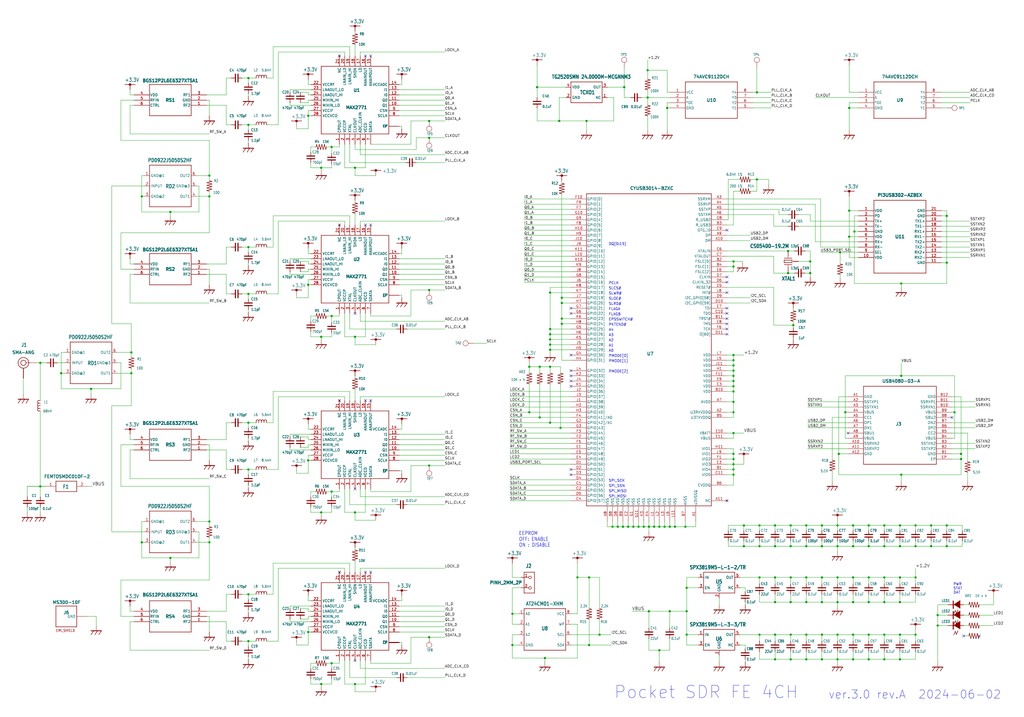
<source format=kicad_sch>
(kicad_sch (version 20231120) (generator "eeschema") (generator_version "8.0")
  (paper "User" 499.999 350.012)
  (junction (at 358.14 175.895))
  (junction (at 121.285 290.195))
  (junction (at 83.185 272.415))
  (junction (at 384.81 122.555))
  (junction (at 19.685 177.165))
  (junction (at 386.08 321.945))
  (junction (at 358.14 231.775))
  (junction (at 83.185 103.505))
  (junction (at 19.685 237.49))
  (junction (at 363.22 256.54))
  (junction (at 378.46 309.88))
  (junction (at 268.605 142.875))
  (junction (at 408.94 281.94))
  (junction (at 358.14 211.455))
  (junction (at 209.55 227.33))
  (junction (at 268.605 170.815))
  (junction (at 150.495 139.065))
  (junction (at 439.42 281.94))
  (junction (at 358.14 173.355))
  (junction (at 121.285 206.375))
  (junction (at 370.84 309.88))
  (junction (at 378.46 256.54))
  (junction (at 414.655 115.57))
  (junction (at 281.94 281.94))
  (junction (at 417.195 113.03))
  (junction (at 370.84 266.7))
  (junction (at 161.925 71.755))
  (junction (at 156.845 250.19))
  (junction (at 209.55 311.15))
  (junction (at 440.055 231.775))
  (junction (at 250.19 299.72))
  (junction (at 263.525 179.07))
  (junction (at 358.14 191.135))
  (junction (at 316.23 47.625))
  (junction (at 358.14 221.615))
  (junction (at 424.18 256.54))
  (junction (at 462.28 266.7))
  (junction (at 324.485 257.175))
  (junction (at 327.025 298.45))
  (junction (at 386.08 294.005))
  (junction (at 469.265 224.155))
  (junction (at 408.94 321.945))
  (junction (at 358.14 188.595))
  (junction (at 424.18 266.7))
  (junction (at 440.055 138.43))
  (junction (at 287.655 314.96))
  (junction (at 121.285 229.235))
  (junction (at 335.28 309.88))
  (junction (at 173.355 164.465))
  (junction (at 121.285 143.51))
  (junction (at 258.445 201.295))
  (junction (at 431.8 256.54))
  (junction (at 325.755 52.705))
  (junction (at 358.14 130.175))
  (junction (at 447.04 281.94))
  (junction (at 301.625 257.175))
  (junction (at 466.09 201.295))
  (junction (at 401.32 294.005))
  (junction (at 401.32 321.945))
  (junction (at 102.235 95.885))
  (junction (at 416.56 321.945))
  (junction (at 156.845 81.915))
  (junction (at 102.235 85.725))
  (junction (at 431.8 321.945))
  (junction (at 358.14 178.435))
  (junction (at 161.925 240.03))
  (junction (at 64.135 182.245))
  (junction (at 268.605 206.375))
  (junction (at 440.055 183.515))
  (junction (at 314.325 257.175))
  (junction (at 263.525 203.835))
  (junction (at 462.28 105.41))
  (junction (at 416.56 309.88))
  (junction (at 316.23 34.29))
  (junction (at 173.355 81.915))
  (junction (at 150.495 224.79))
  (junction (at 462.28 256.54))
  (junction (at 292.735 309.88))
  (junction (at 386.08 266.7))
  (junction (at 299.085 257.175))
  (junction (at 121.285 120.65))
  (junction (at 424.18 294.005))
  (junction (at 439.42 256.54))
  (junction (at 439.42 294.005))
  (junction (at 424.18 321.945))
  (junction (at 408.94 256.54))
  (junction (at 209.55 141.605))
  (junction (at 268.605 179.07))
  (junction (at 386.08 256.54))
  (junction (at 439.42 266.7))
  (junction (at 274.32 158.115))
  (junction (at 393.7 281.94))
  (junction (at 370.84 256.54))
  (junction (at 250.19 314.96))
  (junction (at 401.32 309.88))
  (junction (at 447.04 256.54))
  (junction (at 150.495 56.515))
  (junction (at 416.56 256.54))
  (junction (at 268.605 160.655))
  (junction (at 401.32 256.54))
  (junction (at 410.21 123.19))
  (junction (at 393.7 309.88))
  (junction (at 358.14 127.635))
  (junction (at 358.14 183.515))
  (junction (at 401.32 266.7))
  (junction (at 209.55 59.055))
  (junction (at 378.46 294.005))
  (junction (at 457.835 305.435))
  (junction (at 273.05 59.055))
  (junction (at 416.56 294.005))
  (junction (at 386.08 309.88))
  (junction (at 358.14 226.695))
  (junction (at 401.32 281.94))
  (junction (at 424.18 309.88))
  (junction (at 378.46 266.7))
  (junction (at 287.655 281.94))
  (junction (at 329.565 257.175))
  (junction (at 386.08 281.94))
  (junction (at 156.845 334.01))
  (junction (at 358.14 229.235))
  (junction (at 439.42 321.945))
  (junction (at 447.04 266.7))
  (junction (at 335.28 298.45))
  (junction (at 358.14 186.055))
  (junction (at 431.8 266.7))
  (junction (at 121.285 313.055))
  (junction (at 64.135 172.085))
  (junction (at 454.66 256.54))
  (junction (at 319.405 257.175))
  (junction (at 370.84 281.94))
  (junction (at 416.56 281.94))
  (junction (at 393.7 321.945))
  (junction (at 414.655 52.705))
  (junction (at 393.7 256.54))
  (junction (at 102.235 264.795))
  (junction (at 316.865 257.175))
  (junction (at 369.57 87.63))
  (junction (at 462.28 128.27))
  (junction (at 378.46 321.945))
  (junction (at 358.14 224.155))
  (junction (at 335.28 287.02))
  (junction (at 274.32 155.575))
  (junction (at 102.235 254.635))
  (junction (at 408.94 294.005))
  (junction (at 161.925 154.305))
  (junction (at 363.22 266.7))
  (junction (at 29.845 182.245))
  (junction (at 121.285 38.1))
  (junction (at 412.75 201.295))
  (junction (at 156.845 164.465))
  (junction (at 395.605 133.35))
  (junction (at 161.925 323.85))
  (junction (at 274.32 145.415))
  (junction (at 258.445 179.07))
  (junction (at 424.18 281.94))
  (junction (at 309.245 257.175))
  (junction (at 334.645 257.175))
  (junction (at 311.785 257.175))
  (junction (at 439.42 309.88))
  (junction (at 387.35 158.75))
  (junction (at 316.865 298.45))
  (junction (at 378.46 281.94))
  (junction (at 266.065 321.31))
  (junction (at 273.685 208.915))
  (junction (at 358.14 180.975))
  (junction (at 393.7 294.005))
  (junction (at 44.45 189.865))
  (junction (at 121.285 60.96))
  (junction (at 173.355 334.01))
  (junction (at 268.605 168.275))
  (junction (at 469.265 221.615))
  (junction (at 69.215 95.885))
  (junction (at 69.215 264.795))
  (junction (at 304.8 42.545))
  (junction (at 414.655 102.87))
  (junction (at 408.94 309.88))
  (junction (at 408.94 266.7))
  (junction (at 327.025 257.175))
  (junction (at 304.165 257.175))
  (junction (at 358.14 196.215))
  (junction (at 321.945 317.5))
  (junction (at 286.385 59.055))
  (junction (at 395.605 127.635))
  (junction (at 393.7 266.7))
  (junction (at 369.57 45.085))
  (junction (at 306.705 257.175))
  (junction (at 150.495 308.61))
  (junction (at 457.835 300.355))
  (junction (at 384.81 133.35))
  (junction (at 416.56 266.7))
  (junction (at 173.355 250.19))
  (junction (at 262.255 42.545))
  (junction (at 431.8 294.005))
  (junction (at 447.04 309.88))
  (junction (at 274.32 147.955))
  (junction (at 358.14 201.295))
  (junction (at 209.55 67.31))
  (junction (at 409.575 221.615))
  (junction (at 454.66 266.7))
  (junction (at 268.605 163.195))
  (junction (at 431.8 281.94))
  (junction (at 268.605 165.735))
  (junction (at 321.945 257.175))
  (junction (at 431.8 309.88))
  (no_connect (at 165.735 109.855))
  (no_connect (at 180.975 27.305))
  (no_connect (at 354.965 150.495))
  (no_connect (at 180.975 195.58))
  (no_connect (at 165.735 27.305))
  (no_connect (at 278.765 229.235))
  (no_connect (at 178.435 279.4))
  (no_connect (at 173.355 238.76))
  (no_connect (at 464.82 203.835))
  (no_connect (at 178.435 109.855))
  (no_connect (at 180.975 279.4))
  (no_connect (at 278.765 188.595))
  (no_connect (at 354.965 135.255))
  (no_connect (at 278.765 173.355))
  (no_connect (at 414.02 211.455))
  (no_connect (at 178.435 195.58))
  (no_connect (at 478.155 310.515))
  (no_connect (at 173.355 153.035))
  (no_connect (at 354.965 244.475))
  (no_connect (at 354.965 112.395))
  (no_connect (at 354.965 160.655))
  (no_connect (at 354.965 153.035))
  (no_connect (at 165.735 279.4))
  (no_connect (at 354.965 155.575))
  (no_connect (at 180.975 109.855))
  (no_connect (at 470.535 310.515))
  (no_connect (at 354.965 158.115))
  (no_connect (at 173.355 322.58))
  (no_connect (at 165.735 195.58))
  (no_connect (at 278.765 150.495))
  (no_connect (at 278.765 180.975))
  (no_connect (at 354.965 137.795))
  (no_connect (at 354.965 163.195))
  (no_connect (at 354.965 142.875))
  (no_connect (at 278.765 186.055))
  (no_connect (at 178.435 27.305))
  (no_connect (at 278.765 183.515))
  (no_connect (at 278.765 231.775))
  (no_connect (at 278.765 153.035))
  (wire (pts (xy 401.32 266.7) (xy 393.7 266.7)) (stroke (width 0.1524)))
  (wire (pts (xy 351.155 292.1) (xy 351.155 295.275)) (stroke (width 0.1524)))
  (wire (pts (xy 118.11 229.235) (xy 121.285 229.235)) (stroke (width 0.1524)))
  (wire (pts (xy 358.14 201.295) (xy 358.14 203.835)))
  (wire (pts (xy 408.94 281.94) (xy 416.56 281.94)) (stroke (width 0.1524)))
  (wire (pts (xy 416.56 285.115) (xy 416.56 281.94)) (stroke (width 0.1524)))
  (wire (pts (xy 281.94 281.94) (xy 281.94 299.72)) (stroke (width 0.1524)))
  (wire (pts (xy 255.905 99.695) (xy 278.765 99.695)))
  (wire (pts (xy 150.495 50.165) (xy 148.59 50.165)))
  (wire (pts (xy 401.32 281.94) (xy 401.32 285.115)) (stroke (width 0.1524)))
  (wire (pts (xy 200.66 59.055) (xy 200.66 70.485)) (stroke (width 0.1524)))
  (wire (pts (xy 393.7 281.94) (xy 393.7 285.115)) (stroke (width 0.1524)))
  (wire (pts (xy 198.755 246.38) (xy 217.17 246.38)))
  (wire (pts (xy 354.965 186.055) (xy 358.14 186.055)))
  (wire (pts (xy 439.42 309.88) (xy 447.04 309.88)) (stroke (width 0.1524)))
  (wire (pts (xy 469.9 264.16) (xy 469.9 266.7)) (stroke (width 0.1524)))
  (wire (pts (xy 69.215 264.795) (xy 70.485 264.795)))
  (wire (pts (xy 54.61 158.115) (xy 54.61 90.805)) (stroke (width 0.1524)))
  (wire (pts (xy 335.28 309.88) (xy 340.995 309.88)) (stroke (width 0.1524)))
  (wire (pts (xy 161.925 154.305) (xy 165.735 154.305)))
  (wire (pts (xy 175.895 156.845) (xy 217.17 156.845)))
  (wire (pts (xy 309.245 254.635) (xy 309.245 257.175)))
  (wire (pts (xy 370.84 281.94) (xy 378.46 281.94)) (stroke (width 0.1524)))
  (wire (pts (xy 170.815 191.135) (xy 170.815 195.58)) (stroke (width 0.1524)))
  (wire (pts (xy 473.075 295.275) (xy 470.535 295.275)) (stroke (width 0.1524)))
  (wire (pts (xy 150.495 224.79) (xy 150.495 231.14)) (stroke (width 0.1524)))
  (wire (pts (xy 401.32 290.195) (xy 401.32 294.005)) (stroke (width 0.1524)))
  (wire (pts (xy 286.385 59.055) (xy 286.385 63.5)) (stroke (width 0.1524)))
  (wire (pts (xy 102.235 85.725) (xy 102.235 88.265)))
  (wire (pts (xy 175.895 75.565) (xy 217.17 75.565)))
  (wire (pts (xy 57.15 182.245) (xy 64.135 182.245)) (stroke (width 0.1524)))
  (wire (pts (xy 370.84 309.88) (xy 378.46 309.88)) (stroke (width 0.1524)))
  (wire (pts (xy 258.445 187.325) (xy 258.445 201.295)))
  (wire (pts (xy 406.4 203.835) (xy 414.02 203.835)))
  (wire (pts (xy 168.275 277.495) (xy 168.275 279.4)) (stroke (width 0.1524)))
  (wire (pts (xy 395.605 107.95) (xy 395.605 104.775)))
  (wire (pts (xy 473.075 305.435) (xy 470.535 305.435)) (stroke (width 0.1524)))
  (wire (pts (xy 165.735 70.485) (xy 165.735 71.755)))
  (wire (pts (xy 100.965 51.435) (xy 110.49 51.435)))
  (wire (pts (xy 334.645 257.175) (xy 339.725 257.175)))
  (wire (pts (xy 335.28 287.02) (xy 335.28 281.94)) (stroke (width 0.1524)))
  (wire (pts (xy 194.945 131.445) (xy 217.17 131.445)) (stroke (width 0.1524)))
  (wire (pts (xy 358.14 127.635) (xy 362.585 127.635)))
  (wire (pts (xy 63.5 133.985) (xy 63.5 147.955)))
  (wire (pts (xy 447.04 266.7) (xy 454.66 266.7)) (stroke (width 0.1524)))
  (wire (pts (xy 194.945 229.87) (xy 196.215 229.87)) (stroke (width 0.1524)))
  (wire (pts (xy 358.14 127.635) (xy 358.14 130.175)))
  (wire (pts (xy 173.355 85.725) (xy 183.515 85.725)) (stroke (width 0.1524)))
  (wire (pts (xy 59.055 131.445) (xy 65.405 131.445)))
  (wire (pts (xy 194.945 61.595) (xy 196.215 61.595)) (stroke (width 0.1524)))
  (wire (pts (xy 200.66 227.33) (xy 200.66 240.03)) (stroke (width 0.1524)))
  (wire (pts (xy 194.945 308.61) (xy 217.17 308.61)) (stroke (width 0.1524)))
  (wire (pts (xy 377.825 125.095) (xy 377.825 133.35)))
  (wire (pts (xy 358.14 221.615) (xy 358.14 224.155)))
  (wire (pts (xy 173.355 81.915) (xy 173.355 85.725)) (stroke (width 0.1524)))
  (wire (pts (xy 151.765 131.445) (xy 150.495 131.445)))
  (wire (pts (xy 459.74 125.73) (xy 473.71 125.73)))
  (wire (pts (xy 258.445 177.165) (xy 258.445 179.07)))
  (wire (pts (xy 194.945 133.985) (xy 206.375 133.985)))
  (wire (pts (xy 457.835 300.355) (xy 457.835 305.435)) (stroke (width 0.1524)))
  (wire (pts (xy 408.94 318.135) (xy 408.94 321.945)) (stroke (width 0.1524)))
  (wire (pts (xy 255.905 112.395) (xy 278.765 112.395)))
  (wire (pts (xy 459.74 45.085) (xy 473.71 45.085)))
  (wire (pts (xy 398.145 99.695) (xy 354.965 99.695)))
  (wire (pts (xy 196.215 144.145) (xy 196.215 145.415)) (stroke (width 0.1524)))
  (wire (pts (xy 196.215 293.37) (xy 196.215 290.83)) (stroke (width 0.1524)))
  (wire (pts (xy 354.965 236.855) (xy 358.14 236.855)))
  (wire (pts (xy 408.94 294.005) (xy 408.94 295.91)) (stroke (width 0.1524)))
  (wire (pts (xy 64.135 158.115) (xy 54.61 158.115)) (stroke (width 0.1524)))
  (wire (pts (xy 354.965 196.215) (xy 358.14 196.215)))
  (wire (pts (xy 175.895 107.95) (xy 217.17 107.95)) (stroke (width 0.1524)))
  (wire (pts (xy 363.22 256.54) (xy 370.84 256.54)) (stroke (width 0.1524)))
  (wire (pts (xy 464.82 211.455) (xy 472.44 211.455)))
  (wire (pts (xy 316.23 56.515) (xy 316.23 63.5)))
  (wire (pts (xy 316.865 257.175) (xy 319.405 257.175)))
  (wire (pts (xy 370.84 318.135) (xy 370.84 321.945)) (stroke (width 0.1524)))
  (wire (pts (xy 311.785 257.175) (xy 314.325 257.175)))
  (wire (pts (xy 150.495 45.085) (xy 150.495 46.355)) (stroke (width 0.1524)))
  (wire (pts (xy 369.57 33.02) (xy 369.57 45.085)))
  (wire (pts (xy 121.285 213.995) (xy 121.285 215.265)) (stroke (width 0.1524)))
  (wire (pts (xy 462.28 266.7) (xy 462.28 264.16)) (stroke (width 0.1524)))
  (wire (pts (xy 380.365 104.775) (xy 380.365 102.235)))
  (wire (pts (xy 57.15 172.085) (xy 64.135 172.085)) (stroke (width 0.1524)))
  (wire (pts (xy 198.755 330.835) (xy 217.17 330.835)))
  (wire (pts (xy 194.945 217.17) (xy 217.17 217.17)) (stroke (width 0.1524)))
  (wire (pts (xy 355.6 87.63) (xy 361.315 87.63)))
  (wire (pts (xy 354.965 231.775) (xy 358.14 231.775)))
  (wire (pts (xy 63.5 303.53) (xy 63.5 317.5)))
  (wire (pts (xy 150.495 293.37) (xy 150.495 290.83)) (stroke (width 0.1524)))
  (wire (pts (xy 321.945 257.175) (xy 324.485 257.175)))
  (wire (pts (xy 313.055 47.625) (xy 316.23 47.625)))
  (wire (pts (xy 459.74 110.49) (xy 473.71 110.49)))
  (wire (pts (xy 248.92 224.155) (xy 278.765 224.155)))
  (wire (pts (xy 273.685 182.245) (xy 273.685 179.07)))
  (wire (pts (xy 161.925 250.19) (xy 161.925 247.65)) (stroke (width 0.1524)))
  (wire (pts (xy 196.215 209.55) (xy 196.215 207.01)) (stroke (width 0.1524)))
  (wire (pts (xy 268.605 140.335) (xy 268.605 142.875)))
  (wire (pts (xy 44.45 189.865) (xy 44.45 192.405)) (stroke (width 0.1524)))
  (wire (pts (xy 150.495 136.525) (xy 150.495 139.065)) (stroke (width 0.1524)))
  (wire (pts (xy 175.895 153.035) (xy 175.895 156.845)))
  (wire (pts (xy 100.965 46.355) (xy 110.49 46.355)))
  (wire (pts (xy 274.32 158.115) (xy 278.765 158.115)))
  (wire (pts (xy 299.72 59.055) (xy 299.72 47.625)) (stroke (width 0.1524)))
  (wire (pts (xy 440.055 231.775) (xy 469.265 231.775)))
  (wire (pts (xy 375.285 87.63) (xy 375.285 90.17)))
  (wire (pts (xy 370.84 256.54) (xy 378.46 256.54)) (stroke (width 0.1524)))
  (wire (pts (xy 335.28 287.02) (xy 340.995 287.02)) (stroke (width 0.1524)))
  (wire (pts (xy 393.065 122.555) (xy 395.605 122.555)) (stroke (width 0.1524)))
  (wire (pts (xy 173.355 267.335) (xy 173.355 268.605)) (stroke (width 0.1524)))
  (wire (pts (xy 408.94 266.7) (xy 408.94 269.24)) (stroke (width 0.1524)))
  (wire (pts (xy 268.605 140.335) (xy 278.765 140.335)))
  (wire (pts (xy 95.885 254.635) (xy 102.235 254.635)))
  (wire (pts (xy 327.025 254.635) (xy 327.025 257.175)))
  (wire (pts (xy 466.09 183.515) (xy 466.09 201.295)))
  (wire (pts (xy 469.265 224.155) (xy 469.265 231.775)))
  (wire (pts (xy 102.235 93.345) (xy 102.235 95.885)) (stroke (width 0.1524)))
  (wire (pts (xy 439.42 313.055) (xy 439.42 309.88)) (stroke (width 0.1524)))
  (wire (pts (xy 401.32 309.88) (xy 408.94 309.88)) (stroke (width 0.1524)))
  (wire (pts (xy 250.19 287.02) (xy 250.19 299.72)) (stroke (width 0.1524)))
  (wire (pts (xy 173.355 15.24) (xy 173.355 16.51)) (stroke (width 0.1524)))
  (wire (pts (xy 118.11 143.51) (xy 121.285 143.51)) (stroke (width 0.1524)))
  (wire (pts (xy 248.92 206.375) (xy 268.605 206.375)))
  (wire (pts (xy 69.215 254.635) (xy 69.215 264.795)))
  (wire (pts (xy 354.965 178.435) (xy 358.14 178.435)))
  (wire (pts (xy 121.285 236.855) (xy 121.285 238.125)) (stroke (width 0.1524)))
  (wire (pts (xy 301.625 257.175) (xy 301.625 254.635)))
  (wire (pts (xy 206.375 133.985) (xy 217.17 133.985)) (stroke (width 0.1524)))
  (wire (pts (xy 170.815 70.485) (xy 170.815 79.375)) (stroke (width 0.1524)))
  (wire (pts (xy 358.14 196.215) (xy 358.14 201.295)))
  (wire (pts (xy 417.195 105.41) (xy 417.195 113.03)))
  (wire (pts (xy 141.605 218.44) (xy 141.605 219.71)))
  (wire (pts (xy 248.92 244.475) (xy 278.765 244.475)))
  (wire (pts (xy 63.5 133.985) (xy 65.405 133.985)))
  (wire (pts (xy 130.175 290.195) (xy 133.35 290.195)) (stroke (width 0.1524)))
  (wire (pts (xy 316.23 34.29) (xy 325.755 34.29)))
  (wire (pts (xy 439.42 281.94) (xy 431.8 281.94)) (stroke (width 0.1524)))
  (wire (pts (xy 319.405 254.635) (xy 319.405 257.175)))
  (wire (pts (xy 304.8 33.02) (xy 304.8 42.545)))
  (wire (pts (xy 457.835 305.435) (xy 457.835 323.215)) (stroke (width 0.1524)))
  (wire (pts (xy 354.965 125.095) (xy 377.825 125.095)))
  (wire (pts (xy 130.175 206.375) (xy 133.35 206.375)) (stroke (width 0.1524)))
  (wire (pts (xy 304.8 47.625) (xy 304.8 42.545)) (stroke (width 0.1524)))
  (wire (pts (xy 393.7 294.005) (xy 401.32 294.005)) (stroke (width 0.1524)))
  (wire (pts (xy 100.965 298.45) (xy 110.49 298.45)))
  (wire (pts (xy 358.14 186.055) (xy 358.14 188.595)))
  (wire (pts (xy 173.355 104.14) (xy 173.355 109.855)) (stroke (width 0.1524)))
  (wire (pts (xy 173.355 168.275) (xy 183.515 168.275)) (stroke (width 0.1524)))
  (wire (pts (xy 378.46 266.7) (xy 370.84 266.7)) (stroke (width 0.1524)))
  (wire (pts (xy 69.215 264.795) (xy 69.215 272.415)))
  (wire (pts (xy 410.21 123.19) (xy 419.1 123.19)))
  (wire (pts (xy 121.285 143.51) (xy 121.285 146.05)) (stroke (width 0.1524)))
  (wire (pts (xy 377.825 110.49) (xy 384.81 110.49)))
  (wire (pts (xy 102.235 131.445) (xy 102.235 139.065)))
  (wire (pts (xy 358.14 229.235) (xy 358.14 231.775)))
  (wire (pts (xy 400.685 120.65) (xy 419.1 120.65)))
  (wire (pts (xy 358.14 226.695) (xy 358.14 229.235)))
  (wire (pts (xy 156.845 250.19) (xy 156.845 251.46)) (stroke (width 0.1524)))
  (wire (pts (xy 287.655 302.26) (xy 287.655 314.96)))
  (wire (pts (xy 196.215 229.87) (xy 196.215 231.14)) (stroke (width 0.1524)))
  (wire (pts (xy 168.275 153.035) (xy 168.275 158.75)))
  (wire (pts (xy 263.525 203.835) (xy 278.765 203.835)))
  (wire (pts (xy 144.78 231.14) (xy 150.495 231.14)) (stroke (width 0.1524)))
  (wire (pts (xy 419.1 125.73) (xy 414.655 125.73)))
  (wire (pts (xy 378.46 256.54) (xy 378.46 259.08)) (stroke (width 0.1524)))
  (wire (pts (xy 358.14 224.155) (xy 358.14 226.695)))
  (wire (pts (xy 386.08 321.945) (xy 393.7 321.945)) (stroke (width 0.1524)))
  (wire (pts (xy 150.495 218.44) (xy 148.59 218.44)))
  (wire (pts (xy 161.925 240.03) (xy 165.735 240.03)))
  (wire (pts (xy 231.14 167.64) (xy 237.49 167.64)))
  (wire (pts (xy 409.575 193.675) (xy 409.575 221.615)))
  (wire (pts (xy 378.46 321.945) (xy 386.08 321.945)) (stroke (width 0.1524)))
  (wire (pts (xy 63.5 128.905) (xy 63.5 126.365)))
  (wire (pts (xy 147.32 133.985) (xy 148.59 133.985)) (stroke (width 0.1524)))
  (wire (pts (xy 100.965 219.71) (xy 110.49 219.71)))
  (wire (pts (xy 378.46 266.7) (xy 386.08 266.7)) (stroke (width 0.1524)))
  (wire (pts (xy 464.82 221.615) (xy 469.265 221.615)))
  (wire (pts (xy 431.8 266.7) (xy 431.8 264.16)) (stroke (width 0.1524)))
  (wire (pts (xy 431.8 256.54) (xy 439.42 256.54)) (stroke (width 0.1524)))
  (wire (pts (xy 64.135 172.085) (xy 64.135 174.625)) (stroke (width 0.1524)))
  (wire (pts (xy 447.04 281.94) (xy 447.04 285.115)))
  (wire (pts (xy 110.49 219.71) (xy 110.49 229.235)))
  (wire (pts (xy 150.495 132.715) (xy 148.59 132.715)))
  (wire (pts (xy 329.565 257.175) (xy 334.645 257.175)))
  (wire (pts (xy 175.895 242.57) (xy 217.17 242.57)))
  (wire (pts (xy 151.765 123.825) (xy 150.495 123.825)) (stroke (width 0.1524)))
  (wire (pts (xy 459.74 123.19) (xy 473.71 123.19)))
  (wire (pts (xy 248.92 191.135) (xy 278.765 191.135)))
  (wire (pts (xy 329.565 254.635) (xy 329.565 257.175)))
  (wire (pts (xy 466.09 201.295) (xy 466.09 213.995)))
  (wire (pts (xy 414.02 193.675) (xy 409.575 193.675)))
  (wire (pts (xy 250.19 314.96) (xy 250.19 321.31)) (stroke (width 0.1524)))
  (wire (pts (xy 144.78 145.415) (xy 150.495 145.415)) (stroke (width 0.1524)))
  (wire (pts (xy 412.75 213.995) (xy 414.02 213.995)))
  (wire (pts (xy 13.335 237.49) (xy 13.335 242.57)) (stroke (width 0.1524)))
  (wire (pts (xy 380.365 102.235) (xy 354.965 102.235)))
  (wire (pts (xy 209.55 311.15) (xy 217.17 311.15)) (stroke (width 0.1524)))
  (wire (pts (xy 424.18 294.005) (xy 431.8 294.005)) (stroke (width 0.1524)))
  (wire (pts (xy 431.8 309.88) (xy 439.42 309.88)) (stroke (width 0.1524)))
  (wire (pts (xy 194.945 303.53) (xy 206.375 303.53)))
  (wire (pts (xy 196.215 313.69) (xy 196.215 314.96)) (stroke (width 0.1524)))
  (wire (pts (xy 63.5 46.355) (xy 63.5 43.815)))
  (wire (pts (xy 209.55 141.605) (xy 217.17 141.605)) (stroke (width 0.1524)))
  (wire (pts (xy 196.215 61.595) (xy 196.215 62.865)) (stroke (width 0.1524)))
  (wire (pts (xy 173.355 334.01) (xy 178.435 334.01)) (stroke (width 0.1524)))
  (wire (pts (xy 180.975 70.485) (xy 200.66 70.485)) (stroke (width 0.1524)))
  (wire (pts (xy 29.845 182.245) (xy 29.845 172.085)) (stroke (width 0.1524)))
  (wire (pts (xy 412.75 201.295) (xy 412.75 213.995)))
  (wire (pts (xy 248.92 219.075) (xy 278.765 219.075)))
  (wire (pts (xy 151.765 79.375) (xy 151.765 81.915)) (stroke (width 0.1524)))
  (wire (pts (xy 363.22 264.16) (xy 363.22 266.7)) (stroke (width 0.1524)))
  (wire (pts (xy 154.305 71.755) (xy 151.765 71.755)) (stroke (width 0.1524)))
  (wire (pts (xy 151.765 209.55) (xy 150.495 209.55)) (stroke (width 0.1524)))
  (wire (pts (xy 327.025 257.175) (xy 329.565 257.175)))
  (wire (pts (xy 268.605 168.275) (xy 278.765 168.275)))
  (wire (pts (xy 110.49 303.53) (xy 110.49 313.055)))
  (wire (pts (xy 203.2 73.025) (xy 203.2 67.31)))
  (wire (pts (xy 173.355 254) (xy 183.515 254)) (stroke (width 0.1524)))
  (wire (pts (xy 175.895 70.485) (xy 175.895 75.565)))
  (wire (pts (xy 63.5 303.53) (xy 65.405 303.53)))
  (wire (pts (xy 431.8 266.7) (xy 439.42 266.7)) (stroke (width 0.1524)))
  (wire (pts (xy 194.945 41.275) (xy 196.215 41.275)) (stroke (width 0.1524)))
  (wire (pts (xy 419.1 113.03) (xy 417.195 113.03)))
  (wire (pts (xy 304.165 254.635) (xy 304.165 257.175)))
  (wire (pts (xy 387.35 158.75) (xy 387.35 160.02)) (stroke (width 0.1524)))
  (wire (pts (xy 141.605 126.365) (xy 151.765 126.365)))
  (wire (pts (xy 178.435 332.74) (xy 178.435 334.01)) (stroke (width 0.1524)))
  (wire (pts (xy 316.23 43.815) (xy 316.23 47.625)))
  (wire (pts (xy 354.965 173.355) (xy 358.14 173.355)))
  (wire (pts (xy 358.14 175.895) (xy 358.14 178.435)))
  (wire (pts (xy 110.49 229.235) (xy 113.03 229.235)))
  (wire (pts (xy 110.49 38.1) (xy 110.49 46.355)))
  (wire (pts (xy 485.14 295.275) (xy 483.235 295.275)))
  (wire (pts (xy 69.215 95.885) (xy 70.485 95.885)))
  (wire (pts (xy 159.385 240.03) (xy 161.925 240.03)) (stroke (width 0.1524)))
  (wire (pts (xy 412.75 183.515) (xy 440.055 183.515)))
  (wire (pts (xy 110.49 313.055) (xy 113.03 313.055)))
  (wire (pts (xy 416.56 256.54) (xy 424.18 256.54)) (stroke (width 0.1524)))
  (wire (pts (xy 431.8 290.195) (xy 431.8 294.005)) (stroke (width 0.1524)))
  (wire (pts (xy 459.74 107.95) (xy 473.71 107.95)))
  (wire (pts (xy 151.765 240.03) (xy 151.765 242.57)) (stroke (width 0.1524)))
  (wire (pts (xy 362.585 127.635) (xy 362.585 128.27)))
  (wire (pts (xy 401.32 294.005) (xy 408.94 294.005)) (stroke (width 0.1524)))
  (wire (pts (xy 309.245 257.175) (xy 311.785 257.175)))
  (wire (pts (xy 464.82 193.675) (xy 469.265 193.675)))
  (wire (pts (xy 255.905 114.935) (xy 278.765 114.935)))
  (wire (pts (xy 175.895 277.495) (xy 175.895 279.4)) (stroke (width 0.1524)))
  (wire (pts (xy 69.215 103.505) (xy 83.185 103.505)))
  (wire (pts (xy 135.89 25.4) (xy 135.89 60.96)) (stroke (width 0.1524)))
  (wire (pts (xy 292.735 302.26) (xy 292.735 309.88)))
  (wire (pts (xy 464.82 224.155) (xy 469.265 224.155)))
  (wire (pts (xy 200.66 141.605) (xy 200.66 154.305)) (stroke (width 0.1524)))
  (wire (pts (xy 386.08 266.7) (xy 386.08 264.16)) (stroke (width 0.1524)))
  (wire (pts (xy 194.945 298.45) (xy 217.17 298.45)) (stroke (width 0.1524)))
  (wire (pts (xy 386.08 309.88) (xy 393.7 309.88)) (stroke (width 0.1524)))
  (wire (pts (xy 110.49 120.65) (xy 113.03 120.65)))
  (wire (pts (xy 276.225 47.625) (xy 273.05 47.625)) (stroke (width 0.1524)))
  (wire (pts (xy 316.23 47.625) (xy 327.025 47.625)))
  (wire (pts (xy 325.755 45.085) (xy 325.755 34.29)))
  (wire (pts (xy 408.94 321.945) (xy 416.56 321.945)) (stroke (width 0.1524)))
  (wire (pts (xy 54.61 90.805) (xy 70.485 90.805)) (stroke (width 0.1524)))
  (wire (pts (xy 168.275 238.76) (xy 168.275 244.475)))
  (wire (pts (xy 170.815 153.035) (xy 170.815 160.655)) (stroke (width 0.1524)))
  (wire (pts (xy 248.92 236.855) (xy 278.765 236.855)))
  (wire (pts (xy 325.755 50.165) (xy 325.755 52.705)))
  (wire (pts (xy 150.495 308.61) (xy 150.495 314.96)) (stroke (width 0.1524)))
  (wire (pts (xy 393.7 318.135) (xy 393.7 321.945)) (stroke (width 0.1524)))
  (wire (pts (xy 469.9 256.54) (xy 469.9 259.08)) (stroke (width 0.1524)))
  (wire (pts (xy 255.905 137.795) (xy 278.765 137.795)))
  (wire (pts (xy 439.42 266.7) (xy 439.42 264.16)) (stroke (width 0.1524)))
  (wire (pts (xy 110.49 120.65) (xy 110.49 128.905)))
  (wire (pts (xy 367.665 50.165) (xy 376.555 50.165)))
  (wire (pts (xy 459.74 47.625) (xy 473.71 47.625)))
  (wire (pts (xy 150.495 213.36) (xy 150.495 214.63)) (stroke (width 0.1524)))
  (wire (pts (xy 29.845 172.085) (xy 31.75 172.085)) (stroke (width 0.1524)))
  (wire (pts (xy 135.89 277.495) (xy 135.89 313.055)) (stroke (width 0.1524)))
  (wire (pts (xy 366.395 93.345) (xy 369.57 93.345)))
  (wire (pts (xy 268.605 168.275) (xy 268.605 170.815)))
  (wire (pts (xy 95.885 95.885) (xy 102.235 95.885)))
  (wire (pts (xy 325.755 52.705) (xy 327.025 52.705)))
  (wire (pts (xy 316.865 257.175) (xy 316.865 259.715)))
  (wire (pts (xy 255.905 104.775) (xy 278.765 104.775)))
  (wire (pts (xy 361.315 281.94) (xy 370.84 281.94)) (stroke (width 0.1524)))
  (wire (pts (xy 151.765 154.305) (xy 151.765 156.845)) (stroke (width 0.1524)))
  (wire (pts (xy 121.285 206.375) (xy 121.285 208.915)) (stroke (width 0.1524)))
  (wire (pts (xy 363.22 266.7) (xy 355.6 266.7)) (stroke (width 0.1524)))
  (wire (pts (xy 175.895 322.58) (xy 175.895 326.39)))
  (wire (pts (xy 121.285 229.235) (xy 125.095 229.235)) (stroke (width 0.1524)))
  (wire (pts (xy 308.61 298.45) (xy 316.865 298.45)) (stroke (width 0.1524)))
  (wire (pts (xy 416.56 318.135) (xy 416.56 321.945)) (stroke (width 0.1524)))
  (wire (pts (xy 476.25 198.755) (xy 464.82 198.755)))
  (wire (pts (xy 200.66 311.15) (xy 200.66 323.85)) (stroke (width 0.1524)))
  (wire (pts (xy 156.845 334.01) (xy 156.845 335.28)) (stroke (width 0.1524)))
  (wire (pts (xy 150.495 298.45) (xy 151.765 298.45)) (stroke (width 0.1524)))
  (wire (pts (xy 358.14 231.775) (xy 358.14 236.855)))
  (wire (pts (xy 416.56 290.195) (xy 416.56 294.005)) (stroke (width 0.1524)))
  (wire (pts (xy 400.685 97.155) (xy 400.685 120.65)))
  (wire (pts (xy 135.89 229.235) (xy 130.175 229.235)) (stroke (width 0.1524)))
  (wire (pts (xy 324.485 257.175) (xy 327.025 257.175)))
  (wire (pts (xy 416.56 256.54) (xy 416.56 259.08)) (stroke (width 0.1524)))
  (wire (pts (xy 393.7 256.54) (xy 401.32 256.54)) (stroke (width 0.1524)))
  (wire (pts (xy 194.945 295.91) (xy 217.17 295.91)) (stroke (width 0.1524)))
  (wire (pts (xy 64.135 158.115) (xy 64.135 172.085)) (stroke (width 0.1524)))
  (wire (pts (xy 206.375 51.435) (xy 217.17 51.435)) (stroke (width 0.1524)))
  (wire (pts (xy 22.225 237.49) (xy 19.685 237.49)))
  (wire (pts (xy 408.94 321.945) (xy 408.94 323.215)) (stroke (width 0.1524)))
  (wire (pts (xy 150.495 306.07) (xy 150.495 308.61)) (stroke (width 0.1524)))
  (wire (pts (xy 274.32 147.955) (xy 278.765 147.955)))
  (wire (pts (xy 154.305 154.305) (xy 151.765 154.305)) (stroke (width 0.1524)))
  (wire (pts (xy 274.32 158.115) (xy 274.32 175.895)))
  (wire (pts (xy 281.94 321.31) (xy 266.065 321.31)) (stroke (width 0.1524)))
  (wire (pts (xy 64.135 179.705) (xy 64.135 182.245)) (stroke (width 0.1524)))
  (wire (pts (xy 146.685 297.18) (xy 150.495 297.18)) (stroke (width 0.1524)))
  (wire (pts (xy 100.965 128.905) (xy 110.49 128.905)))
  (wire (pts (xy 173.355 73.025) (xy 203.2 73.025)))
  (wire (pts (xy 370.84 309.88) (xy 370.84 313.055)) (stroke (width 0.1524)))
  (wire (pts (xy 121.285 320.675) (xy 121.285 321.945)) (stroke (width 0.1524)))
  (wire (pts (xy 141.605 51.435) (xy 147.32 51.435)))
  (wire (pts (xy 409.575 231.775) (xy 409.575 221.615)))
  (wire (pts (xy 173.355 70.485) (xy 173.355 73.025)))
  (wire (pts (xy 287.655 314.96) (xy 298.45 314.96)))
  (wire (pts (xy 354.965 107.315) (xy 355.6 107.315)))
  (wire (pts (xy 27.94 177.165) (xy 31.75 177.165)) (stroke (width 0.1524)))
  (wire (pts (xy 354.965 117.475) (xy 366.395 117.475)))
  (wire (pts (xy 447.04 256.54) (xy 447.04 259.08)) (stroke (width 0.1524)))
  (wire (pts (xy 408.94 254) (xy 408.94 256.54)) (stroke (width 0.1524)))
  (wire (pts (xy 159.385 323.85) (xy 161.925 323.85)) (stroke (width 0.1524)))
  (wire (pts (xy 165.735 153.035) (xy 165.735 154.305)))
  (wire (pts (xy 248.92 208.915) (xy 273.685 208.915)))
  (wire (pts (xy 59.055 189.865) (xy 44.45 189.865)) (stroke (width 0.1524)))
  (wire (pts (xy 286.385 59.055) (xy 299.72 59.055)) (stroke (width 0.1524)))
  (wire (pts (xy 151.765 303.53) (xy 148.59 303.53)))
  (wire (pts (xy 358.14 211.455) (xy 363.22 211.455)))
  (wire (pts (xy 148.59 132.715) (xy 146.685 132.715)) (stroke (width 0.1524)))
  (wire (pts (xy 151.765 250.19) (xy 156.845 250.19)) (stroke (width 0.1524)))
  (wire (pts (xy 408.94 309.88) (xy 416.56 309.88)) (stroke (width 0.1524)))
  (wire (pts (xy 393.7 309.88) (xy 401.32 309.88)) (stroke (width 0.1524)))
  (wire (pts (xy 386.08 318.135) (xy 386.08 321.945)) (stroke (width 0.1524)))
  (wire (pts (xy 141.605 212.09) (xy 141.605 213.36)))
  (wire (pts (xy 375.285 87.63) (xy 369.57 87.63)))
  (wire (pts (xy 273.05 59.055) (xy 286.385 59.055)) (stroke (width 0.1524)))
  (wire (pts (xy 321.945 254.635) (xy 321.945 257.175)))
  (wire (pts (xy 150.495 209.55) (xy 150.495 207.01)) (stroke (width 0.1524)))
  (wire (pts (xy 462.915 305.435) (xy 457.835 305.435)) (stroke (width 0.1524)))
  (wire (pts (xy 319.405 257.175) (xy 321.945 257.175)))
  (wire (pts (xy 194.945 212.09) (xy 217.17 212.09)) (stroke (width 0.1524)))
  (wire (pts (xy 311.785 254.635) (xy 311.785 257.175)))
  (wire (pts (xy 354.965 140.335) (xy 377.825 140.335)))
  (wire (pts (xy 121.285 290.195) (xy 121.285 292.735)) (stroke (width 0.1524)))
  (wire (pts (xy 263.525 179.07) (xy 263.525 182.245)))
  (wire (pts (xy 273.685 187.325) (xy 273.685 208.915)))
  (wire (pts (xy 175.895 277.495) (xy 217.17 277.495)) (stroke (width 0.1524)))
  (wire (pts (xy 248.92 241.935) (xy 278.765 241.935)))
  (wire (pts (xy 464.82 201.295) (xy 466.09 201.295)))
  (wire (pts (xy 180.975 238.76) (xy 180.975 240.03)))
  (wire (pts (xy 367.665 45.085) (xy 369.57 45.085)))
  (wire (pts (xy 354.965 180.975) (xy 358.14 180.975)))
  (wire (pts (xy 414.655 50.165) (xy 414.655 52.705)))
  (wire (pts (xy 180.975 322.58) (xy 180.975 323.85)))
  (wire (pts (xy 150.495 127.635) (xy 150.495 128.905)) (stroke (width 0.1524)))
  (wire (pts (xy 358.14 180.975) (xy 358.14 183.515)))
  (wire (pts (xy 378.46 318.135) (xy 378.46 321.945)))
  (wire (pts (xy 462.28 256.54) (xy 462.28 259.08)) (stroke (width 0.1524)))
  (wire (pts (xy 200.66 227.33) (xy 209.55 227.33)) (stroke (width 0.1524)))
  (wire (pts (xy 370.84 290.195) (xy 370.84 294.005)) (stroke (width 0.1524)))
  (wire (pts (xy 156.845 334.01) (xy 161.925 334.01)) (stroke (width 0.1524)))
  (wire (pts (xy 250.19 299.72) (xy 250.19 304.8)) (stroke (width 0.1524)))
  (wire (pts (xy 386.08 266.7) (xy 393.7 266.7)) (stroke (width 0.1524)))
  (wire (pts (xy 414.02 201.295) (xy 412.75 201.295)))
  (wire (pts (xy 255.905 127.635) (xy 278.765 127.635)))
  (wire (pts (xy 386.08 256.54) (xy 393.7 256.54)) (stroke (width 0.1524)))
  (wire (pts (xy 54.61 198.12) (xy 64.135 198.12)) (stroke (width 0.1524)))
  (wire (pts (xy 151.765 48.895) (xy 150.495 48.895)))
  (wire (pts (xy 306.705 257.175) (xy 309.245 257.175)))
  (wire (pts (xy 135.89 193.675) (xy 168.275 193.675)) (stroke (width 0.1524)))
  (wire (pts (xy 148.59 302.26) (xy 146.685 302.26)) (stroke (width 0.1524)))
  (wire (pts (xy 439.42 266.7) (xy 447.04 266.7)) (stroke (width 0.1524)))
  (wire (pts (xy 146.685 45.085) (xy 150.495 45.085)) (stroke (width 0.1524)))
  (wire (pts (xy 274.32 88.265) (xy 274.32 89.535)))
  (wire (pts (xy 194.945 219.71) (xy 206.375 219.71)))
  (wire (pts (xy 170.815 330.835) (xy 193.675 330.835)))
  (wire (pts (xy 281.94 299.72) (xy 278.765 299.72)) (stroke (width 0.1524)))
  (wire (pts (xy 355.6 264.16) (xy 355.6 266.7)) (stroke (width 0.1524)))
  (wire (pts (xy 19.685 237.49) (xy 22.225 237.49)) (stroke (width 0.1524)))
  (wire (pts (xy 301.625 257.175) (xy 304.165 257.175)))
  (wire (pts (xy 147.32 219.71) (xy 148.59 219.71)) (stroke (width 0.1524)))
  (wire (pts (xy 59.055 177.165) (xy 59.055 189.865)) (stroke (width 0.1524)))
  (wire (pts (xy 335.28 287.02) (xy 335.28 298.45)) (stroke (width 0.1524)))
  (wire (pts (xy 387.35 150.495) (xy 387.35 151.765)) (stroke (width 0.1524)))
  (wire (pts (xy 59.055 217.17) (xy 65.405 217.17)))
  (wire (pts (xy 268.605 170.815) (xy 278.765 170.815)))
  (wire (pts (xy 268.605 163.195) (xy 278.765 163.195)))
  (wire (pts (xy 141.605 302.26) (xy 141.605 303.53)))
  (wire (pts (xy 440.055 231.775) (xy 440.055 234.95)))
  (wire (pts (xy 367.665 47.625) (xy 376.555 47.625)))
  (wire (pts (xy 335.28 298.45) (xy 335.28 309.88)) (stroke (width 0.1524)))
  (wire (pts (xy 447.04 266.7) (xy 447.04 264.16)) (stroke (width 0.1524)))
  (wire (pts (xy 151.765 334.01) (xy 156.845 334.01)) (stroke (width 0.1524)))
  (wire (pts (xy 100.965 48.895) (xy 102.235 48.895)))
  (wire (pts (xy 335.28 314.96) (xy 335.28 309.88)) (stroke (width 0.1524)))
  (wire (pts (xy 248.92 239.395) (xy 278.765 239.395)))
  (wire (pts (xy 393.7 309.88) (xy 393.7 313.055)) (stroke (width 0.1524)))
  (wire (pts (xy 203.2 67.31) (xy 209.55 67.31)))
  (wire (pts (xy 248.92 198.755) (xy 278.765 198.755)))
  (wire (pts (xy 454.66 256.54) (xy 462.28 256.54)) (stroke (width 0.1524)))
  (wire (pts (xy 439.42 294.005) (xy 447.04 294.005)) (stroke (width 0.1524)))
  (wire (pts (xy 408.94 281.94) (xy 408.94 285.115)) (stroke (width 0.1524)))
  (wire (pts (xy 170.815 22.86) (xy 170.815 27.305)) (stroke (width 0.1524)))
  (wire (pts (xy 133.35 206.375) (xy 133.35 191.135)) (stroke (width 0.1524)))
  (wire (pts (xy 393.7 321.945) (xy 401.32 321.945)) (stroke (width 0.1524)))
  (wire (pts (xy 462.915 295.275) (xy 457.835 295.275)) (stroke (width 0.1524)))
  (wire (pts (xy 19.685 247.65) (xy 19.685 250.19)))
  (wire (pts (xy 102.235 68.58) (xy 102.235 85.725)))
  (wire (pts (xy 395.605 127.635) (xy 395.605 133.35)) (stroke (width 0.1524)))
  (wire (pts (xy 316.865 298.45) (xy 327.025 298.45)) (stroke (width 0.1524)))
  (wire (pts (xy 431.8 321.945) (xy 439.42 321.945)) (stroke (width 0.1524)))
  (wire (pts (xy 151.765 300.99) (xy 150.495 300.99)))
  (wire (pts (xy 417.195 138.43) (xy 440.055 138.43)))
  (wire (pts (xy 414.655 45.085) (xy 419.1 45.085)))
  (wire (pts (xy 321.945 317.5) (xy 327.025 317.5)) (stroke (width 0.1524)))
  (wire (pts (xy 180.975 154.305) (xy 200.66 154.305)) (stroke (width 0.1524)))
  (wire (pts (xy 130.175 120.65) (xy 133.35 120.65)) (stroke (width 0.1524)))
  (wire (pts (xy 358.14 183.515) (xy 358.14 186.055)))
  (wire (pts (xy 83.185 103.505) (xy 83.185 105.41)) (stroke (width 0.1524)))
  (wire (pts (xy 268.605 187.325) (xy 268.605 206.375)))
  (wire (pts (xy 408.94 256.54) (xy 408.94 259.08)) (stroke (width 0.1524)))
  (wire (pts (xy 194.945 300.99) (xy 217.17 300.99)) (stroke (width 0.1524)))
  (wire (pts (xy 173.355 337.82) (xy 183.515 337.82)) (stroke (width 0.1524)))
  (wire (pts (xy 454.66 266.7) (xy 454.66 264.16)) (stroke (width 0.1524)))
  (wire (pts (xy 377.825 104.775) (xy 377.825 110.49)))
  (wire (pts (xy 393.7 259.08) (xy 393.7 256.54)) (stroke (width 0.1524)))
  (wire (pts (xy 273.685 179.07) (xy 268.605 179.07)))
  (wire (pts (xy 389.89 110.49) (xy 419.1 110.49)))
  (wire (pts (xy 485.14 305.435) (xy 478.155 305.435)))
  (wire (pts (xy 194.945 46.355) (xy 217.17 46.355)) (stroke (width 0.1524)))
  (wire (pts (xy 206.375 219.71) (xy 217.17 219.71)) (stroke (width 0.1524)))
  (wire (pts (xy 401.32 264.16) (xy 401.32 266.7)) (stroke (width 0.1524)))
  (wire (pts (xy 424.18 256.54) (xy 424.18 259.08)) (stroke (width 0.1524)))
  (wire (pts (xy 168.275 25.4) (xy 168.275 27.305)) (stroke (width 0.1524)))
  (wire (pts (xy 102.235 48.895) (xy 102.235 56.515)))
  (wire (pts (xy 250.19 309.88) (xy 250.19 314.96)) (stroke (width 0.1524)))
  (wire (pts (xy 170.815 322.58) (xy 170.815 330.835)) (stroke (width 0.1524)))
  (wire (pts (xy 175.895 193.675) (xy 217.17 193.675)) (stroke (width 0.1524)))
  (wire (pts (xy 339.725 254.635) (xy 339.725 257.175)))
  (wire (pts (xy 69.215 85.725) (xy 69.215 95.885)))
  (wire (pts (xy 150.495 128.905) (xy 151.765 128.905)) (stroke (width 0.1524)))
  (wire (pts (xy 194.945 56.515) (xy 217.17 56.515)) (stroke (width 0.1524)))
  (wire (pts (xy 156.845 81.915) (xy 156.845 83.185)) (stroke (width 0.1524)))
  (wire (pts (xy 19.685 200.66) (xy 19.685 237.49)))
  (wire (pts (xy 150.495 48.895) (xy 150.495 50.165)))
  (wire (pts (xy 394.335 198.755) (xy 414.02 198.755)))
  (wire (pts (xy 386.08 281.94) (xy 393.7 281.94)) (stroke (width 0.1524)))
  (wire (pts (xy 414.655 52.705) (xy 414.655 63.5)))
  (wire (pts (xy 159.385 154.305) (xy 161.925 154.305)) (stroke (width 0.1524)))
  (wire (pts (xy 150.495 123.825) (xy 150.495 121.285)) (stroke (width 0.1524)))
  (wire (pts (xy 416.56 281.94) (xy 424.18 281.94)) (stroke (width 0.1524)))
  (wire (pts (xy 439.42 285.115) (xy 439.42 281.94)) (stroke (width 0.1524)))
  (wire (pts (xy 180.975 323.85) (xy 200.66 323.85)) (stroke (width 0.1524)))
  (wire (pts (xy 354.965 114.935) (xy 366.395 114.935)))
  (wire (pts (xy 168.275 70.485) (xy 168.275 76.2)))
  (wire (pts (xy 447.04 256.54) (xy 454.66 256.54)) (stroke (width 0.1524)))
  (wire (pts (xy 354.965 219.075) (xy 358.14 219.075)))
  (wire (pts (xy 255.905 122.555) (xy 278.765 122.555)))
  (wire (pts (xy 363.855 294.005) (xy 363.855 295.275)))
  (wire (pts (xy 151.765 41.275) (xy 150.495 41.275)) (stroke (width 0.1524)))
  (wire (pts (xy 440.055 138.43) (xy 462.28 138.43)))
  (wire (pts (xy 354.965 201.295) (xy 358.14 201.295)))
  (wire (pts (xy 258.445 201.295) (xy 278.765 201.295)))
  (wire (pts (xy 409.575 221.615) (xy 414.02 221.615)))
  (wire (pts (xy 57.15 177.165) (xy 59.055 177.165)) (stroke (width 0.1524)))
  (wire (pts (xy 248.92 216.535) (xy 278.765 216.535)))
  (wire (pts (xy 401.32 256.54) (xy 408.94 256.54)) (stroke (width 0.1524)))
  (wire (pts (xy 299.72 47.625) (xy 296.545 47.625)) (stroke (width 0.1524)))
  (wire (pts (xy 358.14 188.595) (xy 358.14 191.135)))
  (wire (pts (xy 255.905 120.015) (xy 278.765 120.015)))
  (wire (pts (xy 121.285 60.96) (xy 125.095 60.96)) (stroke (width 0.1524)))
  (wire (pts (xy 121.285 38.1) (xy 125.095 38.1)) (stroke (width 0.1524)))
  (wire (pts (xy 178.435 250.19) (xy 173.355 250.19)) (stroke (width 0.1524)))
  (wire (pts (xy 198.755 160.655) (xy 217.17 160.655)))
  (wire (pts (xy 485.14 300.355) (xy 478.155 300.355)))
  (wire (pts (xy 354.965 127.635) (xy 358.14 127.635)))
  (wire (pts (xy 394.335 208.915) (xy 414.02 208.915)))
  (wire (pts (xy 178.435 153.035) (xy 178.435 161.925)))
  (wire (pts (xy 268.605 160.655) (xy 268.605 163.195)))
  (wire (pts (xy 439.42 256.54) (xy 447.04 256.54)) (stroke (width 0.1524)))
  (wire (pts (xy 154.305 240.03) (xy 151.765 240.03)) (stroke (width 0.1524)))
  (wire (pts (xy 102.235 254.635) (xy 102.235 257.175)))
  (wire (pts (xy 358.14 226.695) (xy 354.965 226.695)))
  (wire (pts (xy 95.885 259.715) (xy 97.155 259.715)) (stroke (width 0.1524)))
  (wire (pts (xy 150.495 214.63) (xy 151.765 214.63)) (stroke (width 0.1524)))
  (wire (pts (xy 358.14 191.135) (xy 358.14 196.215)))
  (wire (pts (xy 387.985 122.555) (xy 384.81 122.555)))
  (wire (pts (xy 194.945 126.365) (xy 217.17 126.365)) (stroke (width 0.1524)))
  (wire (pts (xy 457.835 295.275) (xy 457.835 300.355)) (stroke (width 0.1524)))
  (wire (pts (xy 386.08 309.88) (xy 386.08 313.055)) (stroke (width 0.1524)))
  (wire (pts (xy 173.355 250.19) (xy 173.355 254)) (stroke (width 0.1524)))
  (wire (pts (xy 161.925 240.03) (xy 161.925 242.57)) (stroke (width 0.1524)))
  (wire (pts (xy 394.335 216.535) (xy 414.02 216.535)))
  (wire (pts (xy 170.815 160.655) (xy 193.675 160.655)))
  (wire (pts (xy 165.735 322.58) (xy 165.735 323.85)))
  (wire (pts (xy 268.605 179.07) (xy 268.605 182.245)))
  (wire (pts (xy 196.215 41.275) (xy 196.215 38.735)) (stroke (width 0.1524)))
  (wire (pts (xy 358.14 93.345) (xy 361.315 93.345)))
  (wire (pts (xy 316.23 29.21) (xy 316.23 34.29)))
  (wire (pts (xy 355.6 259.08) (xy 355.6 256.54)) (stroke (width 0.1524)))
  (wire (pts (xy 173.355 273.685) (xy 173.355 279.4)) (stroke (width 0.1524)))
  (wire (pts (xy 141.605 303.53) (xy 147.32 303.53)))
  (wire (pts (xy 178.435 322.58) (xy 178.435 332.74)))
  (wire (pts (xy 253.365 314.96) (xy 250.19 314.96)) (stroke (width 0.1524)))
  (wire (pts (xy 408.94 266.7) (xy 416.56 266.7)) (stroke (width 0.1524)))
  (wire (pts (xy 175.895 326.39) (xy 217.17 326.39)))
  (wire (pts (xy 63.5 128.905) (xy 65.405 128.905)))
  (wire (pts (xy 194.945 224.79) (xy 217.17 224.79)) (stroke (width 0.1524)))
  (wire (pts (xy 253.365 304.8) (xy 250.19 304.8)) (stroke (width 0.1524)))
  (wire (pts (xy 110.49 290.195) (xy 110.49 298.45)))
  (wire (pts (xy 59.055 48.895) (xy 65.405 48.895)))
  (wire (pts (xy 440.055 177.165) (xy 440.055 183.515)))
  (wire (pts (xy 209.55 227.33) (xy 217.17 227.33)) (stroke (width 0.1524)))
  (wire (pts (xy 384.81 132.715) (xy 384.81 133.35)))
  (wire (pts (xy 314.325 254.635) (xy 314.325 257.175)))
  (wire (pts (xy 100.965 131.445) (xy 102.235 131.445)))
  (wire (pts (xy 358.14 219.075) (xy 358.14 221.615)))
  (wire (pts (xy 410.21 133.985) (xy 410.21 135.89)))
  (wire (pts (xy 173.355 250.19) (xy 168.275 250.19)) (stroke (width 0.1524)))
  (wire (pts (xy 281.94 304.8) (xy 278.765 304.8)) (stroke (width 0.1524)))
  (wire (pts (xy 394.335 206.375) (xy 414.02 206.375)))
  (wire (pts (xy 19.685 237.49) (xy 13.335 237.49)))
  (wire (pts (xy 156.845 164.465) (xy 161.925 164.465)) (stroke (width 0.1524)))
  (wire (pts (xy 194.945 209.55) (xy 196.215 209.55)) (stroke (width 0.1524)))
  (wire (pts (xy 110.49 206.375) (xy 113.03 206.375)))
  (wire (pts (xy 287.655 281.94) (xy 287.655 297.18)) (stroke (width 0.1524)))
  (wire (pts (xy 464.82 216.535) (xy 476.25 216.535)))
  (wire (pts (xy 151.765 164.465) (xy 156.845 164.465)) (stroke (width 0.1524)))
  (wire (pts (xy 141.605 212.09) (xy 151.765 212.09)))
  (wire (pts (xy 175.895 25.4) (xy 217.17 25.4)) (stroke (width 0.1524)))
  (wire (pts (xy 370.84 294.005) (xy 378.46 294.005)) (stroke (width 0.1524)))
  (wire (pts (xy 408.94 309.88) (xy 408.94 313.055)) (stroke (width 0.1524)))
  (wire (pts (xy 354.965 104.775) (xy 377.825 104.775)))
  (wire (pts (xy 83.185 272.415) (xy 83.185 274.32)) (stroke (width 0.1524)))
  (wire (pts (xy 121.285 120.65) (xy 125.095 120.65)) (stroke (width 0.1524)))
  (wire (pts (xy 97.155 259.715) (xy 97.155 272.415)) (stroke (width 0.1524)))
  (wire (pts (xy 178.435 70.485) (xy 178.435 81.915)))
  (wire (pts (xy 335.28 281.94) (xy 340.995 281.94)) (stroke (width 0.1524)))
  (wire (pts (xy 102.235 217.17) (xy 102.235 224.79)))
  (wire (pts (xy 135.89 107.95) (xy 168.275 107.95)) (stroke (width 0.1524)))
  (wire (pts (xy 150.495 222.25) (xy 150.495 224.79)) (stroke (width 0.1524)))
  (wire (pts (xy 412.75 201.295) (xy 412.75 183.515)))
  (wire (pts (xy 133.35 22.86) (xy 170.815 22.86)) (stroke (width 0.1524)))
  (wire (pts (xy 42.545 237.49) (xy 45.085 237.49)))
  (wire (pts (xy 168.275 193.675) (xy 168.275 195.58)) (stroke (width 0.1524)))
  (wire (pts (xy 400.685 123.19) (xy 410.21 123.19)))
  (wire (pts (xy 274.32 94.615) (xy 274.32 145.415)))
  (wire (pts (xy 431.8 294.005) (xy 439.42 294.005)) (stroke (width 0.1524)))
  (wire (pts (xy 44.45 189.865) (xy 29.845 189.865)) (stroke (width 0.1524)))
  (wire (pts (xy 387.35 158.75) (xy 377.825 158.75)) (stroke (width 0.1524)))
  (wire (pts (xy 485.14 290.83) (xy 485.14 295.275)))
  (wire (pts (xy 378.46 256.54) (xy 386.08 256.54)) (stroke (width 0.1524)))
  (wire (pts (xy 263.525 187.325) (xy 263.525 203.835)))
  (wire (pts (xy 248.92 201.295) (xy 258.445 201.295)))
  (wire (pts (xy 416.56 266.7) (xy 424.18 266.7)) (stroke (width 0.1524)))
  (wire (pts (xy 378.46 309.88) (xy 378.46 313.055)))
  (wire (pts (xy 70.485 85.725) (xy 69.215 85.725)))
  (wire (pts (xy 173.355 164.465) (xy 173.355 168.275)) (stroke (width 0.1524)))
  (wire (pts (xy 150.495 217.17) (xy 150.495 218.44)))
  (wire (pts (xy 459.74 52.705) (xy 462.28 52.705)))
  (wire (pts (xy 209.55 59.055) (xy 217.17 59.055)) (stroke (width 0.1524)))
  (wire (pts (xy 447.04 294.005) (xy 447.04 290.195)) (stroke (width 0.1524)))
  (wire (pts (xy 384.81 104.775) (xy 380.365 104.775)))
  (wire (pts (xy 459.74 115.57) (xy 473.71 115.57)))
  (wire (pts (xy 133.35 105.41) (xy 170.815 105.41)) (stroke (width 0.1524)))
  (wire (pts (xy 354.965 188.595) (xy 358.14 188.595)))
  (wire (pts (xy 121.285 290.195) (xy 125.095 290.195)) (stroke (width 0.1524)))
  (wire (pts (xy 398.145 47.625) (xy 419.1 47.625)))
  (wire (pts (xy 354.965 221.615) (xy 358.14 221.615)))
  (wire (pts (xy 170.815 105.41) (xy 170.815 109.855)) (stroke (width 0.1524)))
  (wire (pts (xy 459.74 118.11) (xy 473.71 118.11)))
  (wire (pts (xy 401.32 309.88) (xy 401.32 313.055)) (stroke (width 0.1524)))
  (wire (pts (xy 148.59 50.165) (xy 146.685 50.165)) (stroke (width 0.1524)))
  (wire (pts (xy 408.94 264.16) (xy 408.94 266.7)) (stroke (width 0.1524)))
  (wire (pts (xy 416.56 266.7) (xy 416.56 264.16)) (stroke (width 0.1524)))
  (wire (pts (xy 262.255 59.055) (xy 273.05 59.055)) (stroke (width 0.1524)))
  (wire (pts (xy 141.605 43.815) (xy 151.765 43.815)))
  (wire (pts (xy 147.32 303.53) (xy 148.59 303.53)) (stroke (width 0.1524)))
  (wire (pts (xy 377.825 158.75) (xy 377.825 140.335)) (stroke (width 0.1524)))
  (wire (pts (xy 358.14 173.355) (xy 363.22 173.355)))
  (wire (pts (xy 19.685 177.165) (xy 19.685 195.58)) (stroke (width 0.1524)))
  (wire (pts (xy 150.495 56.515) (xy 151.765 56.515)) (stroke (width 0.1524)))
  (wire (pts (xy 276.225 42.545) (xy 262.255 42.545)) (stroke (width 0.1524)))
  (wire (pts (xy 354.965 122.555) (xy 384.81 122.555)) (stroke (width 0.1524)))
  (wire (pts (xy 59.055 300.99) (xy 65.405 300.99)))
  (wire (pts (xy 354.965 224.155) (xy 358.14 224.155)))
  (wire (pts (xy 325.755 45.085) (xy 327.025 45.085)))
  (wire (pts (xy 144.78 313.69) (xy 144.78 314.96)) (stroke (width 0.1524)))
  (wire (pts (xy 118.11 38.1) (xy 121.285 38.1)) (stroke (width 0.1524)))
  (wire (pts (xy 378.46 290.195) (xy 378.46 294.005)) (stroke (width 0.1524)))
  (wire (pts (xy 151.765 222.25) (xy 150.495 222.25)) (stroke (width 0.1524)))
  (wire (pts (xy 59.055 68.58) (xy 102.235 68.58)))
  (wire (pts (xy 354.965 97.155) (xy 400.685 97.155)))
  (wire (pts (xy 358.14 130.175) (xy 358.14 132.715)))
  (wire (pts (xy 168.275 327.025) (xy 168.275 334.01)) (stroke (width 0.1524)))
  (wire (pts (xy 408.94 290.195) (xy 408.94 294.005)) (stroke (width 0.1524)))
  (wire (pts (xy 209.55 67.31) (xy 217.17 67.31)))
  (wire (pts (xy 151.765 306.07) (xy 150.495 306.07)) (stroke (width 0.1524)))
  (wire (pts (xy 386.08 294.005) (xy 393.7 294.005)) (stroke (width 0.1524)))
  (wire (pts (xy 150.495 297.18) (xy 150.495 298.45)) (stroke (width 0.1524)))
  (wire (pts (xy 63.5 147.955) (xy 102.235 147.955)))
  (wire (pts (xy 151.765 331.47) (xy 151.765 334.01)) (stroke (width 0.1524)))
  (wire (pts (xy 165.735 238.76) (xy 165.735 240.03)))
  (wire (pts (xy 424.18 313.055) (xy 424.18 309.88)) (stroke (width 0.1524)))
  (wire (pts (xy 151.765 136.525) (xy 150.495 136.525)) (stroke (width 0.1524)))
  (wire (pts (xy 424.18 294.005) (xy 424.18 290.195)) (stroke (width 0.1524)))
  (wire (pts (xy 255.905 130.175) (xy 278.765 130.175)))
  (wire (pts (xy 292.735 309.88) (xy 298.45 309.88)))
  (wire (pts (xy 102.235 113.665) (xy 59.055 113.665)) (stroke (width 0.1524)))
  (wire (pts (xy 408.94 294.005) (xy 416.56 294.005)) (stroke (width 0.1524)))
  (wire (pts (xy 63.5 65.405) (xy 102.235 65.405)))
  (wire (pts (xy 324.485 254.635) (xy 324.485 257.175)))
  (wire (pts (xy 363.22 226.695) (xy 363.22 224.155)))
  (wire (pts (xy 262.255 59.055) (xy 262.255 52.705)) (stroke (width 0.1524)))
  (wire (pts (xy 130.175 38.1) (xy 133.35 38.1)) (stroke (width 0.1524)))
  (wire (pts (xy 281.94 281.94) (xy 287.655 281.94)) (stroke (width 0.1524)))
  (wire (pts (xy 395.605 133.35) (xy 395.605 135.255)) (stroke (width 0.1524)))
  (wire (pts (xy 178.435 238.76) (xy 178.435 250.19)))
  (wire (pts (xy 255.905 117.475) (xy 278.765 117.475)))
  (wire (pts (xy 354.965 191.135) (xy 358.14 191.135)))
  (wire (pts (xy 95.885 264.795) (xy 102.235 264.795)))
  (wire (pts (xy 121.285 229.235) (xy 121.285 231.775)) (stroke (width 0.1524)))
  (wire (pts (xy 268.605 160.655) (xy 278.765 160.655)))
  (wire (pts (xy 354.965 203.835) (xy 358.14 203.835)))
  (wire (pts (xy 273.685 208.915) (xy 278.765 208.915)))
  (wire (pts (xy 170.815 274.955) (xy 170.815 279.4)) (stroke (width 0.1524)))
  (wire (pts (xy 406.4 203.835) (xy 406.4 224.79)))
  (wire (pts (xy 447.04 307.34) (xy 447.04 309.88)) (stroke (width 0.1524)))
  (wire (pts (xy 394.335 196.215) (xy 414.02 196.215)))
  (wire (pts (xy 378.46 281.94) (xy 378.46 285.115)) (stroke (width 0.1524)))
  (wire (pts (xy 447.04 279.4) (xy 447.04 281.94)) (stroke (width 0.1524)))
  (wire (pts (xy 358.14 132.715) (xy 354.965 132.715)))
  (wire (pts (xy 472.44 211.455) (xy 472.44 225.425)))
  (wire (pts (xy 384.81 133.35) (xy 387.985 133.35)))
  (wire (pts (xy 150.495 308.61) (xy 151.765 308.61)) (stroke (width 0.1524)))
  (wire (pts (xy 462.28 128.27) (xy 462.28 105.41)))
  (wire (pts (xy 161.925 71.755) (xy 165.735 71.755)))
  (wire (pts (xy 17.78 177.165) (xy 19.685 177.165)) (stroke (width 0.1524)))
  (wire (pts (xy 102.235 283.21) (xy 59.055 283.21)) (stroke (width 0.1524)))
  (wire (pts (xy 454.66 266.7) (xy 462.28 266.7)) (stroke (width 0.1524)))
  (wire (pts (xy 110.49 51.435) (xy 110.49 60.96)))
  (wire (pts (xy 358.14 173.355) (xy 358.14 175.895)))
  (wire (pts (xy 417.195 113.03) (xy 417.195 138.43)))
  (wire (pts (xy 258.445 179.07) (xy 258.445 182.245)))
  (wire (pts (xy 354.965 175.895) (xy 358.14 175.895)))
  (wire (pts (xy 287.655 281.94) (xy 292.735 281.94)) (stroke (width 0.1524)))
  (wire (pts (xy 369.57 45.085) (xy 376.555 45.085)))
  (wire (pts (xy 46.99 300.99) (xy 46.99 305.435)))
  (wire (pts (xy 135.89 60.96) (xy 130.175 60.96)) (stroke (width 0.1524)))
  (wire (pts (xy 178.435 81.915) (xy 173.355 81.915)) (stroke (width 0.1524)))
  (wire (pts (xy 248.92 196.215) (xy 278.765 196.215)))
  (wire (pts (xy 447.04 281.94) (xy 439.42 281.94)) (stroke (width 0.1524)))
  (wire (pts (xy 363.855 314.96) (xy 363.855 316.865)) (stroke (width 0.1524)))
  (wire (pts (xy 100.965 300.99) (xy 102.235 300.99)))
  (wire (pts (xy 321.945 317.5) (xy 321.945 323.215)) (stroke (width 0.1524)))
  (wire (pts (xy 354.965 229.235) (xy 358.14 229.235)))
  (wire (pts (xy 161.925 154.305) (xy 161.925 157.48)) (stroke (width 0.1524)))
  (wire (pts (xy 19.685 237.49) (xy 19.685 242.57)) (stroke (width 0.1524)))
  (wire (pts (xy 110.49 60.96) (xy 113.03 60.96)))
  (wire (pts (xy 370.84 259.08) (xy 370.84 256.54)) (stroke (width 0.1524)))
  (wire (pts (xy 268.605 165.735) (xy 268.605 168.275)))
  (wire (pts (xy 354.965 130.175) (xy 358.14 130.175)))
  (wire (pts (xy 401.32 318.135) (xy 401.32 321.945)) (stroke (width 0.1524)))
  (wire (pts (xy 200.66 311.15) (xy 209.55 311.15)) (stroke (width 0.1524)))
  (wire (pts (xy 248.92 213.995) (xy 278.765 213.995)))
  (wire (pts (xy 54.61 198.12) (xy 54.61 259.715)) (stroke (width 0.1524)))
  (wire (pts (xy 439.42 256.54) (xy 439.42 259.08)) (stroke (width 0.1524)))
  (wire (pts (xy 424.18 285.115) (xy 424.18 281.94)) (stroke (width 0.1524)))
  (wire (pts (xy 304.165 257.175) (xy 306.705 257.175)))
  (wire (pts (xy 150.495 302.26) (xy 148.59 302.26)))
  (wire (pts (xy 110.49 38.1) (xy 113.03 38.1)))
  (wire (pts (xy 354.965 183.515) (xy 358.14 183.515)))
  (wire (pts (xy 268.605 206.375) (xy 278.765 206.375)))
  (wire (pts (xy 401.32 281.94) (xy 408.94 281.94)) (stroke (width 0.1524)))
  (wire (pts (xy 150.495 131.445) (xy 150.495 132.715)))
  (wire (pts (xy 416.56 309.88) (xy 416.56 313.055)) (stroke (width 0.1524)))
  (wire (pts (xy 161.925 323.85) (xy 165.735 323.85)))
  (wire (pts (xy 121.285 45.72) (xy 121.285 46.99)) (stroke (width 0.1524)))
  (wire (pts (xy 69.215 272.415) (xy 83.185 272.415)))
  (wire (pts (xy 59.055 48.895) (xy 59.055 68.58)))
  (wire (pts (xy 459.74 105.41) (xy 462.28 105.41)))
  (wire (pts (xy 253.365 299.72) (xy 250.19 299.72)) (stroke (width 0.1524)))
  (wire (pts (xy 459.74 128.27) (xy 462.28 128.27)))
  (wire (pts (xy 102.235 300.99) (xy 102.235 308.61)))
  (wire (pts (xy 248.92 226.695) (xy 278.765 226.695)))
  (wire (pts (xy 278.765 309.88) (xy 292.735 309.88)))
  (wire (pts (xy 102.235 262.255) (xy 102.235 264.795)) (stroke (width 0.1524)))
  (wire (pts (xy 42.545 300.99) (xy 46.99 300.99)))
  (wire (pts (xy 151.765 247.65) (xy 151.765 250.19)) (stroke (width 0.1524)))
  (wire (pts (xy 102.235 237.49) (xy 102.235 254.635)))
  (wire (pts (xy 274.32 155.575) (xy 278.765 155.575)))
  (wire (pts (xy 141.605 133.985) (xy 147.32 133.985)))
  (wire (pts (xy 175.895 107.95) (xy 175.895 109.855)) (stroke (width 0.1524)))
  (wire (pts (xy 394.335 219.075) (xy 414.02 219.075)))
  (wire (pts (xy 121.285 128.27) (xy 121.285 129.54)) (stroke (width 0.1524)))
  (wire (pts (xy 95.885 85.725) (xy 102.235 85.725)))
  (wire (pts (xy 439.42 290.195) (xy 439.42 294.005)) (stroke (width 0.1524)))
  (wire (pts (xy 194.945 123.825) (xy 196.215 123.825)) (stroke (width 0.1524)))
  (wire (pts (xy 121.285 151.13) (xy 121.285 152.4)) (stroke (width 0.1524)))
  (wire (pts (xy 263.525 179.07) (xy 268.605 179.07)))
  (wire (pts (xy 110.49 206.375) (xy 110.49 214.63)))
  (wire (pts (xy 255.905 97.155) (xy 278.765 97.155)))
  (wire (pts (xy 141.605 50.165) (xy 141.605 51.435)))
  (wire (pts (xy 439.42 321.945) (xy 439.42 318.135)) (stroke (width 0.1524)))
  (wire (pts (xy 274.32 147.955) (xy 274.32 145.415)))
  (wire (pts (xy 180.975 153.035) (xy 180.975 154.305)))
  (wire (pts (xy 354.965 109.855) (xy 358.14 109.855)))
  (wire (pts (xy 141.605 219.71) (xy 147.32 219.71)))
  (wire (pts (xy 63.5 317.5) (xy 102.235 317.5)))
  (wire (pts (xy 168.275 107.95) (xy 168.275 109.855)) (stroke (width 0.1524)))
  (wire (pts (xy 414.655 115.57) (xy 414.655 125.73)))
  (wire (pts (xy 473.075 300.355) (xy 470.535 300.355)) (stroke (width 0.1524)))
  (wire (pts (xy 151.765 51.435) (xy 148.59 51.435)))
  (wire (pts (xy 354.965 145.415) (xy 366.395 145.415)))
  (wire (pts (xy 141.605 295.91) (xy 141.605 297.18)))
  (wire (pts (xy 296.545 257.175) (xy 299.085 257.175)))
  (wire (pts (xy 393.7 290.195) (xy 393.7 294.005)) (stroke (width 0.1524)))
  (wire (pts (xy 393.7 264.16) (xy 393.7 266.7)) (stroke (width 0.1524)))
  (wire (pts (xy 151.765 81.915) (xy 156.845 81.915)) (stroke (width 0.1524)))
  (wire (pts (xy 419.1 105.41) (xy 417.195 105.41)))
  (wire (pts (xy 250.19 274.955) (xy 250.19 281.94)) (stroke (width 0.1524)))
  (wire (pts (xy 424.18 309.88) (xy 431.8 309.88)) (stroke (width 0.1524)))
  (wire (pts (xy 419.1 50.165) (xy 414.655 50.165)))
  (wire (pts (xy 299.085 257.175) (xy 299.085 254.635)))
  (wire (pts (xy 408.94 256.54) (xy 416.56 256.54)) (stroke (width 0.1524)))
  (wire (pts (xy 395.605 122.555) (xy 395.605 127.635)) (stroke (width 0.1524)))
  (wire (pts (xy 478.155 295.275) (xy 483.235 295.275)) (stroke (width 0.1524)))
  (wire (pts (xy 447.04 313.055) (xy 447.04 309.88)) (stroke (width 0.1524)))
  (wire (pts (xy 100.965 217.17) (xy 102.235 217.17)))
  (wire (pts (xy 462.28 256.54) (xy 469.9 256.54)) (stroke (width 0.1524)))
  (wire (pts (xy 121.285 120.65) (xy 121.285 123.19)) (stroke (width 0.1524)))
  (wire (pts (xy 248.92 193.675) (xy 278.765 193.675)))
  (wire (pts (xy 424.18 256.54) (xy 431.8 256.54)) (stroke (width 0.1524)))
  (wire (pts (xy 144.78 62.865) (xy 150.495 62.865)) (stroke (width 0.1524)))
  (wire (pts (xy 146.685 127.635) (xy 150.495 127.635)) (stroke (width 0.1524)))
  (wire (pts (xy 146.685 213.36) (xy 150.495 213.36)) (stroke (width 0.1524)))
  (wire (pts (xy 363.855 321.945) (xy 363.855 323.215)))
  (wire (pts (xy 194.945 43.815) (xy 217.17 43.815)) (stroke (width 0.1524)))
  (wire (pts (xy 268.605 142.875) (xy 278.765 142.875)))
  (wire (pts (xy 63.5 233.68) (xy 102.235 233.68)))
  (wire (pts (xy 151.765 161.925) (xy 151.765 164.465)) (stroke (width 0.1524)))
  (wire (pts (xy 316.865 317.5) (xy 321.945 317.5)) (stroke (width 0.1524)))
  (wire (pts (xy 161.925 334.01) (xy 161.925 331.47)) (stroke (width 0.1524)))
  (wire (pts (xy 59.055 217.17) (xy 59.055 237.49)))
  (wire (pts (xy 370.84 264.16) (xy 370.84 266.7)) (stroke (width 0.1524)))
  (wire (pts (xy 110.49 290.195) (xy 113.03 290.195)))
  (wire (pts (xy 398.145 118.11) (xy 419.1 118.11)))
  (wire (pts (xy 118.11 290.195) (xy 121.285 290.195)) (stroke (width 0.1524)))
  (wire (pts (xy 150.495 139.065) (xy 151.765 139.065)) (stroke (width 0.1524)))
  (wire (pts (xy 278.765 314.96) (xy 287.655 314.96)))
  (wire (pts (xy 135.89 107.95) (xy 135.89 143.51)) (stroke (width 0.1524)))
  (wire (pts (xy 141.605 295.91) (xy 151.765 295.91)))
  (wire (pts (xy 414.655 102.87) (xy 419.1 102.87)))
  (wire (pts (xy 386.08 256.54) (xy 386.08 259.08)) (stroke (width 0.1524)))
  (wire (pts (xy 100.965 133.985) (xy 110.49 133.985)))
  (wire (pts (xy 173.355 189.865) (xy 173.355 195.58)) (stroke (width 0.1524)))
  (wire (pts (xy 416.56 309.88) (xy 424.18 309.88)) (stroke (width 0.1524)))
  (wire (pts (xy 414.655 95.885) (xy 414.655 102.87)))
  (wire (pts (xy 248.92 203.835) (xy 263.525 203.835)))
  (wire (pts (xy 144.78 314.96) (xy 150.495 314.96)) (stroke (width 0.1524)))
  (wire (pts (xy 250.19 321.31) (xy 266.065 321.31)) (stroke (width 0.1524)))
  (wire (pts (xy 200.66 59.055) (xy 209.55 59.055)) (stroke (width 0.1524)))
  (wire (pts (xy 424.18 266.7) (xy 424.18 264.16)) (stroke (width 0.1524)))
  (wire (pts (xy 173.355 334.01) (xy 173.355 337.82)) (stroke (width 0.1524)))
  (wire (pts (xy 63.5 46.355) (xy 65.405 46.355)))
  (wire (pts (xy 378.46 281.94) (xy 386.08 281.94)) (stroke (width 0.1524)))
  (wire (pts (xy 410.21 123.19) (xy 410.21 128.905)))
  (wire (pts (xy 200.66 141.605) (xy 209.55 141.605)) (stroke (width 0.1524)))
  (wire (pts (xy 147.32 51.435) (xy 148.59 51.435)) (stroke (width 0.1524)))
  (wire (pts (xy 64.135 198.12) (xy 64.135 182.245)) (stroke (width 0.1524)))
  (wire (pts (xy 150.495 139.065) (xy 150.495 145.415)) (stroke (width 0.1524)))
  (wire (pts (xy 170.815 246.38) (xy 193.675 246.38)))
  (wire (pts (xy 168.275 334.01) (xy 173.355 334.01)) (stroke (width 0.1524)))
  (wire (pts (xy 151.765 71.755) (xy 151.765 74.295)) (stroke (width 0.1524)))
  (wire (pts (xy 135.89 313.055) (xy 130.175 313.055)) (stroke (width 0.1524)))
  (wire (pts (xy 168.275 322.58) (xy 168.275 327.025)))
  (wire (pts (xy 118.11 120.65) (xy 121.285 120.65)) (stroke (width 0.1524)))
  (wire (pts (xy 118.11 313.055) (xy 121.285 313.055)) (stroke (width 0.1524)))
  (wire (pts (xy 168.275 158.75) (xy 168.275 164.465)) (stroke (width 0.1524)))
  (wire (pts (xy 358.14 178.435) (xy 358.14 180.975)))
  (wire (pts (xy 194.945 51.435) (xy 206.375 51.435)))
  (wire (pts (xy 135.89 25.4) (xy 168.275 25.4)) (stroke (width 0.1524)))
  (wire (pts (xy 395.605 104.775) (xy 389.89 104.775)))
  (wire (pts (xy 173.355 97.79) (xy 173.355 99.06)) (stroke (width 0.1524)))
  (wire (pts (xy 274.32 155.575) (xy 274.32 147.955)))
  (wire (pts (xy 268.605 142.875) (xy 268.605 160.655)))
  (wire (pts (xy 464.82 196.215) (xy 476.25 196.215)))
  (wire (pts (xy 159.385 71.755) (xy 161.925 71.755)) (stroke (width 0.1524)))
  (wire (pts (xy 314.325 257.175) (xy 316.865 257.175)))
  (wire (pts (xy 255.905 107.315) (xy 278.765 107.315)))
  (wire (pts (xy 121.285 68.58) (xy 121.285 69.85)) (stroke (width 0.1524)))
  (wire (pts (xy 361.315 309.88) (xy 370.84 309.88)) (stroke (width 0.1524)))
  (wire (pts (xy 361.315 314.96) (xy 363.855 314.96)) (stroke (width 0.1524)))
  (wire (pts (xy 389.89 127.635) (xy 395.605 127.635)) (stroke (width 0.1524)))
  (wire (pts (xy 59.055 113.665) (xy 59.055 131.445)) (stroke (width 0.1524)))
  (wire (pts (xy 148.59 218.44) (xy 146.685 218.44)) (stroke (width 0.1524)))
  (wire (pts (xy 141.605 132.715) (xy 141.605 133.985)))
  (wire (pts (xy 469.265 221.615) (xy 469.265 224.155)))
  (wire (pts (xy 110.49 133.985) (xy 110.49 143.51)))
  (wire (pts (xy 254.381 287.02) (xy 250.19 287.02)) (stroke (width 0.1524)))
  (wire (pts (xy 431.8 321.945) (xy 431.8 318.135)) (stroke (width 0.1524)))
  (wire (pts (xy 278.765 132.715) (xy 255.905 132.715)))
  (wire (pts (xy 416.56 294.005) (xy 424.18 294.005)) (stroke (width 0.1524)))
  (wire (pts (xy 304.8 47.625) (xy 307.975 47.625)) (stroke (width 0.1524)))
  (wire (pts (xy 363.855 287.02) (xy 363.855 288.925)) (stroke (width 0.1524)))
  (wire (pts (xy 281.94 274.955) (xy 281.94 281.94)) (stroke (width 0.1524)))
  (wire (pts (xy 424.18 321.945) (xy 424.18 318.135)) (stroke (width 0.1524)))
  (wire (pts (xy 63.5 214.63) (xy 63.5 212.09)))
  (wire (pts (xy 170.815 238.76) (xy 170.815 246.38)) (stroke (width 0.1524)))
  (wire (pts (xy 253.365 309.88) (xy 250.19 309.88)) (stroke (width 0.1524)))
  (wire (pts (xy 268.605 165.735) (xy 278.765 165.735)))
  (wire (pts (xy 414.655 52.705) (xy 419.1 52.705)))
  (wire (pts (xy 358.14 213.995) (xy 358.14 211.455)))
  (wire (pts (xy 401.32 259.08) (xy 401.32 256.54)) (stroke (width 0.1524)))
  (wire (pts (xy 439.42 321.945) (xy 447.04 321.945)) (stroke (width 0.1524)))
  (wire (pts (xy 178.435 164.465) (xy 173.355 164.465)) (stroke (width 0.1524)))
  (wire (pts (xy 466.09 213.995) (xy 464.82 213.995)))
  (wire (pts (xy 151.765 53.975) (xy 150.495 53.975)) (stroke (width 0.1524)))
  (wire (pts (xy 262.255 42.545) (xy 262.255 47.625)) (stroke (width 0.1524)))
  (wire (pts (xy 447.04 321.945) (xy 447.04 318.135)) (stroke (width 0.1524)))
  (wire (pts (xy 454.66 256.54) (xy 454.66 259.08)) (stroke (width 0.1524)))
  (wire (pts (xy 59.055 283.21) (xy 59.055 300.99)) (stroke (width 0.1524)))
  (wire (pts (xy 135.89 277.495) (xy 168.275 277.495)) (stroke (width 0.1524)))
  (wire (pts (xy 414.655 102.87) (xy 414.655 115.57)))
  (wire (pts (xy 464.82 208.915) (xy 476.25 208.915)))
  (wire (pts (xy 378.46 264.16) (xy 378.46 266.7)) (stroke (width 0.1524)))
  (wire (pts (xy 196.215 123.825) (xy 196.215 121.285)) (stroke (width 0.1524)))
  (wire (pts (xy 121.285 38.1) (xy 121.285 40.64)) (stroke (width 0.1524)))
  (wire (pts (xy 414.655 115.57) (xy 419.1 115.57)))
  (wire (pts (xy 118.11 206.375) (xy 121.285 206.375)) (stroke (width 0.1524)))
  (wire (pts (xy 173.355 164.465) (xy 168.275 164.465)) (stroke (width 0.1524)))
  (wire (pts (xy 161.925 71.755) (xy 161.925 74.93)) (stroke (width 0.1524)))
  (wire (pts (xy 194.945 128.905) (xy 217.17 128.905)) (stroke (width 0.1524)))
  (wire (pts (xy 173.355 183.515) (xy 173.355 184.785)) (stroke (width 0.1524)))
  (wire (pts (xy 262.255 31.75) (xy 262.255 42.545)) (stroke (width 0.1524)))
  (wire (pts (xy 266.065 321.31) (xy 266.065 323.215)) (stroke (width 0.1524)))
  (wire (pts (xy 178.435 161.925) (xy 178.435 164.465)) (stroke (width 0.1524)))
  (wire (pts (xy 278.765 125.095) (xy 255.905 125.095)))
  (wire (pts (xy 13.335 237.49) (xy 19.685 237.49)) (stroke (width 0.1524)))
  (wire (pts (xy 135.89 143.51) (xy 130.175 143.51)) (stroke (width 0.1524)))
  (wire (pts (xy 369.57 87.63) (xy 369.57 93.345)))
  (wire (pts (xy 154.305 323.85) (xy 151.765 323.85)) (stroke (width 0.1524)))
  (wire (pts (xy 248.92 221.615) (xy 278.765 221.615)))
  (wire (pts (xy 274.32 158.115) (xy 274.32 155.575)))
  (wire (pts (xy 327.025 317.5) (xy 327.025 311.785)) (stroke (width 0.1524)))
  (wire (pts (xy 258.445 179.07) (xy 263.525 179.07)))
  (wire (pts (xy 194.945 313.69) (xy 196.215 313.69)) (stroke (width 0.1524)))
  (wire (pts (xy 335.28 314.96) (xy 340.995 314.96)) (stroke (width 0.1524)))
  (wire (pts (xy 316.865 254.635) (xy 316.865 257.175)))
  (wire (pts (xy 370.84 321.945) (xy 378.46 321.945)) (stroke (width 0.1524)))
  (wire (pts (xy 121.285 60.96) (xy 121.285 63.5)) (stroke (width 0.1524)))
  (wire (pts (xy 194.945 144.145) (xy 196.215 144.145)) (stroke (width 0.1524)))
  (wire (pts (xy 19.685 177.165) (xy 22.86 177.165)) (stroke (width 0.1524)))
  (wire (pts (xy 361.315 287.02) (xy 363.855 287.02)) (stroke (width 0.1524)))
  (wire (pts (xy 151.765 219.71) (xy 148.59 219.71)))
  (wire (pts (xy 398.145 99.695) (xy 398.145 118.11)))
  (wire (pts (xy 273.05 47.625) (xy 273.05 59.055)) (stroke (width 0.1524)))
  (wire (pts (xy 161.925 81.915) (xy 161.925 80.01)) (stroke (width 0.1524)))
  (wire (pts (xy 133.35 191.135) (xy 170.815 191.135)) (stroke (width 0.1524)))
  (wire (pts (xy 150.495 56.515) (xy 150.495 62.865)) (stroke (width 0.1524)))
  (wire (pts (xy 274.32 145.415) (xy 278.765 145.415)))
  (wire (pts (xy 355.6 107.315) (xy 355.6 87.63)))
  (wire (pts (xy 393.065 133.35) (xy 395.605 133.35)) (stroke (width 0.1524)))
  (wire (pts (xy 206.375 303.53) (xy 217.17 303.53)) (stroke (width 0.1524)))
  (wire (pts (xy 306.705 254.635) (xy 306.705 257.175)))
  (wire (pts (xy 63.5 51.435) (xy 63.5 65.405)))
  (wire (pts (xy 63.5 219.71) (xy 65.405 219.71)))
  (wire (pts (xy 175.895 238.76) (xy 175.895 242.57)))
  (wire (pts (xy 100.965 214.63) (xy 110.49 214.63)))
  (wire (pts (xy 462.28 266.7) (xy 469.9 266.7)) (stroke (width 0.1524)))
  (wire (pts (xy 281.94 304.8) (xy 281.94 321.31)) (stroke (width 0.1524)))
  (wire (pts (xy 292.735 281.94) (xy 292.735 297.18)) (stroke (width 0.1524)))
  (wire (pts (xy 31.75 182.245) (xy 29.845 182.245)) (stroke (width 0.1524)))
  (wire (pts (xy 250.19 281.94) (xy 254.381 281.94)) (stroke (width 0.1524)))
  (wire (pts (xy 194.945 48.895) (xy 217.17 48.895)) (stroke (width 0.1524)))
  (wire (pts (xy 327.025 50.165) (xy 325.755 50.165)))
  (wire (pts (xy 351.155 320.04) (xy 351.155 323.215)) (stroke (width 0.1524)))
  (wire (pts (xy 473.075 310.515) (xy 470.535 310.515)) (stroke (width 0.1524)))
  (wire (pts (xy 316.865 298.45) (xy 316.865 306.705)) (stroke (width 0.1524)))
  (wire (pts (xy 156.845 81.915) (xy 161.925 81.915)) (stroke (width 0.1524)))
  (wire (pts (xy 100.965 303.53) (xy 110.49 303.53)))
  (wire (pts (xy 118.11 60.96) (xy 121.285 60.96)) (stroke (width 0.1524)))
  (wire (pts (xy 440.055 183.515) (xy 466.09 183.515)))
  (wire (pts (xy 156.845 250.19) (xy 161.925 250.19)) (stroke (width 0.1524)))
  (wire (pts (xy 327.025 298.45) (xy 335.28 298.45)) (stroke (width 0.1524)))
  (wire (pts (xy 393.7 281.94) (xy 401.32 281.94)) (stroke (width 0.1524)))
  (wire (pts (xy 121.285 206.375) (xy 125.095 206.375)) (stroke (width 0.1524)))
  (wire (pts (xy 135.89 193.675) (xy 135.89 229.235)) (stroke (width 0.1524)))
  (wire (pts (xy 377.825 133.35) (xy 384.81 133.35)))
  (wire (pts (xy 150.495 41.275) (xy 150.495 38.735)) (stroke (width 0.1524)))
  (wire (pts (xy 268.605 170.815) (xy 268.605 172.085)))
  (wire (pts (xy 144.78 144.145) (xy 144.78 145.415)) (stroke (width 0.1524)))
  (wire (pts (xy 354.965 147.955) (xy 366.395 147.955)))
  (wire (pts (xy 150.495 224.79) (xy 151.765 224.79)) (stroke (width 0.1524)))
  (wire (pts (xy 29.845 189.865) (xy 29.845 182.245)) (stroke (width 0.1524)))
  (wire (pts (xy 316.865 311.785) (xy 316.865 317.5)) (stroke (width 0.1524)))
  (wire (pts (xy 472.44 230.505) (xy 472.44 234.95)))
  (wire (pts (xy 378.46 294.005) (xy 386.08 294.005)) (stroke (width 0.1524)))
  (wire (pts (xy 63.5 298.45) (xy 63.5 295.91)))
  (wire (pts (xy 161.925 323.85) (xy 161.925 326.39)) (stroke (width 0.1524)))
  (wire (pts (xy 141.605 126.365) (xy 141.605 127.635)))
  (wire (pts (xy 358.14 226.695) (xy 363.22 226.695)))
  (wire (pts (xy 63.5 219.71) (xy 63.5 233.68)))
  (wire (pts (xy 144.78 61.595) (xy 144.78 62.865)) (stroke (width 0.1524)))
  (wire (pts (xy 102.235 264.795) (xy 102.235 283.21)) (stroke (width 0.1524)))
  (wire (pts (xy 299.085 257.175) (xy 301.625 257.175)))
  (wire (pts (xy 304.8 42.545) (xy 296.545 42.545)) (stroke (width 0.1524)))
  (wire (pts (xy 151.765 217.17) (xy 150.495 217.17)))
  (wire (pts (xy 354.965 213.995) (xy 358.14 213.995)))
  (wire (pts (xy 378.46 309.88) (xy 386.08 309.88)) (stroke (width 0.1524)))
  (wire (pts (xy 469.265 193.675) (xy 469.265 221.615)))
  (wire (pts (xy 424.18 281.94) (xy 431.8 281.94)) (stroke (width 0.1524)))
  (wire (pts (xy 387.35 156.845) (xy 387.35 158.75)) (stroke (width 0.1524)))
  (wire (pts (xy 255.905 109.855) (xy 278.765 109.855)))
  (wire (pts (xy 150.495 300.99) (xy 150.495 302.26)))
  (wire (pts (xy 141.605 43.815) (xy 141.605 45.085)))
  (wire (pts (xy 194.945 136.525) (xy 217.17 136.525)) (stroke (width 0.1524)))
  (wire (pts (xy 133.35 120.65) (xy 133.35 105.41)) (stroke (width 0.1524)))
  (wire (pts (xy 401.32 321.945) (xy 408.94 321.945)) (stroke (width 0.1524)))
  (wire (pts (xy 327.025 298.45) (xy 327.025 306.705)) (stroke (width 0.1524)))
  (wire (pts (xy 462.28 102.87) (xy 459.74 102.87)))
  (wire (pts (xy 194.945 222.25) (xy 217.17 222.25)) (stroke (width 0.1524)))
  (wire (pts (xy 97.155 90.805) (xy 97.155 103.505)) (stroke (width 0.1524)))
  (wire (pts (xy 121.285 313.055) (xy 125.095 313.055)) (stroke (width 0.1524)))
  (wire (pts (xy 121.285 313.055) (xy 121.285 315.595)) (stroke (width 0.1524)))
  (wire (pts (xy 173.355 21.59) (xy 173.355 27.305)) (stroke (width 0.1524)))
  (wire (pts (xy 325.755 52.705) (xy 325.755 63.5)))
  (wire (pts (xy 255.905 102.235) (xy 278.765 102.235)))
  (wire (pts (xy 386.08 281.94) (xy 386.08 285.115)) (stroke (width 0.1524)))
  (wire (pts (xy 175.895 25.4) (xy 175.895 27.305)) (stroke (width 0.1524)))
  (wire (pts (xy 194.945 214.63) (xy 217.17 214.63)) (stroke (width 0.1524)))
  (wire (pts (xy 316.23 34.29) (xy 316.23 38.735)))
  (wire (pts (xy 296.545 257.175) (xy 296.545 254.635)))
  (wire (pts (xy 268.605 163.195) (xy 268.605 165.735)))
  (wire (pts (xy 95.885 90.805) (xy 97.155 90.805)) (stroke (width 0.1524)))
  (wire (pts (xy 133.35 290.195) (xy 133.35 274.955)) (stroke (width 0.1524)))
  (wire (pts (xy 334.645 254.635) (xy 334.645 257.175)))
  (wire (pts (xy 151.765 323.85) (xy 151.765 326.39)) (stroke (width 0.1524)))
  (wire (pts (xy 54.61 259.715) (xy 70.485 259.715)) (stroke (width 0.1524)))
  (wire (pts (xy 462.915 300.355) (xy 457.835 300.355)) (stroke (width 0.1524)))
  (wire (pts (xy 97.155 272.415) (xy 83.185 272.415)) (stroke (width 0.1524)))
  (wire (pts (xy 355.6 256.54) (xy 363.22 256.54)) (stroke (width 0.1524)))
  (wire (pts (xy 255.905 135.255) (xy 278.765 135.255)))
  (wire (pts (xy 194.945 53.975) (xy 217.17 53.975)) (stroke (width 0.1524)))
  (wire (pts (xy 414.655 45.085) (xy 414.655 31.75)))
  (wire (pts (xy 70.485 254.635) (xy 69.215 254.635)))
  (wire (pts (xy 133.35 38.1) (xy 133.35 22.86)) (stroke (width 0.1524)))
  (wire (pts (xy 11.43 184.785) (xy 11.43 192.405)) (stroke (width 0.1524)))
  (wire (pts (xy 464.82 206.375) (xy 476.25 206.375)))
  (wire (pts (xy 63.5 214.63) (xy 65.405 214.63)))
  (wire (pts (xy 431.8 313.055) (xy 431.8 309.88)) (stroke (width 0.1524)))
  (wire (pts (xy 447.04 277.495) (xy 447.04 279.4)))
  (wire (pts (xy 168.275 76.2) (xy 168.275 81.915)) (stroke (width 0.1524)))
  (wire (pts (xy 416.56 321.945) (xy 424.18 321.945)) (stroke (width 0.1524)))
  (wire (pts (xy 156.845 164.465) (xy 156.845 165.735)) (stroke (width 0.1524)))
  (wire (pts (xy 387.35 165.1) (xy 387.35 165.735)))
  (wire (pts (xy 175.895 193.675) (xy 175.895 195.58)) (stroke (width 0.1524)))
  (wire (pts (xy 370.84 266.7) (xy 363.22 266.7)) (stroke (width 0.1524)))
  (wire (pts (xy 354.965 211.455) (xy 358.14 211.455)))
  (wire (pts (xy 462.28 105.41) (xy 462.28 102.87)))
  (wire (pts (xy 363.22 259.08) (xy 363.22 256.54)) (stroke (width 0.1524)))
  (wire (pts (xy 194.945 293.37) (xy 196.215 293.37)) (stroke (width 0.1524)))
  (wire (pts (xy 69.215 95.885) (xy 69.215 103.505)))
  (wire (pts (xy 151.765 133.985) (xy 148.59 133.985)))
  (wire (pts (xy 151.765 293.37) (xy 150.495 293.37)) (stroke (width 0.1524)))
  (wire (pts (xy 424.18 321.945) (xy 431.8 321.945)) (stroke (width 0.1524)))
  (wire (pts (xy 424.18 266.7) (xy 431.8 266.7)) (stroke (width 0.1524)))
  (wire (pts (xy 459.74 120.65) (xy 473.71 120.65)))
  (wire (pts (xy 464.82 219.075) (xy 476.25 219.075)))
  (wire (pts (xy 59.055 237.49) (xy 102.235 237.49)))
  (wire (pts (xy 366.395 87.63) (xy 369.57 87.63)))
  (wire (pts (xy 395.605 107.95) (xy 419.1 107.95)))
  (wire (pts (xy 144.78 229.87) (xy 144.78 231.14)) (stroke (width 0.1524)))
  (wire (pts (xy 121.285 143.51) (xy 125.095 143.51)) (stroke (width 0.1524)))
  (wire (pts (xy 110.49 143.51) (xy 113.03 143.51)))
  (wire (pts (xy 13.335 247.65) (xy 13.335 250.19)) (stroke (width 0.1524)))
  (wire (pts (xy 63.5 51.435) (xy 65.405 51.435)))
  (wire (pts (xy 248.92 211.455) (xy 278.765 211.455)))
  (wire (pts (xy 408.94 266.7) (xy 401.32 266.7)) (stroke (width 0.1524)))
  (wire (pts (xy 97.155 103.505) (xy 83.185 103.505)) (stroke (width 0.1524)))
  (wire (pts (xy 370.84 281.94) (xy 370.84 285.115)) (stroke (width 0.1524)))
  (wire (pts (xy 462.28 138.43) (xy 462.28 128.27)))
  (wire (pts (xy 386.08 290.195) (xy 386.08 294.005)) (stroke (width 0.1524)))
  (wire (pts (xy 431.8 285.115) (xy 431.8 281.94)) (stroke (width 0.1524)))
  (wire (pts (xy 133.35 274.955) (xy 170.815 274.955)) (stroke (width 0.1524)))
  (wire (pts (xy 150.495 53.975) (xy 150.495 56.515)) (stroke (width 0.1524)))
  (wire (pts (xy 248.92 234.315) (xy 278.765 234.315)))
  (wire (pts (xy 459.74 50.165) (xy 473.71 50.165)))
  (wire (pts (xy 173.355 81.915) (xy 168.275 81.915)) (stroke (width 0.1524)))
  (wire (pts (xy 194.945 139.065) (xy 217.17 139.065)) (stroke (width 0.1524)))
  (wire (pts (xy 358.14 109.855) (xy 358.14 93.345)))
  (wire (pts (xy 278.765 175.895) (xy 274.32 175.895)))
  (wire (pts (xy 367.665 52.705) (xy 376.555 52.705)))
  (wire (pts (xy 63.5 298.45) (xy 65.405 298.45)))
  (wire (pts (xy 180.975 240.03) (xy 200.66 240.03)) (stroke (width 0.1524)))
  (wire (pts (xy 150.495 46.355) (xy 151.765 46.355)) (stroke (width 0.1524)))
  (wire (pts (xy 459.74 113.03) (xy 473.71 113.03)))
  (wire (pts (xy 431.8 256.54) (xy 431.8 259.08)) (stroke (width 0.1524)))
  (wire (pts (xy 440.055 138.43) (xy 440.055 140.335)))
  (wire (pts (xy 440.055 231.775) (xy 409.575 231.775)))
  (wire (pts (xy 161.925 164.465) (xy 161.925 162.56)) (stroke (width 0.1524)))
  (wire (pts (xy 194.945 306.07) (xy 217.17 306.07)) (stroke (width 0.1524)))
  (wire (pts (xy 316.23 47.625) (xy 316.23 51.435)))
  (wire (pts (xy 170.815 79.375) (xy 198.12 79.375)))
  (wire (pts (xy 406.4 229.87) (xy 406.4 234.95)))
  (wire (pts (xy 203.2 79.375) (xy 217.17 79.375)))
  (wire (pts (xy 121.285 297.815) (xy 121.285 299.085)) (stroke (width 0.1524)))
  (wire (pts (xy 168.275 244.475) (xy 168.275 250.19)) (stroke (width 0.1524)))
  (wire (pts (xy 102.235 95.885) (xy 102.235 113.665)) (stroke (width 0.1524)))
  (text "A4" (at 297.18 161.925 0) (effects (font (size 1.27 1.27)) (justify left bottom)))
  (text "PCLK" (at 297.18 139.065 0) (effects (font (size 1.27 1.27)) (justify left bottom)))
  (text "EPSSWITCH#" (at 297.18 156.845 0) (effects (font (size 1.27 1.27)) (justify left bottom)))
  (text "SPI_SSN" (at 297.18 238.125 0) (effects (font (size 1.27 1.27)) (justify left bottom)))
  (text "PMODE[1]" (at 297.18 177.165 0) (effects (font (size 1.27 1.27)) (justify left bottom)))
  (text "DQ[0:15]" (at 297.18 120.015 0) (effects (font (size 1.27 1.27)) (justify left bottom)))
  (text "Pocket SDR FE 4CH" (at 299.72 341.63 0) (effects (font (size 6 6)) (justify left bottom)))
  (text "PMODE[0]" (at 297.18 174.625 0) (effects (font (size 1.27 1.27)) (justify left bottom)))
  (text "EEPROM\nOFF: ENABLE\nON : DISABLE" (at 253.365 267.335 0) (effects (font (size 1.778 1.5113)) (justify left bottom)))
  (text "SPI_SCK" (at 297.18 235.585 0) (effects (font (size 1.27 1.27)) (justify left bottom)))
  (text "A2" (at 297.18 167.005 0) (effects (font (size 1.27 1.27)) (justify left bottom)))
  (text "SPI_MOSI" (at 297.18 243.205 0) (effects (font (size 1.27 1.27)) (justify left bottom)))
  (text "SLRD#" (at 297.18 149.225 0) (effects (font (size 1.27 1.27)) (justify left bottom)))
  (text "SLOE#" (at 297.18 146.685 0) (effects (font (size 1.27 1.27)) (justify left bottom)))
  (text "SLCS#" (at 297.18 141.605 0) (effects (font (size 1.27 1.27)) (justify left bottom)))
  (text "A3" (at 297.18 164.465 0) (effects (font (size 1.27 1.27)) (justify left bottom)))
  (text "A0" (at 297.18 172.085 0) (effects (font (size 1.27 1.27)) (justify left bottom)))
  (text "PMODE[2]" (at 297.18 182.245 0) (effects (font (size 1.27 1.27)) (justify left bottom)))
  (text "A1" (at 297.18 169.545 0) (effects (font (size 1.27 1.27)) (justify left bottom)))
  (text "PWR\nSTAT\nDAT" (at 465.455 290.195 0) (effects (font (size 1.27 1.27)) (justify left bottom)))
  (text "SLWR#" (at 297.18 144.145 0) (effects (font (size 1.27 1.27)) (justify left bottom)))
  (text "PKTEND#" (at 297.18 159.385 0) (effects (font (size 1.27 1.27)) (justify left bottom)))
  (text "ver.3.0 rev.A  2024-06-02" (at 404.495 341.63 0) (effects (font (size 4 4)) (justify left bottom)))
  (text "SPI_MISO" (at 297.18 240.665 0) (effects (font (size 1.27 1.27)) (justify left bottom)))
  (text "FLAGA" (at 297.18 151.765 0) (effects (font (size 1.27 1.27)) (justify left bottom)))
  (text "FLAGB" (at 297.18 154.305 0) (effects (font (size 1.27 1.27)) (justify left bottom)))
  (label "PLL_CLK_C" (at 217.17 246.38 0))
  (label "VBUS" (at 363.22 211.455 0) (effects (font (size 1.5113 1.5113))))
  (label "RF_SW_C" (at 102.235 233.68 0))
  (label "Q1_A" (at 217.17 51.435 0) (effects (font (size 1.2446 1.2446))))
  (label "ADC_CLK_CD" (at 473.71 47.625 0))
  (label "Q1_C" (at 255.905 125.095 0))
  (label "I1_A" (at 255.905 99.695 0))
  (label "USB2_DM" (at 394.335 208.915 0))
  (label "LOCK_A" (at 248.92 191.135 0))
  (label "SCLK" (at 217.17 224.79 0) (effects (font (size 1.2446 1.2446))))
  (label "SSTXN2" (at 476.25 216.535 0))
  (label "SSRXN1" (at 473.71 125.73 0))
  (label "SSTXP2" (at 476.25 219.075 0))
  (label "SSRXN2" (at 473.71 115.57 0))
  (label "I2C_SCL" (at 366.395 145.415 0))
  (label "I1_D" (at 217.17 295.91 0) (effects (font (size 1.2446 1.2446))))
  (label "USB3_PORT_SEL" (at 248.92 226.695 0))
  (label "I0_C" (at 217.17 214.63 0) (effects (font (size 1.2446 1.2446))))
  (label "Q1_A" (at 255.905 104.775 0))
  (label "LED1" (at 485.14 300.355 0))
  (label "USB2_DP" (at 476.25 208.915 0))
  (label "I0_A" (at 217.17 46.355 0))
  (label "SSTXN2" (at 473.71 110.49 0))
  (label "LOCK_B" (at 248.92 193.675 0))
  (label "Q1_B" (at 255.905 114.935 0))
  (label "RF_SW_D" (at 102.235 317.5 0))
  (label "SSRXP2" (at 473.71 113.03 0))
  (label "SSRXP1" (at 473.71 123.19 0))
  (label "Q1_D" (at 217.17 303.53 0) (effects (font (size 1.2446 1.2446))))
  (label "SSTXP2" (at 473.71 107.95 0))
  (label "SCLK" (at 217.17 139.065 0) (effects (font (size 1.2446 1.2446))))
  (label "Q0_C" (at 217.17 217.17 0) (effects (font (size 1.2446 1.2446))))
  (label "SCLK" (at 248.92 234.315 0))
  (label "CSN_B" (at 248.92 203.835 0))
  (label "+1.2V" (at 363.22 173.355 0) (effects (font (size 1.5113 1.5113))))
  (label "I2C_SDA" (at 366.395 147.955 0))
  (label "RF_SW_C" (at 248.92 216.535 0))
  (label "PLL_CLK_B" (at 217.17 160.655 0))
  (label "I0_A" (at 255.905 97.155 0))
  (label "SSRXN1" (at 476.25 198.755 0))
  (label "SSTXN1" (at 394.335 198.755 0))
  (label "ADC_CLK_AB" (at 473.71 45.085 0))
  (label "CSN_A" (at 217.17 53.975 0) (effects (font (size 1.2446 1.2446))))
  (label "PLL_CLK_D" (at 376.555 52.705 0))
  (label "RF_SW_A" (at 248.92 211.455 0))
  (label "USB3_PORT_SEL" (at 400.685 123.19 0))
  (label "LED2" (at 485.14 305.435 0))
  (label "USB2_DM" (at 366.395 117.475 0))
  (label "I0_D" (at 255.905 127.635 0))
  (label "SDATA_B" (at 248.92 239.395 0))
  (label "LOCK_C" (at 217.17 193.675 0) (effects (font (size 1.2446 1.2446))))
  (label "LOCK_A" (at 217.17 25.4 0) (effects (font (size 1.2446 1.2446))))
  (label "CSN_D" (at 248.92 208.915 0))
  (label "SSRXP2" (at 394.335 219.075 0))
  (label "I0_D" (at 217.17 298.45 0) (effects (font (size 1.2446 1.2446))))
  (label "Q0_A" (at 217.17 48.895 0) (effects (font (size 1.2446 1.2446))))
  (label "PLL_CLK_A" (at 217.17 79.375 0))
  (label "I1_A" (at 217.17 43.815 0) (effects (font (size 1.2446 1.2446))))
  (label "RF_SW_D" (at 248.92 219.075 0))
  (label "I1_B" (at 217.17 126.365 0) (effects (font (size 1.2446 1.2446))))
  (label "+1.2V" (at 447.04 277.495 0) (effects (font (size 1.5113 1.5113))))
  (label "I0_B" (at 255.905 107.315 0))
  (label "SSTXP1" (at 394.335 196.215 0))
  (label "SCLK" (at 217.17 308.61 0) (effects (font (size 1.2446 1.2446))))
  (label "CSN_A" (at 248.92 201.295 0))
  (label "Q0_D" (at 255.905 132.715 0))
  (label "I2C_SCL" (at 298.45 309.88 0))
  (label "CSN_B" (at 217.17 136.525 0) (effects (font (size 1.2446 1.2446))))
  (label "LOCK_C" (at 248.92 196.215 0))
  (label "I1_D" (at 255.905 130.175 0))
  (label "CSN_C" (at 217.17 222.25 0) (effects (font (size 1.2446 1.2446))))
  (label "I1_B" (at 255.905 109.855 0))
  (label "ADC_CLK_AB" (at 217.17 156.845 0))
  (label "CLKOUT" (at 398.145 47.625 0))
  (label "PLL_CLK_B" (at 376.555 47.625 0))
  (label "RF_SW_A" (at 102.235 65.405 0))
  (label "CSN_C" (at 248.92 206.375 0))
  (label "PLL_CLK_C" (at 376.555 50.165 0))
  (label "LED1" (at 248.92 221.615 0))
  (label "Q0_C" (at 255.905 122.555 0))
  (label "I0_C" (at 255.905 117.475 0))
  (label "I1_C" (at 255.905 120.015 0))
  (label "SDATA_A" (at 248.92 236.855 0))
  (label "+1.2V" (at 316.23 29.21 0))
  (label "USB2_DP" (at 366.395 114.935 0))
  (label "SSRXP1" (at 476.25 196.215 0))
  (label "Q1_D" (at 255.905 135.255 0))
  (label "SDATA_D" (at 217.17 311.15 0))
  (label "Q0_A" (at 255.905 102.235 0))
  (label "SSTXP1" (at 473.71 118.11 0))
  (label "SSRXN2" (at 394.335 216.535 0))
  (label "USB2_DM" (at 476.25 206.375 0))
  (label "Q1_B" (at 217.17 133.985 0) (effects (font (size 1.2446 1.2446))))
  (label "ADC_CLK_CD" (at 217.17 326.39 0))
  (label "SCLK" (at 217.17 56.515 0) (effects (font (size 1.2446 1.2446))))
  (label "RF_SW_B" (at 102.235 147.955 0))
  (label "SDATA_B" (at 217.17 141.605 0))
  (label "PCLK" (at 473.71 50.165 0))
  (label "LOCK_B" (at 217.17 107.95 0) (effects (font (size 1.2446 1.2446))))
  (label "SCLK" (at 237.49 167.64 0))
  (label "CSN_D" (at 217.17 306.07 0) (effects (font (size 1.2446 1.2446))))
  (label "RF_SW_B" (at 248.92 213.995 0))
  (label "Q0_B" (at 217.17 131.445 0) (effects (font (size 1.2446 1.2446))))
  (label "PLL_CLK_D" (at 217.17 330.835 0))
  (label "LOCK_D" (at 217.17 277.495 0) (effects (font (size 1.2446 1.2446))))
  (label "LED2" (at 248.92 224.155 0))
  (label "PCLK" (at 255.905 137.795 0))
  (label "SDATA_C" (at 217.17 227.33 0))
  (label "SDATA_A" (at 217.17 59.055 0))
  (label "LOCK_D" (at 248.92 198.755 0))
  (label "PLL_CLK_A" (at 376.555 45.085 0))
  (label "I1_C" (at 217.17 212.09 0) (effects (font (size 1.2446 1.2446))))
  (label "SDATA_C" (at 248.92 241.935 0))
  (label "SSTXN1" (at 473.71 120.65 0))
  (label "ADC_CLK_CD" (at 217.17 242.57 0))
  (label "Q1_C" (at 217.17 219.71 0) (effects (font (size 1.2446 1.2446))))
  (label "Q0_B" (at 255.905 112.395 0))
  (label "USB2_DP" (at 394.335 206.375 0))
  (label "SDATA_D" (at 248.92 244.475 0))
  (label "Q0_D" (at 217.17 300.99 0) (effects (font (size 1.2446 1.2446))))
  (label "I0_B" (at 217.17 128.905 0) (effects (font (size 1.2446 1.2446))))
  (label "CLKOUT" (at 217.17 67.31 0))
  (label "VBUS" (at 440.055 177.165 0))
  (label "ADC_CLK_AB" (at 217.17 75.565 0))
  (label "VBUS" (at 45.085 237.49 0) (effects (font (size 1.5113 1.5113))))
  (label "VBUS" (at 308.61 298.45 0) (effects (font (size 1.5113 1.5113))))
  (label "I2C_SDA" (at 298.45 314.96 0))
  (symbol (lib_id "pocket_sdr_v2.3-eagle-import:ttaka_power_GND") (at 351.155 295.275 0) (unit 1)
    (property "Reference" "#U$057" (effects (hide yes)))
    (property "Value" "GND" (effects (hide yes)))
  )
  (symbol (lib_id "pocket_sdr_v2.3-eagle-import:MAX2771") (at 173.355 217.17 0) (unit 1)
    (property "Reference" "U3" (at 172.339 213.36 0) (effects (font (size 1.5113 1.5113) (bold yes)) (justify left bottom)))
    (property "Value" "MAX2771" (at 168.656 221.742 0) (effects (font (size 1.5113 1.5113) (bold yes)) (justify left bottom)))
    (property "Footprint" "pocket_sdr_v2.3:TQFN28" (effects (hide yes)))
  )
  (symbol (lib_id "pocket_sdr_v2.3-eagle-import:R1005") (at 173.355 271.145 90) (unit 1)
    (property "Reference" "R11" (at 178.435 267.97 90) (effects (font (size 1.27 1.0795)) (justify left bottom)))
    (property "Value" "10K" (at 178.435 273.05 90) (effects (font (size 1.27 1.0795)) (justify left bottom)))
    (property "Footprint" "pocket_sdr_v2.3:C1005" (effects (hide yes)))
  )
  (symbol (lib_id "pocket_sdr_v2.3-eagle-import:PI3USB302-AZBEX") (at 439.42 115.57 0) (unit 1)
    (property "Reference" "U11" (at 439.42 115.57 0) (effects (font (size 1.524 1.524) (bold yes))))
    (property "Value" "PI3USB302-AZBEX" (at 439.42 95.25 0) (effects (font (size 1.524 1.524) (bold yes))))
    (property "Footprint" "pocket_sdr_v2.3:20TQFN-ZB_PI3USB302-A_DIO" (effects (hide yes)))
    (property "Datasheet" "PI3USB302-AZBEX" (effects (hide yes)))
  )
  (symbol (lib_id "pocket_sdr_v2.3-eagle-import:C1005") (at 115.57 229.235 90) (unit 1)
    (property "Reference" "C9" (at 114.3 224.155 90) (effects (font (size 1.27 1.0795)) (justify left bottom)))
    (property "Value" "470pF" (at 120.65 224.155 90) (effects (font (size 1.27 1.0795)) (justify left bottom)))
    (property "Footprint" "pocket_sdr_v2.3:C1005" (effects (hide yes)))
  )
  (symbol (lib_id "pocket_sdr_v2.3-eagle-import:C1005") (at 146.685 130.175 0) (unit 1)
    (property "Reference" "C25" (at 142.875 128.27 0) (effects (font (size 1.27 1.0795)) (justify left bottom)))
    (property "Value" "470pF" (at 143.51 135.89 0) (effects (font (size 1.27 1.0795)) (justify left bottom)))
    (property "Footprint" "pocket_sdr_v2.3:C1005" (effects (hide yes)))
  )
  (symbol (lib_id "pocket_sdr_v2.3-eagle-import:C1608") (at 378.46 287.655 0) (unit 1)
    (property "Reference" "C45" (at 379.095 285.75 0) (effects (font (size 1.27 1.0795)) (justify left bottom)))
    (property "Value" "22uF" (at 379.095 290.83 0) (effects (font (size 1.27 1.0795)) (justify left bottom)))
    (property "Footprint" "pocket_sdr_v2.3:C1608" (effects (hide yes)))
  )
  (symbol (lib_id "pocket_sdr_v2.3-eagle-import:C1005") (at 161.925 245.11 0) (unit 1)
    (property "Reference" "C34" (at 162.56 243.205 0) (effects (font (size 1.27 1.0795)) (justify left bottom)))
    (property "Value" "15pF" (at 162.56 248.285 0) (effects (font (size 1.27 1.0795)) (justify left bottom)))
    (property "Footprint" "pocket_sdr_v2.3:C1005" (effects (hide yes)))
  )
  (symbol (lib_id "pocket_sdr_v2.3-eagle-import:BGS12P2L6E6327XTSA1") (at 103.505 51.435 180) (unit 1)
    (property "Reference" "RS1" (at 83.185 48.895 0) (effects (font (size 1.524 1.524) (bold yes))))
    (property "Value" "BGS12P2L6E6327XTSA1" (at 83.185 39.37 0) (effects (font (size 1.524 1.524) (bold yes))))
    (property "Footprint" "pocket_sdr_v2.3:PG-TSLP-6-4_INF" (effects (hide yes)))
    (property "Datasheet" "BGS12P2L6E6327XTSA1" (effects (hide yes)))
  )
  (symbol (lib_id "pocket_sdr_v2.3-eagle-import:ttaka_power_+3.3V") (at 414.655 29.21 0) (unit 1)
    (property "Reference" "#U$076" (effects (hide yes)))
    (property "Value" "+3.3V" (at 412.115 27.94 0) (effects (font (size 1.778 1.5113)) (justify left bottom)))
  )
  (symbol (lib_id "pocket_sdr_v2.3-eagle-import:C1005") (at 462.28 261.62 0) (unit 1)
    (property "Reference" "C84" (at 462.915 259.715 0) (effects (font (size 1.27 1.0795)) (justify left bottom)))
    (property "Value" "0.1uF" (at 462.915 264.795 0) (effects (font (size 1.27 1.0795)) (justify left bottom)))
    (property "Footprint" "pocket_sdr_v2.3:C1005" (effects (hide yes)))
  )
  (symbol (lib_id "pocket_sdr_v2.3-eagle-import:GND") (at 156.845 83.185 0) (unit 1)
    (property "Reference" "#U$032" (effects (hide yes)))
    (property "Value" "GND" (effects (hide yes)))
  )
  (symbol (lib_id "pocket_sdr_v2.3-eagle-import:C1005") (at 115.57 313.055 90) (unit 1)
    (property "Reference" "C11" (at 114.3 307.975 90) (effects (font (size 1.27 1.0795)) (justify left bottom)))
    (property "Value" "470pF" (at 120.65 307.975 90) (effects (font (size 1.27 1.0795)) (justify left bottom)))
    (property "Footprint" "pocket_sdr_v2.3:C1005" (effects (hide yes)))
  )
  (symbol (lib_id "pocket_sdr_v2.3-eagle-import:C1005") (at 439.42 315.595 0) (unit 1)
    (property "Reference" "C61" (at 440.055 313.69 0) (effects (font (size 1.27 1.0795)) (justify left bottom)))
    (property "Value" "0.1uF" (at 440.055 318.77 0) (effects (font (size 1.27 1.0795)) (justify left bottom)))
    (property "Footprint" "pocket_sdr_v2.3:C1005" (effects (hide yes)))
  )
  (symbol (lib_id "pocket_sdr_v2.3-eagle-import:+3.3V") (at 173.355 180.975 0) (unit 1)
    (property "Reference" "#U$038" (effects (hide yes)))
    (property "Value" "+3.3V" (at 170.815 179.705 0) (effects (font (size 1.778 1.5113)) (justify left bottom)))
  )
  (symbol (lib_id "pocket_sdr_v2.3-eagle-import:+3.3V") (at 173.355 264.795 0) (unit 1)
    (property "Reference" "#U$039" (effects (hide yes)))
    (property "Value" "+3.3V" (at 170.815 263.525 0) (effects (font (size 1.778 1.5113)) (justify left bottom)))
  )
  (symbol (lib_id "pocket_sdr_v2.3-eagle-import:C1608") (at 386.08 287.655 0) (unit 1)
    (property "Reference" "C47" (at 386.715 285.75 0) (effects (font (size 1.27 1.0795)) (justify left bottom)))
    (property "Value" "22uF" (at 386.715 290.83 0) (effects (font (size 1.27 1.0795)) (justify left bottom)))
    (property "Footprint" "pocket_sdr_v2.3:C1608" (effects (hide yes)))
  )
  (symbol (lib_id "pocket_sdr_v2.3-eagle-import:TP0.5") (at 369.57 29.21 180) (unit 1)
    (property "Reference" "TP4" (at 370.84 26.035 0) (effects (font (size 1.27 1.0795)) (justify left bottom)))
    (property "Value" "~" (at 369.57 26.67 90) (effects (font (size 1.27 1.0795)) (justify right)))
    (property "Footprint" "pocket_sdr_v2.3:TP0.5" (effects (hide yes)))
  )
  (symbol (lib_id "pocket_sdr_v2.3-eagle-import:C1005") (at 469.9 261.62 0) (unit 1)
    (property "Reference" "C85" (at 470.535 259.715 0) (effects (font (size 1.27 1.0795)) (justify left bottom)))
    (property "Value" "0.1uF" (at 470.535 264.795 0) (effects (font (size 1.27 1.0795)) (justify left bottom)))
    (property "Footprint" "pocket_sdr_v2.3:C1005" (effects (hide yes)))
  )
  (symbol (lib_id "pocket_sdr_v2.3-eagle-import:ttaka_power_+3.3V") (at 387.35 147.955 0) (unit 1)
    (property "Reference" "#U$070" (effects (hide yes)))
    (property "Value" "+3.3V" (at 384.81 146.685 0) (effects (font (size 1.778 1.5113)) (justify left bottom)))
  )
  (symbol (lib_id "pocket_sdr_v2.3-eagle-import:ttaka_power_GND") (at 395.605 135.255 0) (unit 1)
    (property "Reference" "#U$072" (effects (hide yes)))
    (property "Value" "GND" (effects (hide yes)))
  )
  (symbol (lib_id "pocket_sdr_v2.3-eagle-import:+3.3V") (at 173.355 95.25 0) (unit 1)
    (property "Reference" "#U$037" (effects (hide yes)))
    (property "Value" "+3.3V" (at 170.815 93.98 0) (effects (font (size 1.778 1.5113)) (justify left bottom)))
  )
  (symbol (lib_id "pocket_sdr_v2.3-eagle-import:GND") (at 121.285 215.265 0) (unit 1)
    (property "Reference" "#U$020" (effects (hide yes)))
    (property "Value" "GND" (effects (hide yes)))
  )
  (symbol (lib_id "pocket_sdr_v2.3-eagle-import:C1005") (at 121.285 66.04 180) (unit 1)
    (property "Reference" "C13" (at 122.555 64.135 0) (effects (font (size 1.27 1.0795)) (justify right top)))
    (property "Value" "1.1pF" (at 122.555 69.215 0) (effects (font (size 1.27 1.0795)) (justify right top)))
    (property "Footprint" "pocket_sdr_v2.3:C1005" (effects (hide yes)))
  )
  (symbol (lib_id "pocket_sdr_v2.3-eagle-import:C1608") (at 370.84 315.595 0) (unit 1)
    (property "Reference" "C44" (at 373.38 313.69 0) (effects (font (size 1.27 1.0795)) (justify left bottom)))
    (property "Value" "22uF" (at 373.38 318.77 0) (effects (font (size 1.27 1.0795)) (justify left bottom)))
    (property "Footprint" "pocket_sdr_v2.3:C1608" (effects (hide yes)))
  )
  (symbol (lib_id "pocket_sdr_v2.3-eagle-import:GND") (at 102.235 139.065 0) (unit 1)
    (property "Reference" "#U$013" (effects (hide yes)))
    (property "Value" "GND" (effects (hide yes)))
  )
  (symbol (lib_id "pocket_sdr_v2.3-eagle-import:LED1608") (at 467.995 295.275 180) (unit 1)
    (property "Reference" "LED1" (at 459.74 294.005 0) (effects (font (size 1.27 1.0795)) (justify right top)))
    (property "Value" "LED1608" (effects (hide yes)))
    (property "Footprint" "pocket_sdr_v2.3:LED_1608" (effects (hide yes)))
  )
  (symbol (lib_id "pocket_sdr_v2.3-eagle-import:+3.3V") (at 196.215 204.47 0) (unit 1)
    (property "Reference" "#U$048" (effects (hide yes)))
    (property "Value" "+3.3V" (at 193.675 203.2 0) (effects (font (size 1.778 1.5113)) (justify left bottom)))
  )
  (symbol (lib_name "RF_DIV_2") (lib_id "pocket_sdr_v2.3-eagle-import:RF_DIV") (at 44.45 177.165 0) (unit 1)
    (property "Reference" "RD1" (at 42.545 178.435 0) (effects (font (size 1.778 1.5113) (bold yes)) (justify left bottom)))
    (property "Value" "PD0922J5050S2HF" (at 33.274 165.735 0) (effects (font (size 1.778 1.5113) (bold yes)) (justify left bottom)))
    (property "Footprint" "pocket_sdr_v2.3:RF_DIV" (effects (hide yes)))
  )
  (symbol (lib_name "RF_DIV_1") (lib_id "pocket_sdr_v2.3-eagle-import:RF_DIV") (at 83.185 259.715 0) (unit 1)
    (property "Reference" "RD3" (at 80.645 260.985 0) (effects (font (size 1.778 1.5113) (bold yes)) (justify left bottom)))
    (property "Value" "PD0922J5050S2HF" (at 72.009 248.285 0) (effects (font (size 1.778 1.5113) (bold yes)) (justify left bottom)))
    (property "Footprint" "pocket_sdr_v2.3:RF_DIV" (effects (hide yes)))
  )
  (symbol (lib_id "pocket_sdr_v2.3-eagle-import:C1005") (at 115.57 290.195 90) (unit 1)
    (property "Reference" "C10" (at 114.3 285.75 90) (effects (font (size 1.27 1.0795)) (justify left bottom)))
    (property "Value" "470pF" (at 120.65 285.75 90) (effects (font (size 1.27 1.0795)) (justify left bottom)))
    (property "Footprint" "pocket_sdr_v2.3:C1005" (effects (hide yes)))
  )
  (symbol (lib_id "pocket_sdr_v2.3-eagle-import:C1005") (at 387.35 162.56 0) (unit 1)
    (property "Reference" "C67" (at 389.89 160.655 0) (effects (font (size 1.27 1.0795)) (justify left bottom)))
    (property "Value" "1uF" (at 389.89 165.735 0) (effects (font (size 1.27 1.0795)) (justify left bottom)))
    (property "Footprint" "pocket_sdr_v2.3:C1005" (effects (hide yes)))
  )
  (symbol (lib_id "pocket_sdr_v2.3-eagle-import:C1005") (at 386.08 315.595 0) (unit 1)
    (property "Reference" "C46" (at 386.715 313.69 0) (effects (font (size 1.27 1.0795)) (justify left bottom)))
    (property "Value" "0.1uF" (at 386.715 318.77 0) (effects (font (size 1.27 1.0795)) (justify left bottom)))
    (property "Footprint" "pocket_sdr_v2.3:C1005" (effects (hide yes)))
  )
  (symbol (lib_id "pocket_sdr_v2.3-eagle-import:ttaka_power_GND") (at 316.23 63.5 0) (unit 1)
    (property "Reference" "#U$078" (effects (hide yes)))
    (property "Value" "GND" (effects (hide yes)))
  )
  (symbol (lib_id "pocket_sdr_v2.3-eagle-import:L1005") (at 127.635 290.195 0) (unit 1)
    (property "Reference" "L8" (at 123.825 287.02 0) (effects (font (size 1.27 1.0795)) (justify left bottom)))
    (property "Value" "5.6nH" (at 127.635 287.02 0) (effects (font (size 1.27 1.0795)) (justify left bottom)))
    (property "Footprint" "pocket_sdr_v2.3:C1005" (effects (hide yes)))
  )
  (symbol (lib_id "pocket_sdr_v2.3-eagle-import:GND") (at 102.235 56.515 0) (unit 1)
    (property "Reference" "#U$012" (effects (hide yes)))
    (property "Value" "GND" (effects (hide yes)))
  )
  (symbol (lib_id "pocket_sdr_v2.3-eagle-import:+3.3V") (at 144.78 227.33 0) (unit 1)
    (property "Reference" "#U$026" (effects (hide yes)))
    (property "Value" "+3.3V" (at 142.24 226.06 0) (effects (font (size 1.778 1.5113)) (justify left bottom)))
  )
  (symbol (lib_id "pocket_sdr_v2.3-eagle-import:R1005") (at 363.855 87.63 180) (unit 1)
    (property "Reference" "R13" (at 368.3 84.455 0) (effects (font (size 1.27 1.0795)) (justify left bottom)))
    (property "Value" "6.04K 1%" (at 362.585 84.455 0) (effects (font (size 1.27 1.0795)) (justify left bottom)))
    (property "Footprint" "pocket_sdr_v2.3:C1005" (effects (hide yes)))
  )
  (symbol (lib_id "pocket_sdr_v2.3-eagle-import:C1005") (at 121.285 148.59 180) (unit 1)
    (property "Reference" "C15" (at 122.555 146.685 0) (effects (font (size 1.27 1.0795)) (justify right top)))
    (property "Value" "1.1pF" (at 122.555 151.765 0) (effects (font (size 1.27 1.0795)) (justify right top)))
    (property "Footprint" "pocket_sdr_v2.3:C1005" (effects (hide yes)))
  )
  (symbol (lib_id "pocket_sdr_v2.3-eagle-import:XTAL_SMD") (at 384.81 127.635 90) (mirror x) (unit 1)
    (property "Reference" "XTAL1" (at 388.62 137.16 90) (effects (font (size 1.778 1.5113) (bold yes)) (justify left bottom)))
    (property "Value" "CS05400-19.2M" (at 385.445 121.285 90) (effects (font (size 1.778 1.5113) (bold yes)) (justify left bottom)))
    (property "Footprint" "pocket_sdr_v2.3:XTAL_SMD" (effects (hide yes)))
  )
  (symbol (lib_id "pocket_sdr_v2.3-eagle-import:R1005") (at 156.845 240.03 0) (unit 1)
    (property "Reference" "R6" (at 153.67 238.125 0) (effects (font (size 1.27 1.0795)) (justify left bottom)))
    (property "Value" "15K" (at 157.48 238.125 0) (effects (font (size 1.27 1.0795)) (justify left bottom)))
    (property "Footprint" "pocket_sdr_v2.3:C1005" (effects (hide yes)))
  )
  (symbol (lib_id "pocket_sdr_v2.3-eagle-import:C1608") (at 378.46 315.595 0) (unit 1)
    (property "Reference" "C86" (at 379.73 313.69 0) (effects (font (size 1.27 1.0795)) (justify left bottom)))
    (property "Value" "22uF" (at 379.095 318.77 0) (effects (font (size 1.27 1.0795)) (justify left bottom)))
    (property "Footprint" "pocket_sdr_v2.3:C1608" (effects (hide yes)))
  )
  (symbol (lib_id "pocket_sdr_v2.3-eagle-import:C1005") (at 431.8 315.595 0) (unit 1)
    (property "Reference" "C59" (at 432.435 313.69 0) (effects (font (size 1.27 1.0795)) (justify left bottom)))
    (property "Value" "0.1uF" (at 432.435 318.77 0) (effects (font (size 1.27 1.0795)) (justify left bottom)))
    (property "Footprint" "pocket_sdr_v2.3:C1005" (effects (hide yes)))
  )
  (symbol (lib_id "pocket_sdr_v2.3-eagle-import:74AVC9112GTX") (at 327.025 45.085 0) (unit 1)
    (property "Reference" "U10" (at 347.345 48.895 0) (effects (font (size 1.524 1.524) (bold yes))))
    (property "Value" "74AVC9112DCH" (at 347.345 37.465 0) (effects (font (size 1.524 1.524) (bold yes))))
    (property "Footprint" "pocket_sdr_v2.3:VSSOP8_SOT765-1_NEX" (effects (hide yes)))
    (property "Datasheet" "74AVC9112DCH" (effects (hide yes)))
  )
  (symbol (lib_id "pocket_sdr_v2.3-eagle-import:C1005") (at 13.335 245.11 180) (unit 1)
    (property "Reference" "C1" (at 17.78 241.3 0) (effects (font (size 1.27 1.0795)) (justify left bottom)))
    (property "Value" "100pF" (at 19.05 247.65 0) (effects (font (size 1.27 1.0795)) (justify left bottom)))
    (property "Footprint" "pocket_sdr_v2.3:C1005" (effects (hide yes)))
  )
  (symbol (lib_id "pocket_sdr_v2.3-eagle-import:R1005") (at 287.655 299.72 90) (unit 1)
    (property "Reference" "R15" (at 286.385 302.895 90) (effects (font (size 1.27 1.0795)) (justify left bottom)))
    (property "Value" "2.2K" (at 287.02 295.275 90) (effects (font (size 1.27 1.0795)) (justify left bottom)))
    (property "Footprint" "pocket_sdr_v2.3:C1005" (effects (hide yes)))
  )
  (symbol (lib_id "pocket_sdr_v2.3-eagle-import:C1005") (at 161.925 77.47 0) (unit 1)
    (property "Reference" "C32" (at 162.56 75.565 0) (effects (font (size 1.27 1.0795)) (justify left bottom)))
    (property "Value" "15pF" (at 162.56 80.645 0) (effects (font (size 1.27 1.0795)) (justify left bottom)))
    (property "Footprint" "pocket_sdr_v2.3:C1005" (effects (hide yes)))
  )
  (symbol (lib_id "pocket_sdr_v2.3-eagle-import:C1005") (at 121.285 318.135 180) (unit 1)
    (property "Reference" "C19" (at 122.555 316.23 0) (effects (font (size 1.27 1.0795)) (justify right top)))
    (property "Value" "1.1pF" (at 122.555 321.31 0) (effects (font (size 1.27 1.0795)) (justify right top)))
    (property "Footprint" "pocket_sdr_v2.3:C1005" (effects (hide yes)))
  )
  (symbol (lib_id "pocket_sdr_v2.3-eagle-import:GND") (at 121.285 46.99 0) (unit 1)
    (property "Reference" "#U$016" (effects (hide yes)))
    (property "Value" "GND" (effects (hide yes)))
  )
  (symbol (lib_id "pocket_sdr_v2.3-eagle-import:R1005") (at 102.235 90.805 90) (unit 1)
    (property "Reference" "R2" (at 106.68 87.63 90) (effects (font (size 1.27 1.0795)) (justify left bottom)))
    (property "Value" "100" (at 107.315 93.345 90) (effects (font (size 1.27 1.0795)) (justify left bottom)))
    (property "Footprint" "pocket_sdr_v2.3:C1005" (effects (hide yes)))
  )
  (symbol (lib_id "pocket_sdr_v2.3-eagle-import:SMA-ANG") (at 11.43 177.165 0) (unit 1)
    (property "Reference" "J1" (at 10.16 169.545 0) (effects (font (size 1.778 1.5113) (bold yes)) (justify left bottom)))
    (property "Value" "SMA-ANG" (at 11.43 172.085 0) (effects (font (size 1.5113 1.5113) (bold yes))))
    (property "Footprint" "pocket_sdr_v2.3:SMA-ANG" (effects (hide yes)))
  )
  (symbol (lib_id "pocket_sdr_v2.3-eagle-import:ttaka_power_GND") (at 362.585 128.27 0) (unit 1)
    (property "Reference" "#U$065" (effects (hide yes)))
    (property "Value" "GND" (effects (hide yes)))
  )
  (symbol (lib_id "pocket_sdr_v2.3-eagle-import:R1005") (at 472.44 227.965 90) (unit 1)
    (property "Reference" "R19" (at 478.155 224.79 90) (effects (font (size 1.27 1.0795)) (justify left bottom)))
    (property "Value" "5.1K" (at 478.79 229.87 90) (effects (font (size 1.27 1.0795)) (justify left bottom)))
    (property "Footprint" "pocket_sdr_v2.3:C1005" (effects (hide yes)))
  )
  (symbol (lib_id "pocket_sdr_v2.3-eagle-import:C1005") (at 386.08 261.62 0) (unit 1)
    (property "Reference" "C74" (at 386.715 259.715 0) (effects (font (size 1.27 1.0795)) (justify left bottom)))
    (property "Value" "0.1uF" (at 386.715 264.795 0) (effects (font (size 1.27 1.0795)) (justify left bottom)))
    (property "Footprint" "pocket_sdr_v2.3:C1005" (effects (hide yes)))
  )
  (symbol (lib_id "pocket_sdr_v2.3-eagle-import:L1005") (at 127.635 313.055 0) (unit 1)
    (property "Reference" "L9" (at 123.825 309.245 0) (effects (font (size 1.27 1.0795)) (justify left bottom)))
    (property "Value" "8.4nH" (at 127.635 309.245 0) (effects (font (size 1.27 1.0795)) (justify left bottom)))
    (property "Footprint" "pocket_sdr_v2.3:C1005" (effects (hide yes)))
  )
  (symbol (lib_id "pocket_sdr_v2.3-eagle-import:L1005") (at 127.635 206.375 0) (unit 1)
    (property "Reference" "L6" (at 123.825 203.2 0) (effects (font (size 1.27 1.0795)) (justify left bottom)))
    (property "Value" "5.6nH" (at 127.635 203.2 0) (effects (font (size 1.27 1.0795)) (justify left bottom)))
    (property "Footprint" "pocket_sdr_v2.3:C1005" (effects (hide yes)))
  )
  (symbol (lib_id "pocket_sdr_v2.3-eagle-import:GND") (at 196.215 62.865 0) (unit 1)
    (property "Reference" "#U$045" (effects (hide yes)))
    (property "Value" "GND" (effects (hide yes)))
  )
  (symbol (lib_id "pocket_sdr_v2.3-eagle-import:C1005") (at 115.57 206.375 90) (unit 1)
    (property "Reference" "C8" (at 114.3 201.93 90) (effects (font (size 1.27 1.0795)) (justify left bottom)))
    (property "Value" "470pF" (at 120.65 201.93 90) (effects (font (size 1.27 1.0795)) (justify left bottom)))
    (property "Footprint" "pocket_sdr_v2.3:C1005" (effects (hide yes)))
  )
  (symbol (lib_id "pocket_sdr_v2.3-eagle-import:GND") (at 286.385 63.5 0) (unit 1)
    (property "Reference" "#U$056" (effects (hide yes)))
    (property "Value" "GND" (effects (hide yes)))
  )
  (symbol (lib_id "pocket_sdr_v2.3-eagle-import:+3.3V") (at 144.78 59.055 0) (unit 1)
    (property "Reference" "#U$024" (effects (hide yes)))
    (property "Value" "+3.3V" (at 142.24 57.785 0) (effects (font (size 1.778 1.5113)) (justify left bottom)))
  )
  (symbol (lib_id "pocket_sdr_v2.3-eagle-import:C1005") (at 363.855 319.405 0) (unit 1)
    (property "Reference" "C88" (at 364.49 317.5 0) (effects (font (size 1.27 1.0795)) (justify left bottom)))
    (property "Value" "0.1uF" (at 364.49 322.58 0) (effects (font (size 1.27 1.0795)) (justify left bottom)))
    (property "Footprint" "pocket_sdr_v2.3:C1005" (effects (hide yes)))
  )
  (symbol (lib_id "pocket_sdr_v2.3-eagle-import:ttaka_power_GND") (at 387.35 165.735 0) (unit 1)
    (property "Reference" "#U$071" (effects (hide yes)))
    (property "Value" "GND" (effects (hide yes)))
  )
  (symbol (lib_id "pocket_sdr_v2.3-eagle-import:GND") (at 196.215 231.14 0) (unit 1)
    (property "Reference" "#U$049" (effects (hide yes)))
    (property "Value" "GND" (effects (hide yes)))
  )
  (symbol (lib_id "pocket_sdr_v2.3-eagle-import:C1005") (at 401.32 261.62 0) (unit 1)
    (property "Reference" "C76" (at 401.955 259.715 0) (effects (font (size 1.27 1.0795)) (justify left bottom)))
    (property "Value" "100pF" (at 401.955 264.795 0) (effects (font (size 1.27 1.0795)) (justify left bottom)))
    (property "Footprint" "pocket_sdr_v2.3:C1005" (effects (hide yes)))
  )
  (symbol (lib_id "pocket_sdr_v2.3-eagle-import:C1005") (at 439.42 261.62 0) (unit 1)
    (property "Reference" "C81" (at 440.055 259.715 0) (effects (font (size 1.27 1.0795)) (justify left bottom)))
    (property "Value" "0.1uF" (at 440.055 264.795 0) (effects (font (size 1.27 1.0795)) (justify left bottom)))
    (property "Footprint" "pocket_sdr_v2.3:C1005" (effects (hide yes)))
  )
  (symbol (lib_id "pocket_sdr_v2.3-eagle-import:L1005") (at 127.635 60.96 0) (unit 1)
    (property "Reference" "L3" (at 123.825 57.15 0) (effects (font (size 1.27 1.0795)) (justify left bottom)))
    (property "Value" "8.4nH" (at 127.635 57.15 0) (effects (font (size 1.27 1.0795)) (justify left bottom)))
    (property "Footprint" "pocket_sdr_v2.3:C1005" (effects (hide yes)))
  )
  (symbol (lib_id "pocket_sdr_v2.3-eagle-import:C1005") (at 121.285 211.455 180) (unit 1)
    (property "Reference" "C16" (at 122.555 209.55 0) (effects (font (size 1.27 1.0795)) (justify right top)))
    (property "Value" "1.7pF" (at 122.555 214.63 0) (effects (font (size 1.27 1.0795)) (justify right top)))
    (property "Footprint" "pocket_sdr_v2.3:C1005" (effects (hide yes)))
  )
  (symbol (lib_id "pocket_sdr_v2.3-eagle-import:L1005") (at 127.635 229.235 0) (unit 1)
    (property "Reference" "L7" (at 123.825 225.425 0) (effects (font (size 1.27 1.0795)) (justify left bottom)))
    (property "Value" "8.4nH" (at 127.635 225.425 0) (effects (font (size 1.27 1.0795)) (justify left bottom)))
    (property "Footprint" "pocket_sdr_v2.3:C1005" (effects (hide yes)))
  )
  (symbol (lib_id "pocket_sdr_v2.3-eagle-import:ttaka_power_GND") (at 316.865 259.715 0) (unit 1)
    (property "Reference" "#U$059" (effects (hide yes)))
    (property "Value" "GND" (effects (hide yes)))
  )
  (symbol (lib_id "pocket_sdr_v2.3-eagle-import:C1005") (at 393.7 261.62 0) (unit 1)
    (property "Reference" "C75" (at 394.335 259.715 0) (effects (font (size 1.27 1.0795)) (justify left bottom)))
    (property "Value" "100pF" (at 394.335 264.795 0) (effects (font (size 1.27 1.0795)) (justify left bottom)))
    (property "Footprint" "pocket_sdr_v2.3:C1005" (effects (hide yes)))
  )
  (symbol (lib_id "pocket_sdr_v2.3-eagle-import:ttaka_power_GND") (at 363.855 323.215 0) (unit 1)
    (property "Reference" "#U$088" (effects (hide yes)))
    (property "Value" "GND" (effects (hide yes)))
  )
  (symbol (lib_id "pocket_sdr_v2.3-eagle-import:ttaka_power_GND") (at 325.755 63.5 0) (unit 1)
    (property "Reference" "#U$079" (effects (hide yes)))
    (property "Value" "GND" (effects (hide yes)))
  )
  (symbol (lib_id "pocket_sdr_v2.3-eagle-import:C1005") (at 408.94 315.595 0) (unit 1)
    (property "Reference" "C52" (at 409.575 313.69 0) (effects (font (size 1.27 1.0795)) (justify left bottom)))
    (property "Value" "0.1uF" (at 409.575 318.77 0) (effects (font (size 1.27 1.0795)) (justify left bottom)))
    (property "Footprint" "pocket_sdr_v2.3:C1005" (effects (hide yes)))
  )
  (symbol (lib_id "pocket_sdr_v2.3-eagle-import:ttaka_power_GND") (at 351.155 323.215 0) (unit 1)
    (property "Reference" "#U$058" (effects (hide yes)))
    (property "Value" "GND" (effects (hide yes)))
  )
  (symbol (lib_id "pocket_sdr_v2.3-eagle-import:LED1608") (at 467.995 305.435 180) (unit 1)
    (property "Reference" "LED3" (at 459.74 304.165 0) (effects (font (size 1.27 1.0795)) (justify right top)))
    (property "Value" "LED1608" (effects (hide yes)))
    (property "Footprint" "pocket_sdr_v2.3:LED_1608" (effects (hide yes)))
  )
  (symbol (lib_id "pocket_sdr_v2.3-eagle-import:C1005") (at 121.285 43.18 180) (unit 1)
    (property "Reference" "C12" (at 122.555 41.275 0) (effects (font (size 1.27 1.0795)) (justify right top)))
    (property "Value" "1.7pF" (at 122.555 46.355 0) (effects (font (size 1.27 1.0795)) (justify right top)))
    (property "Footprint" "pocket_sdr_v2.3:C1005" (effects (hide yes)))
  )
  (symbol (lib_id "pocket_sdr_v2.3-eagle-import:C1005") (at 262.255 50.165 0) (unit 1)
    (property "Reference" "C40" (at 264.795 47.625 0) (effects (font (size 1.27 1.0795)) (justify left bottom)))
    (property "Value" "0.1uF" (at 264.795 52.705 0) (effects (font (size 1.27 1.0795)) (justify left bottom)))
    (property "Footprint" "pocket_sdr_v2.3:C1005" (effects (hide yes)))
  )
  (symbol (lib_id "pocket_sdr_v2.3-eagle-import:C1005") (at 151.765 159.385 0) (unit 1)
    (property "Reference" "C29" (at 152.4 157.48 0) (effects (font (size 1.27 1.0795)) (justify left bottom)))
    (property "Value" "750pF" (at 152.4 162.56 0) (effects (font (size 1.27 1.0795)) (justify left bottom)))
    (property "Footprint" "pocket_sdr_v2.3:C1005" (effects (hide yes)))
  )
  (symbol (lib_id "pocket_sdr_v2.3-eagle-import:GND") (at 156.845 165.735 0) (unit 1)
    (property "Reference" "#U$033" (effects (hide yes)))
    (property "Value" "GND" (effects (hide yes)))
  )
  (symbol (lib_id "pocket_sdr_v2.3-eagle-import:L1005") (at 127.635 120.65 0) (unit 1)
    (property "Reference" "L4" (at 123.825 117.475 0) (effects (font (size 1.27 1.0795)) (justify left bottom)))
    (property "Value" "5.6nH" (at 127.635 117.475 0) (effects (font (size 1.27 1.0795)) (justify left bottom)))
    (property "Footprint" "pocket_sdr_v2.3:C1005" (effects (hide yes)))
  )
  (symbol (lib_id "pocket_sdr_v2.3-eagle-import:ttaka_power_GND") (at 408.94 323.215 0) (unit 1)
    (property "Reference" "#U$062" (effects (hide yes)))
    (property "Value" "GND" (effects (hide yes)))
  )
  (symbol (lib_id "pocket_sdr_v2.3-eagle-import:GND") (at 121.285 69.85 0) (unit 1)
    (property "Reference" "#U$017" (effects (hide yes)))
    (property "Value" "GND" (effects (hide yes)))
  )
  (symbol (lib_id "pocket_sdr_v2.3-eagle-import:C1005") (at 390.525 122.555 270) (mirror x) (unit 1)
    (property "Reference" "C68" (at 391.795 119.38 90) (effects (font (size 1.27 1.0795)) (justify left bottom)))
    (property "Value" "13pF" (at 386.08 119.38 90) (effects (font (size 1.27 1.0795)) (justify left bottom)))
    (property "Footprint" "pocket_sdr_v2.3:C1005" (effects (hide yes)))
  )
  (symbol (lib_id "pocket_sdr_v2.3-eagle-import:C1005") (at 146.685 215.9 0) (unit 1)
    (property "Reference" "C26" (at 142.875 213.995 0) (effects (font (size 1.27 1.0795)) (justify left bottom)))
    (property "Value" "470pF" (at 143.51 221.615 0) (effects (font (size 1.27 1.0795)) (justify left bottom)))
    (property "Footprint" "pocket_sdr_v2.3:C1005" (effects (hide yes)))
  )
  (symbol (lib_id "pocket_sdr_v2.3-eagle-import:ttaka_power_GND") (at 472.44 234.95 0) (unit 1)
    (property "Reference" "#U$087" (effects (hide yes)))
    (property "Value" "GND" (effects (hide yes)))
  )
  (symbol (lib_id "pocket_sdr_v2.3-eagle-import:C1005") (at 408.94 261.62 0) (unit 1)
    (property "Reference" "C77" (at 409.575 259.715 0) (effects (font (size 1.27 1.0795)) (justify left bottom)))
    (property "Value" "100pF" (at 409.575 264.795 0) (effects (font (size 1.27 1.0795)) (justify left bottom)))
    (property "Footprint" "pocket_sdr_v2.3:C1005" (effects (hide yes)))
  )
  (symbol (lib_id "pocket_sdr_v2.3-eagle-import:+3.3V") (at 196.215 118.745 0) (unit 1)
    (property "Reference" "#U$046" (effects (hide yes)))
    (property "Value" "+3.3V" (at 193.675 117.475 0) (effects (font (size 1.778 1.5113)) (justify left bottom)))
  )
  (symbol (lib_id "pocket_sdr_v2.3-eagle-import:ttaka_power_+3.3V") (at 274.32 85.725 0) (unit 1)
    (property "Reference" "#U$055" (effects (hide yes)))
    (property "Value" "+3.3V" (at 270.51 84.455 0) (effects (font (size 1.778 1.5113)) (justify left bottom)))
  )
  (symbol (lib_id "pocket_sdr_v2.3-eagle-import:TP0.5") (at 209.55 71.12 0) (unit 1)
    (property "Reference" "TP9" (at 208.28 74.295 0) (effects (font (size 1.27 1.0795)) (justify left bottom)))
    (property "Value" "~" (at 209.55 73.66 90) (effects (font (size 1.27 1.0795)) (justify right)))
    (property "Footprint" "pocket_sdr_v2.3:TP0.5" (effects (hide yes)))
  )
  (symbol (lib_id "pocket_sdr_v2.3-eagle-import:C1005") (at 408.94 287.655 0) (unit 1)
    (property "Reference" "C53" (at 409.575 285.75 0) (effects (font (size 1.27 1.0795)) (justify left bottom)))
    (property "Value" "0.1uF" (at 409.575 290.83 0) (effects (font (size 1.27 1.0795)) (justify left bottom)))
    (property "Footprint" "pocket_sdr_v2.3:C1005" (effects (hide yes)))
  )
  (symbol (lib_id "pocket_sdr_v2.3-eagle-import:R1005") (at 173.355 101.6 90) (unit 1)
    (property "Reference" "R9" (at 177.8 98.425 90) (effects (font (size 1.27 1.0795)) (justify left bottom)))
    (property "Value" "10K" (at 178.435 103.505 90) (effects (font (size 1.27 1.0795)) (justify left bottom)))
    (property "Footprint" "pocket_sdr_v2.3:C1005" (effects (hide yes)))
  )
  (symbol (lib_id "pocket_sdr_v2.3-eagle-import:C1005") (at 161.925 328.93 0) (unit 1)
    (property "Reference" "C35" (at 162.56 327.025 0) (effects (font (size 1.27 1.0795)) (justify left bottom)))
    (property "Value" "15pF" (at 162.56 332.105 0) (effects (font (size 1.27 1.0795)) (justify left bottom)))
    (property "Footprint" "pocket_sdr_v2.3:C1005" (effects (hide yes)))
  )
  (symbol (lib_id "pocket_sdr_v2.3-eagle-import:R1005") (at 173.355 19.05 90) (unit 1)
    (property "Reference" "R8" (at 177.8 15.875 90) (effects (font (size 1.27 1.0795)) (justify left bottom)))
    (property "Value" "10K" (at 178.435 20.955 90) (effects (font (size 1.27 1.0795)) (justify left bottom)))
    (property "Footprint" "pocket_sdr_v2.3:C1005" (effects (hide yes)))
  )
  (symbol (lib_id "pocket_sdr_v2.3-eagle-import:R1005") (at 316.23 41.275 270) (unit 1)
    (property "Reference" "R21" (at 318.135 38.735 90) (effects (font (size 1.27 1.0795)) (justify left bottom)))
    (property "Value" "100K" (at 317.5 45.085 90) (effects (font (size 1.27 1.0795)) (justify left bottom)))
    (property "Footprint" "pocket_sdr_v2.3:C1005" (effects (hide yes)))
  )
  (symbol (lib_id "pocket_sdr_v2.3-eagle-import:C1005") (at 401.32 287.655 0) (unit 1)
    (property "Reference" "C51" (at 401.955 285.75 0) (effects (font (size 1.27 1.0795)) (justify left bottom)))
    (property "Value" "0.1uF" (at 401.955 290.83 0) (effects (font (size 1.27 1.0795)) (justify left bottom)))
    (property "Footprint" "pocket_sdr_v2.3:C1005" (effects (hide yes)))
  )
  (symbol (lib_id "pocket_sdr_v2.3-eagle-import:CYUSB3014-BZXC") (at 316.865 173.355 0) (unit 1)
    (property "Reference" "U7" (at 317.5 172.72 0) (effects (font (size 1.524 1.524) (bold yes))))
    (property "Value" "CYUSB3014-BZXC" (at 318.262 91.948 0) (effects (font (size 1.524 1.524) (bold yes))))
    (property "Footprint" "pocket_sdr_v2.3:BGA-121" (effects (hide yes)))
    (property "Datasheet" "CYUSB3014-BZXC" (effects (hide yes)))
  )
  (symbol (lib_id "pocket_sdr_v2.3-eagle-import:C1005") (at 447.04 287.655 0) (unit 1)
    (property "Reference" "C90" (at 447.675 285.75 0) (effects (font (size 1.27 1.0795)) (justify left bottom)))
    (property "Value" "0.1uF" (at 447.675 290.83 0) (effects (font (size 1.27 1.0795)) (justify left bottom)))
    (property "Footprint" "pocket_sdr_v2.3:C1005" (effects (hide yes)))
  )
  (symbol (lib_id "pocket_sdr_v2.3-eagle-import:TP0.5") (at 209.55 145.415 0) (unit 1)
    (property "Reference" "TP6" (at 208.28 148.59 0) (effects (font (size 1.27 1.0795)) (justify left bottom)))
    (property "Value" "~" (at 209.55 147.955 90) (effects (font (size 1.27 1.0795)) (justify right)))
    (property "Footprint" "pocket_sdr_v2.3:TP0.5" (effects (hide yes)))
  )
  (symbol (lib_id "pocket_sdr_v2.3-eagle-import:C1005") (at 200.66 79.375 270) (unit 1)
    (property "Reference" "C39" (at 195.58 78.105 90) (effects (font (size 1.27 1.0795)) (justify left bottom)))
    (property "Value" "0.01uF" (at 202.565 78.105 90) (effects (font (size 1.27 1.0795)) (justify left bottom)))
    (property "Footprint" "pocket_sdr_v2.3:C1005" (effects (hide yes)))
  )
  (symbol (lib_id "pocket_sdr_v2.3-eagle-import:LED1608") (at 467.995 300.355 180) (unit 1)
    (property "Reference" "LED2" (at 459.74 299.085 0) (effects (font (size 1.27 1.0795)) (justify right top)))
    (property "Value" "LED1608" (effects (hide yes)))
    (property "Footprint" "pocket_sdr_v2.3:LED_1608" (effects (hide yes)))
  )
  (symbol (lib_id "pocket_sdr_v2.3-eagle-import:C1005") (at 115.57 38.1 90) (unit 1)
    (property "Reference" "C4" (at 114.3 33.655 90) (effects (font (size 1.27 1.0795)) (justify left bottom)))
    (property "Value" "470pF" (at 120.65 33.655 90) (effects (font (size 1.27 1.0795)) (justify left bottom)))
    (property "Footprint" "pocket_sdr_v2.3:C1005" (effects (hide yes)))
  )
  (symbol (lib_id "pocket_sdr_v2.3-eagle-import:BGS12P2L6E6327XTSA1") (at 103.505 133.985 180) (unit 1)
    (property "Reference" "RS2" (at 83.185 131.445 0) (effects (font (size 1.524 1.524) (bold yes))))
    (property "Value" "BGS12P2L6E6327XTSA1" (at 83.185 121.92 0) (effects (font (size 1.524 1.524) (bold yes))))
    (property "Footprint" "pocket_sdr_v2.3:PG-TSLP-6-4_INF" (effects (hide yes)))
    (property "Datasheet" "BGS12P2L6E6327XTSA1" (effects (hide yes)))
  )
  (symbol (lib_id "pocket_sdr_v2.3-eagle-import:ttaka_power_+3.3V") (at 414.655 93.345 0) (unit 1)
    (property "Reference" "#U$080" (effects (hide yes)))
    (property "Value" "+3.3V" (at 412.115 92.075 0) (effects (font (size 1.778 1.5113)) (justify left bottom)))
  )
  (symbol (lib_id "pocket_sdr_v2.3-eagle-import:PINH_2MM_2P") (at 258.445 284.48 0) (unit 1)
    (property "Reference" "J2" (at 256.54 277.495 0) (effects (font (size 1.778 1.5113) (bold yes)) (justify left bottom)))
    (property "Value" "PINH_2MM_2P" (at 247.015 284.48 0) (effects (font (size 1.5113 1.5113) (bold yes))))
    (property "Footprint" "pocket_sdr_v2.3:PINH-2MM-2P" (effects (hide yes)))
  )
  (symbol (lib_id "pocket_sdr_v2.3-eagle-import:C1005") (at 115.57 60.96 90) (unit 1)
    (property "Reference" "C5" (at 114.3 55.88 90) (effects (font (size 1.27 1.0795)) (justify left bottom)))
    (property "Value" "470pF" (at 120.65 55.88 90) (effects (font (size 1.27 1.0795)) (justify left bottom)))
    (property "Footprint" "pocket_sdr_v2.3:C1005" (effects (hide yes)))
  )
  (symbol (lib_id "pocket_sdr_v2.3-eagle-import:LDO_SOT") (at 351.155 284.48 0) (unit 1)
    (property "Reference" "U5" (at 349.25 285.115 0) (effects (font (size 1.778 1.5113) (bold yes)) (justify left bottom)))
    (property "Value" "SPX3819M5-L-1-2/TR" (at 336.55 278.13 0) (effects (font (size 1.778 1.5113) (bold yes)) (justify left bottom)))
    (property "Footprint" "pocket_sdr_v2.3:SOT23" (effects (hide yes)))
  )
  (symbol (lib_id "pocket_sdr_v2.3-eagle-import:+3.3V") (at 63.5 41.275 0) (unit 1)
    (property "Reference" "#U$06" (effects (hide yes)))
    (property "Value" "+3.3V" (at 60.96 40.005 0) (effects (font (size 1.778 1.5113)) (justify left bottom)))
  )
  (symbol (lib_id "pocket_sdr_v2.3-eagle-import:C1005") (at 25.4 177.165 90) (unit 1)
    (property "Reference" "C2" (at 23.495 172.72 90) (effects (font (size 1.27 1.0795)) (justify left bottom)))
    (property "Value" "470pF" (at 29.21 172.72 90) (effects (font (size 1.27 1.0795)) (justify left bottom)))
    (property "Footprint" "pocket_sdr_v2.3:C1005" (effects (hide yes)))
  )
  (symbol (lib_id "pocket_sdr_v2.3-eagle-import:TCXO") (at 286.385 45.085 0) (unit 1)
    (property "Reference" "TCXO1" (at 282.956 46.228 0) (effects (font (size 1.778 1.5113) (bold yes)) (justify left bottom)))
    (property "Value" "TG2520SMN 24.0000M-MCGNNM3" (at 269.24 38.608 0) (effects (font (size 1.778 1.5113) (bold yes)) (justify left bottom)))
    (property "Footprint" "pocket_sdr_v2.3:TCXO" (effects (hide yes)))
  )
  (symbol (lib_id "pocket_sdr_v2.3-eagle-import:C1005") (at 121.285 125.73 180) (unit 1)
    (property "Reference" "C14" (at 122.555 123.825 0) (effects (font (size 1.27 1.0795)) (justify right top)))
    (property "Value" "1.7pF" (at 122.555 128.905 0) (effects (font (size 1.27 1.0795)) (justify right top)))
    (property "Footprint" "pocket_sdr_v2.3:C1005" (effects (hide yes)))
  )
  (symbol (lib_id "pocket_sdr_v2.3-eagle-import:TP0.5") (at 209.55 62.865 0) (unit 1)
    (property "Reference" "TP5" (at 208.28 66.04 0) (effects (font (size 1.27 1.0795)) (justify left bottom)))
    (property "Value" "~" (at 209.55 65.405 90) (effects (font (size 1.27 1.0795)) (justify right)))
    (property "Footprint" "pocket_sdr_v2.3:TP0.5" (effects (hide yes)))
  )
  (symbol (lib_id "pocket_sdr_v2.3-eagle-import:C1005") (at 115.57 143.51 90) (unit 1)
    (property "Reference" "C7" (at 114.3 138.43 90) (effects (font (size 1.27 1.0795)) (justify left bottom)))
    (property "Value" "470pF" (at 120.65 138.43 90) (effects (font (size 1.27 1.0795)) (justify left bottom)))
    (property "Footprint" "pocket_sdr_v2.3:C1005" (effects (hide yes)))
  )
  (symbol (lib_id "pocket_sdr_v2.3-eagle-import:BGS12P2L6E6327XTSA1") (at 103.505 303.53 180) (unit 1)
    (property "Reference" "RS4" (at 83.185 300.99 0) (effects (font (size 1.524 1.524) (bold yes))))
    (property "Value" "BGS12P2L6E6327XTSA1" (at 83.185 291.465 0) (effects (font (size 1.524 1.524) (bold yes)) (justify top)))
    (property "Footprint" "pocket_sdr_v2.3:PG-TSLP-6-4_INF" (effects (hide yes)))
    (property "Datasheet" "BGS12P2L6E6327XTSA1" (effects (hide yes)))
  )
  (symbol (lib_id "pocket_sdr_v2.3-eagle-import:ttaka_power_+3.3V") (at 258.445 174.625 0) (unit 1)
    (property "Reference" "#U$064" (effects (hide yes)))
    (property "Value" "+3.3V" (at 254.635 173.355 0) (effects (font (size 1.778 1.5113)) (justify left bottom)))
  )
  (symbol (lib_id "pocket_sdr_v2.3-eagle-import:C1005") (at 416.56 315.595 0) (unit 1)
    (property "Reference" "C54" (at 417.195 313.69 0) (effects (font (size 1.27 1.0795)) (justify left bottom)))
    (property "Value" "0.1uF" (at 417.195 318.77 0) (effects (font (size 1.27 1.0795)) (justify left bottom)))
    (property "Footprint" "pocket_sdr_v2.3:C1005" (effects (hide yes)))
  )
  (symbol (lib_id "pocket_sdr_v2.3-eagle-import:+3.3V") (at 150.495 204.47 0) (unit 1)
    (property "Reference" "#U$030" (effects (hide yes)))
    (property "Value" "+3.3V" (at 147.955 203.2 0) (effects (font (size 1.778 1.5113)) (justify left bottom)))
  )
  (symbol (lib_id "pocket_sdr_v2.3-eagle-import:C1005") (at 141.605 299.72 0) (unit 1)
    (property "Reference" "C23" (at 137.795 297.815 0) (effects (font (size 1.27 1.0795)) (justify left bottom)))
    (property "Value" "470pF" (at 137.795 305.435 0) (effects (font (size 1.27 1.0795)) (justify left bottom)))
    (property "Footprint" "pocket_sdr_v2.3:C1005" (effects (hide yes)))
  )
  (symbol (lib_id "pocket_sdr_v2.3-eagle-import:GND") (at 268.605 172.085 0) (unit 1)
    (property "Reference" "#U$054" (effects (hide yes)))
    (property "Value" "GND" (effects (hide yes)))
  )
  (symbol (lib_id "pocket_sdr_v2.3-eagle-import:R1005") (at 316.23 53.975 270) (unit 1)
    (property "Reference" "R22" (at 318.135 51.435 90) (effects (font (size 1.27 1.0795)) (justify left bottom)))
    (property "Value" "100K" (at 317.5 57.785 90) (effects (font (size 1.27 1.0795)) (justify left bottom)))
    (property "Footprint" "pocket_sdr_v2.3:C1005" (effects (hide yes)))
  )
  (symbol (lib_id "pocket_sdr_v2.3-eagle-import:R1005") (at 387.35 154.305 90) (unit 1)
    (property "Reference" "R17" (at 393.065 151.13 90) (effects (font (size 1.27 1.0795)) (justify left bottom)))
    (property "Value" "100K" (at 393.7 156.21 90) (effects (font (size 1.27 1.0795)) (justify left bottom)))
    (property "Footprint" "pocket_sdr_v2.3:C1005" (effects (hide yes)))
  )
  (symbol (lib_id "pocket_sdr_v2.3-eagle-import:LDO_SOT") (at 351.155 312.42 0) (unit 1)
    (property "Reference" "U6" (at 349.25 313.055 0) (effects (font (size 1.778 1.5113) (bold yes)) (justify left bottom)))
    (property "Value" "SPX3819M5-L-3-3/TR" (at 336.55 306.07 0) (effects (font (size 1.778 1.5113) (bold yes)) (justify left bottom)))
    (property "Footprint" "pocket_sdr_v2.3:SOT23" (effects (hide yes)))
  )
  (symbol (lib_id "pocket_sdr_v2.3-eagle-import:POLYSW1608") (at 32.385 237.49 0) (unit 1)
    (property "Reference" "F1" (at 30.48 238.76 0) (effects (font (size 1.778 1.5113) (bold yes)) (justify left bottom)))
    (property "Value" "FEMTOSMDC010F-2" (at 21.336 233.68 0) (effects (font (size 1.5113 1.5113) (bold yes)) (justify left bottom)))
    (property "Footprint" "pocket_sdr_v2.3:C1608" (effects (hide yes)))
  )
  (symbol (lib_id "pocket_sdr_v2.3-eagle-import:+3.3V") (at 196.215 36.195 0) (unit 1)
    (property "Reference" "#U$044" (effects (hide yes)))
    (property "Value" "+3.3V" (at 193.675 34.925 0) (effects (font (size 1.778 1.5113)) (justify left bottom)))
  )
  (symbol (lib_id "pocket_sdr_v2.3-eagle-import:ttaka_power_+3.3V") (at 250.19 272.415 0) (unit 1)
    (property "Reference" "#U$060" (effects (hide yes)))
    (property "Value" "+3.3V" (at 247.65 271.145 0) (effects (font (size 1.778 1.5113)) (justify left bottom)))
  )
  (symbol (lib_id "pocket_sdr_v2.3-eagle-import:ttaka_power_GND") (at 375.285 90.17 0) (unit 1)
    (property "Reference" "#U$068" (effects (hide yes)))
    (property "Value" "GND" (effects (hide yes)))
  )
  (symbol (lib_id "pocket_sdr_v2.3-eagle-import:GND") (at 156.845 251.46 0) (unit 1)
    (property "Reference" "#U$034" (effects (hide yes)))
    (property "Value" "GND" (effects (hide yes)))
  )
  (symbol (lib_id "pocket_sdr_v2.3-eagle-import:BGS12P2L6E6327XTSA1") (at 103.505 219.71 180) (unit 1)
    (property "Reference" "RS3" (at 83.185 217.17 0) (effects (font (size 1.524 1.524) (bold yes))))
    (property "Value" "BGS12P2L6E6327XTSA1" (at 83.185 207.645 0) (effects (font (size 1.524 1.524) (bold yes)) (justify top)))
    (property "Footprint" "pocket_sdr_v2.3:PG-TSLP-6-4_INF" (effects (hide yes)))
    (property "Datasheet" "BGS12P2L6E6327XTSA1" (effects (hide yes)))
  )
  (symbol (lib_id "pocket_sdr_v2.3-eagle-import:C1005") (at 424.18 287.655 0) (unit 1)
    (property "Reference" "C58" (at 424.815 285.75 0) (effects (font (size 1.27 1.0795)) (justify left bottom)))
    (property "Value" "0.1uF" (at 424.815 290.83 0) (effects (font (size 1.27 1.0795)) (justify left bottom)))
    (property "Footprint" "pocket_sdr_v2.3:C1005" (effects (hide yes)))
  )
  (symbol (lib_id "pocket_sdr_v2.3-eagle-import:MAX2771") (at 173.355 300.99 0) (unit 1)
    (property "Reference" "U4" (at 172.339 297.18 0) (effects (font (size 1.5113 1.5113) (bold yes)) (justify left bottom)))
    (property "Value" "MAX2771" (at 168.656 305.562 0) (effects (font (size 1.5113 1.5113) (bold yes)) (justify left bottom)))
    (property "Footprint" "pocket_sdr_v2.3:TQFN28" (effects (hide yes)))
  )
  (symbol (lib_id "pocket_sdr_v2.3-eagle-import:ARRAY_REG__EXB28V") (at 475.615 300.355 0) (unit 1)
    (property "Reference" "AR1" (at 474.345 290.195 0) (effects (font (size 1.27 1.0795)) (justify right top)))
    (property "Value" "1K x 4" (at 481.965 290.195 0) (effects (font (size 1.27 1.0795)) (justify right top)))
    (property "Footprint" "pocket_sdr_v2.3:EXB28V" (effects (hide yes)))
  )
  (symbol (lib_id "pocket_sdr_v2.3-eagle-import:ttaka_power_GND") (at 457.835 323.215 0) (unit 1)
    (property "Reference" "#U$075" (effects (hide yes)))
    (property "Value" "GND" (effects (hide yes)))
  )
  (symbol (lib_id "pocket_sdr_v2.3-eagle-import:C1005") (at 161.925 160.02 0) (unit 1)
    (property "Reference" "C33" (at 162.56 158.115 0) (effects (font (size 1.27 1.0795)) (justify left bottom)))
    (property "Value" "15pF" (at 162.56 163.195 0) (effects (font (size 1.27 1.0795)) (justify left bottom)))
    (property "Footprint" "pocket_sdr_v2.3:C1005" (effects (hide yes)))
  )
  (symbol (lib_id "pocket_sdr_v2.3-eagle-import:C1608") (at 370.84 287.655 0) (unit 1)
    (property "Reference" "C43" (at 371.475 285.75 0) (effects (font (size 1.27 1.0795)) (justify left bottom)))
    (property "Value" "22uF" (at 371.475 290.83 0) (effects (font (size 1.27 1.0795)) (justify left bottom)))
    (property "Footprint" "pocket_sdr_v2.3:C1608" (effects (hide yes)))
  )
  (symbol (lib_id "pocket_sdr_v2.3-eagle-import:C1005") (at 151.765 245.11 0) (unit 1)
    (property "Reference" "C30" (at 152.4 243.205 0) (effects (font (size 1.27 1.0795)) (justify left bottom)))
    (property "Value" "750pF" (at 152.4 248.285 0) (effects (font (size 1.27 1.0795)) (justify left bottom)))
    (property "Footprint" "pocket_sdr_v2.3:C1005" (effects (hide yes)))
  )
  (symbol (lib_id "pocket_sdr_v2.3-eagle-import:C1005") (at 424.18 261.62 0) (unit 1)
    (property "Reference" "C79" (at 424.815 259.715 0) (effects (font (size 1.27 1.0795)) (justify left bottom)))
    (property "Value" "0.1uF" (at 424.815 264.795 0) (effects (font (size 1.27 1.0795)) (justify left bottom)))
    (property "Footprint" "pocket_sdr_v2.3:C1005" (effects (hide yes)))
  )
  (symbol (lib_id "pocket_sdr_v2.3-eagle-import:GND") (at 121.285 238.125 0) (unit 1)
    (property "Reference" "#U$021" (effects (hide yes)))
    (property "Value" "GND" (effects (hide yes)))
  )
  (symbol (lib_id "pocket_sdr_v2.3-eagle-import:GND") (at 121.285 321.945 0) (unit 1)
    (property "Reference" "#U$023" (effects (hide yes)))
    (property "Value" "GND" (effects (hide yes)))
  )
  (symbol (lib_id "pocket_sdr_v2.3-eagle-import:C1005") (at 454.66 261.62 0) (unit 1)
    (property "Reference" "C83" (at 455.295 259.715 0) (effects (font (size 1.27 1.0795)) (justify left bottom)))
    (property "Value" "0.1uF" (at 455.295 264.795 0) (effects (font (size 1.27 1.0795)) (justify left bottom)))
    (property "Footprint" "pocket_sdr_v2.3:C1005" (effects (hide yes)))
  )
  (symbol (lib_id "pocket_sdr_v2.3-eagle-import:C1005") (at 121.285 234.315 180) (unit 1)
    (property "Reference" "C17" (at 122.555 232.41 0) (effects (font (size 1.27 1.0795)) (justify right top)))
    (property "Value" "1.1pF" (at 122.555 237.49 0) (effects (font (size 1.27 1.0795)) (justify right top)))
    (property "Footprint" "pocket_sdr_v2.3:C1005" (effects (hide yes)))
  )
  (symbol (lib_id "pocket_sdr_v2.3-eagle-import:ttaka_power_GND") (at 321.945 323.215 0) (unit 1)
    (property "Reference" "#U$053" (effects (hide yes)))
    (property "Value" "GND" (effects (hide yes)))
  )
  (symbol (lib_id "pocket_sdr_v2.3-eagle-import:C1005") (at 196.215 160.655 270) (unit 1)
    (property "Reference" "C36" (at 191.135 159.385 90) (effects (font (size 1.27 1.0795)) (justify left bottom)))
    (property "Value" "0.01uF" (at 198.12 159.385 90) (effects (font (size 1.27 1.0795)) (justify left bottom)))
    (property "Footprint" "pocket_sdr_v2.3:C1005" (effects (hide yes)))
  )
  (symbol (lib_id "pocket_sdr_v2.3-eagle-import:USB4080-03-A") (at 414.02 193.675 0) (unit 1)
    (property "Reference" "J3" (at 438.785 207.01 0) (effects (font (size 1.524 1.524) (bold yes))))
    (property "Value" "USB4080-03-A" (at 440.055 186.055 0) (effects (font (size 1.524 1.524) (bold yes))))
    (property "Footprint" "pocket_sdr_v2.3:USB4080-03-A_GCT" (effects (hide yes)))
    (property "Datasheet" "USB4080-03-A" (effects (hide yes)))
  )
  (symbol (lib_id "pocket_sdr_v2.3-eagle-import:C1005") (at 19.685 245.11 180) (unit 1)
    (property "Reference" "C3" (at 24.13 241.3 0) (effects (font (size 1.27 1.0795)) (justify left bottom)))
    (property "Value" "0.1uF" (at 25.4 247.65 0) (effects (font (size 1.27 1.0795)) (justify left bottom)))
    (property "Footprint" "pocket_sdr_v2.3:C1005" (effects (hide yes)))
  )
  (symbol (lib_id "pocket_sdr_v2.3-eagle-import:GND") (at 44.45 192.405 0) (unit 1)
    (property "Reference" "#U$05" (effects (hide yes)))
    (property "Value" "GND" (effects (hide yes)))
  )
  (symbol (lib_id "pocket_sdr_v2.3-eagle-import:C1608") (at 316.865 309.245 0) (unit 1)
    (property "Reference" "C41" (at 317.5 307.34 0) (effects (font (size 1.27 1.0795)) (justify left bottom)))
    (property "Value" "22uF" (at 317.5 312.42 0) (effects (font (size 1.27 1.0795)) (justify left bottom)))
    (property "Footprint" "pocket_sdr_v2.3:C1608" (effects (hide yes)))
  )
  (symbol (lib_id "pocket_sdr_v2.3-eagle-import:C1005") (at 355.6 261.62 0) (unit 1)
    (property "Reference" "C70" (at 356.235 259.715 0) (effects (font (size 1.27 1.0795)) (justify left bottom)))
    (property "Value" "0.1uF" (at 356.235 264.795 0) (effects (font (size 1.27 1.0795)) (justify left bottom)))
    (property "Footprint" "pocket_sdr_v2.3:C1005" (effects (hide yes)))
  )
  (symbol (lib_id "pocket_sdr_v2.3-eagle-import:C1005") (at 431.8 261.62 0) (unit 1)
    (property "Reference" "C80" (at 432.435 259.715 0) (effects (font (size 1.27 1.0795)) (justify left bottom)))
    (property "Value" "0.1uF" (at 432.435 264.795 0) (effects (font (size 1.27 1.0795)) (justify left bottom)))
    (property "Footprint" "pocket_sdr_v2.3:C1005" (effects (hide yes)))
  )
  (symbol (lib_id "pocket_sdr_v2.3-eagle-import:L1608") (at 19.685 198.12 90) (unit 1)
    (property "Reference" "L1" (at 23.495 195.58 90) (effects (font (size 1.27 1.0795)) (justify left bottom)))
    (property "Value" "68nH" (at 25.4 200.025 90) (effects (font (size 1.27 1.0795)) (justify left bottom)))
    (property "Footprint" "pocket_sdr_v2.3:C1608" (effects (hide yes)))
  )
  (symbol (lib_id "pocket_sdr_v2.3-eagle-import:R1005") (at 173.355 187.325 90) (unit 1)
    (property "Reference" "R10" (at 178.435 184.15 90) (effects (font (size 1.27 1.0795)) (justify left bottom)))
    (property "Value" "10K" (at 178.435 189.23 90) (effects (font (size 1.27 1.0795)) (justify left bottom)))
    (property "Footprint" "pocket_sdr_v2.3:C1005" (effects (hide yes)))
  )
  (symbol (lib_id "pocket_sdr_v2.3-eagle-import:R1005") (at 274.32 92.075 270) (unit 1)
    (property "Reference" "R12" (at 269.24 90.17 90) (effects (font (size 1.27 1.0795)) (justify left bottom)))
    (property "Value" "10K" (at 269.24 95.25 90) (effects (font (size 1.27 1.0795)) (justify left bottom)))
    (property "Footprint" "pocket_sdr_v2.3:C1005" (effects (hide yes)))
  )
  (symbol (lib_id "pocket_sdr_v2.3-eagle-import:C1005") (at 196.215 246.38 270) (unit 1)
    (property "Reference" "C37" (at 191.135 245.11 90) (effects (font (size 1.27 1.0795)) (justify left bottom)))
    (property "Value" "0.01uF" (at 198.12 245.11 90) (effects (font (size 1.27 1.0795)) (justify left bottom)))
    (property "Footprint" "pocket_sdr_v2.3:C1005" (effects (hide yes)))
  )
  (symbol (lib_id "pocket_sdr_v2.3-eagle-import:R1005") (at 410.21 131.445 90) (unit 1)
    (property "Reference" "R20" (at 415.925 128.27 90) (effects (font (size 1.27 1.0795)) (justify left bottom)))
    (property "Value" "10K" (at 416.56 133.35 90) (effects (font (size 1.27 1.0795)) (justify left bottom)))
    (property "Footprint" "pocket_sdr_v2.3:C1005" (effects (hide yes)))
  )
  (symbol (lib_id "pocket_sdr_v2.3-eagle-import:C1005") (at 390.525 133.35 270) (mirror x) (unit 1)
    (property "Reference" "C69" (at 391.795 130.175 90) (effects (font (size 1.27 1.0795)) (justify left bottom)))
    (property "Value" "13pF" (at 386.08 130.175 90) (effects (font (size 1.27 1.0795)) (justify left bottom)))
    (property "Footprint" "pocket_sdr_v2.3:C1005" (effects (hide yes)))
  )
  (symbol (lib_id "pocket_sdr_v2.3-eagle-import:MAX2771") (at 173.355 131.445 0) (unit 1)
    (property "Reference" "U2" (at 172.339 127.635 0) (effects (font (size 1.5113 1.5113) (bold yes)) (justify left bottom)))
    (property "Value" "MAX2771" (at 168.656 136.017 0) (effects (font (size 1.5113 1.5113) (bold yes)) (justify left bottom)))
    (property "Footprint" "pocket_sdr_v2.3:TQFN28" (effects (hide yes)))
  )
  (symbol (lib_id "pocket_sdr_v2.3-eagle-import:74AVC9112GTX") (at 419.1 45.085 0) (unit 1)
    (property "Reference" "U9" (at 439.42 48.895 0) (effects (font (size 1.524 1.524) (bold yes))))
    (property "Value" "74AVC9112DCH" (at 439.42 37.465 0) (effects (font (size 1.524 1.524) (bold yes))))
    (property "Footprint" "pocket_sdr_v2.3:VSSOP8_SOT765-1_NEX" (effects (hide yes)))
    (property "Datasheet" "74AVC9112DCH" (effects (hide yes)))
  )
  (symbol (lib_id "pocket_sdr_v2.3-eagle-import:ttaka_power_GND") (at 440.055 140.335 0) (unit 1)
    (property "Reference" "#U$083" (effects (hide yes)))
    (property "Value" "GND" (effects (hide yes)))
  )
  (symbol (lib_id "pocket_sdr_v2.3-eagle-import:GND") (at 156.845 335.28 0) (unit 1)
    (property "Reference" "#U$035" (effects (hide yes)))
    (property "Value" "GND" (effects (hide yes)))
  )
  (symbol (lib_id "pocket_sdr_v2.3-eagle-import:C1005") (at 141.605 215.9 0) (unit 1)
    (property "Reference" "C22" (at 137.795 213.995 0) (effects (font (size 1.27 1.0795)) (justify left bottom)))
    (property "Value" "470pF" (at 137.795 221.615 0) (effects (font (size 1.27 1.0795)) (justify left bottom)))
    (property "Footprint" "pocket_sdr_v2.3:C1005" (effects (hide yes)))
  )
  (symbol (lib_id "pocket_sdr_v2.3-eagle-import:RF_DIV") (at 83.185 90.805 0) (unit 1)
    (property "Reference" "RD2" (at 80.645 92.075 0) (effects (font (size 1.778 1.5113) (bold yes)) (justify left bottom)))
    (property "Value" "PD0922J5050S2HF" (at 72.009 79.375 0) (effects (font (size 1.778 1.5113) (bold yes)) (justify left bottom)))
    (property "Footprint" "pocket_sdr_v2.3:RF_DIV" (effects (hide yes)))
  )
  (symbol (lib_id "pocket_sdr_v2.3-eagle-import:GND") (at 102.235 308.61 0) (unit 1)
    (property "Reference" "#U$015" (effects (hide yes)))
    (property "Value" "GND" (effects (hide yes)))
  )
  (symbol (lib_id "pocket_sdr_v2.3-eagle-import:+3.3V") (at 63.5 293.37 0) (unit 1)
    (property "Reference" "#U$09" (effects (hide yes)))
    (property "Value" "+3.3V" (at 60.96 292.1 0) (effects (font (size 1.778 1.5113)) (justify left bottom)))
  )
  (symbol (lib_id "pocket_sdr_v2.3-eagle-import:AT24C256C") (at 266.065 307.34 0) (unit 1)
    (property "Reference" "U8" (at 264.16 307.975 0) (effects (font (size 1.778 1.5113) (bold yes)) (justify left bottom)))
    (property "Value" "AT24CM01-XHM" (at 256.54 295.91 0) (effects (font (size 1.778 1.5113) (bold yes)) (justify left bottom)))
    (property "Footprint" "pocket_sdr_v2.3:TSSOP_8P" (effects (hide yes)))
  )
  (symbol (lib_id "pocket_sdr_v2.3-eagle-import:C1005") (at 393.7 315.595 0) (unit 1)
    (property "Reference" "C48" (at 394.335 313.69 0) (effects (font (size 1.27 1.0795)) (justify left bottom)))
    (property "Value" "0.1uF" (at 394.335 318.77 0) (effects (font (size 1.27 1.0795)) (justify left bottom)))
    (property "Footprint" "pocket_sdr_v2.3:C1005" (effects (hide yes)))
  )
  (symbol (lib_id "pocket_sdr_v2.3-eagle-import:GND") (at 11.43 192.405 0) (unit 1)
    (property "Reference" "#U$01" (effects (hide yes)))
    (property "Value" "GND" (effects (hide yes)))
  )
  (symbol (lib_id "pocket_sdr_v2.3-eagle-import:C1005") (at 416.56 261.62 0) (unit 1)
    (property "Reference" "C78" (at 417.195 259.715 0) (effects (font (size 1.27 1.0795)) (justify left bottom)))
    (property "Value" "100pF" (at 417.195 264.795 0) (effects (font (size 1.27 1.0795)) (justify left bottom)))
    (property "Footprint" "pocket_sdr_v2.3:C1005" (effects (hide yes)))
  )
  (symbol (lib_id "pocket_sdr_v2.3-eagle-import:ARRAY_REG__EXB28V") (at 263.525 184.785 90) (unit 1)
    (property "Reference" "AR2" (at 253.365 182.245 90) (effects (font (size 1.27 1.0795)) (justify right top)))
    (property "Value" "10K x 4" (at 249.555 186.055 90) (effects (font (size 1.27 1.0795)) (justify right top)))
    (property "Footprint" "pocket_sdr_v2.3:EXB28V" (effects (hide yes)))
  )
  (symbol (lib_id "pocket_sdr_v2.3-eagle-import:ttaka_power_GND") (at 266.065 323.215 0) (unit 1)
    (property "Reference" "#U$063" (effects (hide yes)))
    (property "Value" "GND" (effects (hide yes)))
  )
  (symbol (lib_id "pocket_sdr_v2.3-eagle-import:ttaka_power_GND") (at 408.94 295.91 0) (unit 1)
    (property "Reference" "#U$061" (effects (hide yes)))
    (property "Value" "GND" (effects (hide yes)))
  )
  (symbol (lib_id "pocket_sdr_v2.3-eagle-import:GND") (at 408.94 269.24 0) (unit 1)
    (property "Reference" "#U$082" (effects (hide yes)))
    (property "Value" "GND" (effects (hide yes)))
  )
  (symbol (lib_id "pocket_sdr_v2.3-eagle-import:C1005") (at 370.84 261.62 0) (unit 1)
    (property "Reference" "C72" (at 371.475 259.715 0) (effects (font (size 1.27 1.0795)) (justify left bottom)))
    (property "Value" "0.1uF" (at 371.475 264.795 0) (effects (font (size 1.27 1.0795)) (justify left bottom)))
    (property "Footprint" "pocket_sdr_v2.3:C1005" (effects (hide yes)))
  )
  (symbol (lib_id "pocket_sdr_v2.3-eagle-import:GND") (at 121.285 152.4 0) (unit 1)
    (property "Reference" "#U$019" (effects (hide yes)))
    (property "Value" "GND" (effects (hide yes)))
  )
  (symbol (lib_id "pocket_sdr_v2.3-eagle-import:+3.3V") (at 150.495 118.745 0) (unit 1)
    (property "Reference" "#U$029" (effects (hide yes)))
    (property "Value" "+3.3V" (at 147.955 117.475 0) (effects (font (size 1.778 1.5113)) (justify left bottom)))
  )
  (symbol (lib_id "pocket_sdr_v2.3-eagle-import:C1005") (at 387.35 110.49 270) (mirror x) (unit 1)
    (property "Reference" "C65" (at 388.62 107.315 90) (effects (font (size 1.27 1.0795)) (justify left bottom)))
    (property "Value" "0.1uF" (at 381.635 107.315 90) (effects (font (size 1.27 1.0795)) (justify left bottom)))
    (property "Footprint" "pocket_sdr_v2.3:C1005" (effects (hide yes)))
  )
  (symbol (lib_id "pocket_sdr_v2.3-eagle-import:C1005") (at 447.04 315.595 0) (unit 1)
    (property "Reference" "C63" (at 447.675 313.69 0) (effects (font (size 1.27 1.0795)) (justify left bottom)))
    (property "Value" "0.1uF" (at 447.675 318.77 0) (effects (font (size 1.27 1.0795)) (justify left bottom)))
    (property "Footprint" "pocket_sdr_v2.3:C1005" (effects (hide yes)))
  )
  (symbol (lib_id "pocket_sdr_v2.3-eagle-import:C1005") (at 151.765 76.835 0) (unit 1)
    (property "Reference" "C28" (at 152.4 74.93 0) (effects (font (size 1.27 1.0795)) (justify left bottom)))
    (property "Value" "750pF" (at 152.4 80.01 0) (effects (font (size 1.27 1.0795)) (justify left bottom)))
    (property "Footprint" "pocket_sdr_v2.3:C1005" (effects (hide yes)))
  )
  (symbol (lib_id "pocket_sdr_v2.3-eagle-import:L1005") (at 127.635 143.51 0) (unit 1)
    (property "Reference" "L5" (at 123.825 139.7 0) (effects (font (size 1.27 1.0795)) (justify left bottom)))
    (property "Value" "8.4nH" (at 127.635 139.7 0) (effects (font (size 1.27 1.0795)) (justify left bottom)))
    (property "Footprint" "pocket_sdr_v2.3:C1005" (effects (hide yes)))
  )
  (symbol (lib_id "pocket_sdr_v2.3-eagle-import:+3.3V") (at 408.94 251.46 0) (unit 1)
    (property "Reference" "#U$081" (effects (hide yes)))
    (property "Value" "+3.3V" (at 406.4 250.19 0) (effects (font (size 1.778 1.5113)) (justify left bottom)))
  )
  (symbol (lib_id "pocket_sdr_v2.3-eagle-import:+3.3V") (at 183.515 251.46 0) (unit 1)
    (property "Reference" "#U$042" (effects (hide yes)))
    (property "Value" "+3.3V" (at 180.975 250.19 0) (effects (font (size 1.778 1.5113)) (justify left bottom)))
  )
  (symbol (lib_id "pocket_sdr_v2.3-eagle-import:C1005") (at 146.685 299.72 0) (unit 1)
    (property "Reference" "C27" (at 142.875 297.815 0) (effects (font (size 1.27 1.0795)) (justify left bottom)))
    (property "Value" "470pF" (at 143.51 305.435 0) (effects (font (size 1.27 1.0795)) (justify left bottom)))
    (property "Footprint" "pocket_sdr_v2.3:C1005" (effects (hide yes)))
  )
  (symbol (lib_id "pocket_sdr_v2.3-eagle-import:C1005") (at 141.605 47.625 0) (unit 1)
    (property "Reference" "C20" (at 137.795 45.72 0) (effects (font (size 1.27 1.0795)) (justify left bottom)))
    (property "Value" "470pF" (at 137.795 53.34 0) (effects (font (size 1.27 1.0795)) (justify left bottom)))
    (property "Footprint" "pocket_sdr_v2.3:C1005" (effects (hide yes)))
  )
  (symbol (lib_id "pocket_sdr_v2.3-eagle-import:GND") (at 196.215 314.96 0) (unit 1)
    (property "Reference" "#U$051" (effects (hide yes)))
    (property "Value" "GND" (effects (hide yes)))
  )
  (symbol (lib_id "pocket_sdr_v2.3-eagle-import:+3.3V") (at 183.515 165.735 0) (unit 1)
    (property "Reference" "#U$041" (effects (hide yes)))
    (property "Value" "+3.3V" (at 180.975 164.465 0) (effects (font (size 1.778 1.5113)) (justify left bottom)))
  )
  (symbol (lib_id "pocket_sdr_v2.3-eagle-import:+3.3V") (at 183.515 83.185 0) (unit 1)
    (property "Reference" "#U$040" (effects (hide yes)))
    (property "Value" "+3.3V" (at 186.69 84.455 0) (effects (font (size 1.778 1.5113)) (justify left bottom)))
  )
  (symbol (lib_id "pocket_sdr_v2.3-eagle-import:ttaka_power_GND") (at 440.055 234.95 0) (unit 1)
    (property "Reference" "#U$084" (effects (hide yes)))
    (property "Value" "GND" (effects (hide yes)))
  )
  (symbol (lib_id "pocket_sdr_v2.3-eagle-import:+3.3V") (at 183.515 335.28 0) (unit 1)
    (property "Reference" "#U$043" (effects (hide yes)))
    (property "Value" "+3.3V" (at 180.975 334.01 0) (effects (font (size 1.778 1.5113)) (justify left bottom)))
  )
  (symbol (lib_id "pocket_sdr_v2.3-eagle-import:GND") (at 83.185 105.41 0) (unit 1)
    (property "Reference" "#U$010" (effects (hide yes)))
    (property "Value" "GND" (effects (hide yes)))
  )
  (symbol (lib_id "pocket_sdr_v2.3-eagle-import:GND") (at 102.235 224.79 0) (unit 1)
    (property "Reference" "#U$014" (effects (hide yes)))
    (property "Value" "GND" (effects (hide yes)))
  )
  (symbol (lib_id "pocket_sdr_v2.3-eagle-import:C1005") (at 439.42 287.655 0) (unit 1)
    (property "Reference" "C62" (at 440.055 285.75 0) (effects (font (size 1.27 1.0795)) (justify left bottom)))
    (property "Value" "0.1uF" (at 440.055 290.83 0) (effects (font (size 1.27 1.0795)) (justify left bottom)))
    (property "Footprint" "pocket_sdr_v2.3:C1005" (effects (hide yes)))
  )
  (symbol (lib_id "pocket_sdr_v2.3-eagle-import:TP0.5") (at 466.09 52.705 90) (unit 1)
    (property "Reference" "TP1" (at 471.17 52.07 90) (effects (font (size 1.27 1.0795)) (justify left bottom)))
    (property "Value" "~" (at 468.63 52.705 90) (effects (font (size 1.27 1.0795)) (justify right)))
    (property "Footprint" "pocket_sdr_v2.3:TP0.5" (effects (hide yes)))
  )
  (symbol (lib_id "pocket_sdr_v2.3-eagle-import:C1005") (at 327.025 309.245 0) (unit 1)
    (property "Reference" "C42" (at 327.66 307.34 0) (effects (font (size 1.27 1.0795)) (justify left bottom)))
    (property "Value" "0.1uF" (at 327.66 312.42 0) (effects (font (size 1.27 1.0795)) (justify left bottom)))
    (property "Footprint" "pocket_sdr_v2.3:C1005" (effects (hide yes)))
  )
  (symbol (lib_id "pocket_sdr_v2.3-eagle-import:R1005") (at 156.845 323.85 0) (unit 1)
    (property "Reference" "R7" (at 153.67 321.945 0) (effects (font (size 1.27 1.0795)) (justify left bottom)))
    (property "Value" "15K" (at 157.48 321.945 0) (effects (font (size 1.27 1.0795)) (justify left bottom)))
    (property "Footprint" "pocket_sdr_v2.3:C1005" (effects (hide yes)))
  )
  (symbol (lib_id "pocket_sdr_v2.3-eagle-import:C1005") (at 196.215 330.835 270) (unit 1)
    (property "Reference" "C38" (at 191.135 329.565 90) (effects (font (size 1.27 1.0795)) (justify left bottom)))
    (property "Value" "0.01uF" (at 198.12 329.565 90) (effects (font (size 1.27 1.0795)) (justify left bottom)))
    (property "Footprint" "pocket_sdr_v2.3:C1005" (effects (hide yes)))
  )
  (symbol (lib_id "pocket_sdr_v2.3-eagle-import:C1005") (at 393.7 287.655 0) (unit 1)
    (property "Reference" "C49" (at 394.335 285.75 0) (effects (font (size 1.27 1.0795)) (justify left bottom)))
    (property "Value" "0.1uF" (at 394.335 290.83 0) (effects (font (size 1.27 1.0795)) (justify left bottom)))
    (property "Footprint" "pocket_sdr_v2.3:C1005" (effects (hide yes)))
  )
  (symbol (lib_id "pocket_sdr_v2.3-eagle-import:ttaka_power_GND") (at 410.21 135.89 0) (unit 1)
    (property "Reference" "#U$074" (effects (hide yes)))
    (property "Value" "GND" (effects (hide yes)))
  )
  (symbol (lib_id "pocket_sdr_v2.3-eagle-import:+3.3V") (at 63.5 209.55 0) (unit 1)
    (property "Reference" "#U$08" (effects (hide yes)))
    (property "Value" "+3.3V" (at 60.96 208.28 0) (effects (font (size 1.778 1.5113)) (justify left bottom)))
  )
  (symbol (lib_id "pocket_sdr_v2.3-eagle-import:+3.3V") (at 262.255 29.21 0) (unit 1)
    (property "Reference" "#U$052" (effects (hide yes)))
    (property "Value" "+3.3V" (at 259.715 27.94 0) (effects (font (size 1.778 1.5113)) (justify left bottom)))
  )
  (symbol (lib_id "pocket_sdr_v2.3-eagle-import:R1005") (at 64.135 177.165 90) (unit 1)
    (property "Reference" "R1" (at 69.215 174.625 90) (effects (font (size 1.27 1.0795)) (justify left bottom)))
    (property "Value" "100" (at 69.85 179.07 90) (effects (font (size 1.27 1.0795)) (justify left bottom)))
    (property "Footprint" "pocket_sdr_v2.3:C1005" (effects (hide yes)))
  )
  (symbol (lib_id "pocket_sdr_v2.3-eagle-import:ttaka_power_GND") (at 406.4 234.95 0) (unit 1)
    (property "Reference" "#U$073" (effects (hide yes)))
    (property "Value" "GND" (effects (hide yes)))
  )
  (symbol (lib_id "pocket_sdr_v2.3-eagle-import:GND") (at 13.335 250.19 0) (unit 1)
    (property "Reference" "#U$02" (effects (hide yes)))
    (property "Value" "GND" (effects (hide yes)))
  )
  (symbol (lib_id "pocket_sdr_v2.3-eagle-import:R1005") (at 406.4 227.33 90) (unit 1)
    (property "Reference" "R18" (at 404.495 224.155 90) (effects (font (size 1.27 1.0795)) (justify left bottom)))
    (property "Value" "5.1K" (at 404.495 229.235 90) (effects (font (size 1.27 1.0795)) (justify left bottom)))
    (property "Footprint" "pocket_sdr_v2.3:C1005" (effects (hide yes)))
  )
  (symbol (lib_id "pocket_sdr_v2.3-eagle-import:MS300-10F") (at 32.385 300.99 0) (unit 1)
    (property "Reference" "J6" (at 32.385 299.085 0) (effects (font (size 1.5113 1.5113) (bold yes))))
    (property "Value" "MS300-10F" (at 32.512 294.132 0) (effects (font (size 1.5113 1.5113) (bold yes))))
    (property "Footprint" "pocket_sdr_v2.3:MS300-10F" (effects (hide yes)))
  )
  (symbol (lib_id "pocket_sdr_v2.3-eagle-import:R1005") (at 156.845 71.755 0) (unit 1)
    (property "Reference" "R4" (at 153.67 69.85 0) (effects (font (size 1.27 1.0795)) (justify left bottom)))
    (property "Value" "15K" (at 157.48 69.85 0) (effects (font (size 1.27 1.0795)) (justify left bottom)))
    (property "Footprint" "pocket_sdr_v2.3:C1005" (effects (hide yes)))
  )
  (symbol (lib_id "pocket_sdr_v2.3-eagle-import:+3.3V") (at 63.5 123.825 0) (unit 1)
    (property "Reference" "#U$07" (effects (hide yes)))
    (property "Value" "+3.3V" (at 60.96 122.555 0) (effects (font (size 1.778 1.5113)) (justify left bottom)))
  )
  (symbol (lib_id "pocket_sdr_v2.3-eagle-import:C1005") (at 141.605 130.175 0) (unit 1)
    (property "Reference" "C21" (at 137.795 128.27 0) (effects (font (size 1.27 1.0795)) (justify left bottom)))
    (property "Value" "470pF" (at 137.795 135.89 0) (effects (font (size 1.27 1.0795)) (justify left bottom)))
    (property "Footprint" "pocket_sdr_v2.3:C1005" (effects (hide yes)))
  )
  (symbol (lib_id "pocket_sdr_v2.3-eagle-import:GND") (at 196.215 145.415 0) (unit 1)
    (property "Reference" "#U$047" (effects (hide yes)))
    (property "Value" "GND" (effects (hide yes)))
  )
  (symbol (lib_id "pocket_sdr_v2.3-eagle-import:C1005") (at 310.515 47.625 90) (unit 1)
    (property "Reference" "C89" (at 306.705 51.435 90) (effects (font (size 1.27 1.0795)) (justify left bottom)))
    (property "Value" "0.01uF" (at 313.69 51.435 90) (effects (font (size 1.27 1.0795)) (justify left bottom)))
    (property "Footprint" "pocket_sdr_v2.3:C1005" (effects (hide yes)))
  )
  (symbol (lib_id "pocket_sdr_v2.3-eagle-import:ttaka_power_+3.3V") (at 281.94 272.415 0) (unit 1)
    (property "Reference" "#U$067" (effects (hide yes)))
    (property "Value" "+3.3V" (at 279.4 271.145 0) (effects (font (size 1.778 1.5113)) (justify left bottom)))
  )
  (symbol (lib_id "pocket_sdr_v2.3-eagle-import:+3.3V") (at 196.215 288.29 0) (unit 1)
    (property "Reference" "#U$050" (effects (hide yes)))
    (property "Value" "+3.3V" (at 193.675 287.02 0) (effects (font (size 1.778 1.5113)) (justify left bottom)))
  )
  (symbol (lib_id "pocket_sdr_v2.3-eagle-import:+3.3V") (at 173.355 12.7 0) (unit 1)
    (property "Reference" "#U$036" (effects (hide yes)))
    (property "Value" "+3.3V" (at 170.815 11.43 0) (effects (font (size 1.778 1.5113)) (justify left bottom)))
  )
  (symbol (lib_id "pocket_sdr_v2.3-eagle-import:ttaka_power_+3.3V") (at 447.04 304.8 0) (unit 1)
    (property "Reference" "#U$069" (effects (hide yes)))
    (property "Value" "+3.3V" (at 444.5 303.53 0) (effects (font (size 1.778 1.5113)) (justify left bottom)))
  )
  (symbol (lib_id "pocket_sdr_v2.3-eagle-import:C1005") (at 401.32 315.595 0) (unit 1)
    (property "Reference" "C50" (at 401.955 313.69 0) (effects (font (size 1.27 1.0795)) (justify left bottom)))
    (property "Value" "0.1uF" (at 401.955 318.77 0) (effects (font (size 1.27 1.0795)) (justify left bottom)))
    (property "Footprint" "pocket_sdr_v2.3:C1005" (effects (hide yes)))
  )
  (symbol (lib_id "pocket_sdr_v2.3-eagle-import:R1005") (at 102.235 259.715 90) (unit 1)
    (property "Reference" "R3" (at 106.68 256.54 90) (effects (font (size 1.27 1.0795)) (justify left bottom)))
    (property "Value" "100" (at 107.315 261.62 90) (effects (font (size 1.27 1.0795)) (justify left bottom)))
    (property "Footprint" "pocket_sdr_v2.3:C1005" (effects (hide yes)))
  )
  (symbol (lib_id "pocket_sdr_v2.3-eagle-import:GND") (at 46.99 305.435 0) (unit 1)
    (property "Reference" "#U$04" (effects (hide yes)))
    (property "Value" "GND" (effects (hide yes)))
  )
  (symbol (lib_id "pocket_sdr_v2.3-eagle-import:TP0.5") (at 209.55 231.14 0) (unit 1)
    (property "Reference" "TP7" (at 208.28 234.315 0) (effects (font (size 1.27 1.0795)) (justify left bottom)))
    (property "Value" "~" (at 209.55 233.68 90) (effects (font (size 1.27 1.0795)) (justify right)))
    (property "Footprint" "pocket_sdr_v2.3:TP0.5" (effects (hide yes)))
  )
  (symbol (lib_id "pocket_sdr_v2.3-eagle-import:R1005") (at 156.845 154.305 0) (unit 1)
    (property "Reference" "R5" (at 153.67 152.4 0) (effects (font (size 1.27 1.0795)) (justify left bottom)))
    (property "Value" "15K" (at 157.48 152.4 0) (effects (font (size 1.27 1.0795)) (justify left bottom)))
    (property "Footprint" "pocket_sdr_v2.3:C1005" (effects (hide yes)))
  )
  (symbol (lib_id "pocket_sdr_v2.3-eagle-import:C1005") (at 363.22 261.62 0) (unit 1)
    (property "Reference" "C71" (at 363.855 259.715 0) (effects (font (size 1.27 1.0795)) (justify left bottom)))
    (property "Value" "0.1uF" (at 363.855 264.795 0) (effects (font (size 1.27 1.0795)) (justify left bottom)))
    (property "Footprint" "pocket_sdr_v2.3:C1005" (effects (hide yes)))
  )
  (symbol (lib_id "pocket_sdr_v2.3-eagle-import:GND") (at 121.285 299.085 0) (unit 1)
    (property "Reference" "#U$022" (effects (hide yes)))
    (property "Value" "GND" (effects (hide yes)))
  )
  (symbol (lib_id "pocket_sdr_v2.3-eagle-import:ttaka_power_+3.3V") (at 363.22 221.615 0) (unit 1)
    (property "Reference" "#U$066" (effects (hide yes)))
    (property "Value" "+3.3V" (at 360.68 220.345 0) (effects (font (size 1.778 1.5113)) (justify left bottom)))
  )
  (symbol (lib_id "pocket_sdr_v2.3-eagle-import:C1005") (at 115.57 120.65 90) (unit 1)
    (property "Reference" "C6" (at 114.3 116.205 90) (effects (font (size 1.27 1.0795)) (justify left bottom)))
    (property "Value" "470pF" (at 120.65 116.205 90) (effects (font (size 1.27 1.0795)) (justify left bottom)))
    (property "Footprint" "pocket_sdr_v2.3:C1005" (effects (hide yes)))
  )
  (symbol (lib_id "pocket_sdr_v2.3-eagle-import:C1005") (at 378.46 261.62 0) (unit 1)
    (property "Reference" "C73" (at 379.095 259.715 0) (effects (font (size 1.27 1.0795)) (justify left bottom)))
    (property "Value" "0.1uF" (at 379.095 264.795 0) (effects (font (size 1.27 1.0795)) (justify left bottom)))
    (property "Footprint" "pocket_sdr_v2.3:C1005" (effects (hide yes)))
  )
  (symbol (lib_id "pocket_sdr_v2.3-eagle-import:+3.3V") (at 144.78 311.15 0) (unit 1)
    (property "Reference" "#U$027" (effects (hide yes)))
    (property "Value" "+3.3V" (at 142.24 309.88 0) (effects (font (size 1.778 1.5113)) (justify left bottom)))
  )
  (symbol (lib_id "pocket_sdr_v2.3-eagle-import:GND") (at 19.685 250.19 0) (unit 1)
    (property "Reference" "#U$03" (effects (hide yes)))
    (property "Value" "GND" (effects (hide yes)))
  )
  (symbol (lib_id "pocket_sdr_v2.3-eagle-import:+3.3V") (at 150.495 288.29 0) (unit 1)
    (property "Reference" "#U$031" (effects (hide yes)))
    (property "Value" "+3.3V" (at 147.955 287.02 0) (effects (font (size 1.778 1.5113)) (justify left bottom)))
  )
  (symbol (lib_id "pocket_sdr_v2.3-eagle-import:C1005") (at 431.8 287.655 0) (unit 1)
    (property "Reference" "C60" (at 432.435 285.75 0) (effects (font (size 1.27 1.0795)) (justify left bottom)))
    (property "Value" "0.1uF" (at 432.435 290.83 0) (effects (font (size 1.27 1.0795)) (justify left bottom)))
    (property "Footprint" "pocket_sdr_v2.3:C1005" (effects (hide yes)))
  )
  (symbol (lib_id "pocket_sdr_v2.3-eagle-import:L1005") (at 127.635 38.1 0) (unit 1)
    (property "Reference" "L2" (at 123.825 34.925 0) (effects (font (size 1.27 1.0795)) (justify left bottom)))
    (property "Value" "5.6nH" (at 127.635 34.925 0) (effects (font (size 1.27 1.0795)) (justify left bottom)))
    (property "Footprint" "pocket_sdr_v2.3:C1005" (effects (hide yes)))
  )
  (symbol (lib_id "pocket_sdr_v2.3-eagle-import:+3.3V") (at 150.495 36.195 0) (unit 1)
    (property "Reference" "#U$028" (effects (hide yes)))
    (property "Value" "+3.3V" (at 147.955 34.925 0) (effects (font (size 1.778 1.5113)) (justify left bottom)))
  )
  (symbol (lib_id "pocket_sdr_v2.3-eagle-import:TP0.5") (at 209.55 314.96 0) (unit 1)
    (property "Reference" "TP8" (at 208.28 318.135 0) (effects (font (size 1.27 1.0795)) (justify left bottom)))
    (property "Value" "~" (at 209.55 317.5 90) (effects (font (size 1.27 1.0795)) (justify right)))
    (property "Footprint" "pocket_sdr_v2.3:TP0.5" (effects (hide yes)))
  )
  (symbol (lib_id "pocket_sdr_v2.3-eagle-import:C1005") (at 387.35 104.775 270) (mirror x) (unit 1)
    (property "Reference" "C64" (at 388.62 101.6 90) (effects (font (size 1.27 1.0795)) (justify left bottom)))
    (property "Value" "0.1uF" (at 381.635 101.6 90) (effects (font (size 1.27 1.0795)) (justify left bottom)))
    (property "Footprint" "pocket_sdr_v2.3:C1005" (effects (hide yes)))
  )
  (symbol (lib_id "pocket_sdr_v2.3-eagle-import:TP0.5") (at 304.8 29.21 180) (unit 1)
    (property "Reference" "TP3" (at 306.07 26.035 0) (effects (font (size 1.27 1.0795)) (justify left bottom)))
    (property "Value" "~" (at 304.8 26.67 90) (effects (font (size 1.27 1.0795)) (justify right)))
    (property "Footprint" "pocket_sdr_v2.3:TP0.5" (effects (hide yes)))
  )
  (symbol (lib_id "pocket_sdr_v2.3-eagle-import:MAX2771") (at 173.355 48.895 0) (unit 1)
    (property "Reference" "U1" (at 172.339 45.085 0) (effects (font (size 1.5113 1.5113) (bold yes)) (justify left bottom)))
    (property "Value" "MAX2771" (at 168.656 53.467 0) (effects (font (size 1.5113 1.5113) (bold yes)) (justify left bottom)))
    (property "Footprint" "pocket_sdr_v2.3:TQFN28" (effects (hide yes)))
  )
  (symbol (lib_id "pocket_sdr_v2.3-eagle-import:C1005") (at 146.685 47.625 0) (unit 1)
    (property "Reference" "C24" (at 142.875 45.72 0) (effects (font (size 1.27 1.0795)) (justify left bottom)))
    (property "Value" "470pF" (at 143.51 53.34 0) (effects (font (size 1.27 1.0795)) (justify left bottom)))
    (property "Footprint" "pocket_sdr_v2.3:C1005" (effects (hide yes)))
  )
  (symbol (lib_id "pocket_sdr_v2.3-eagle-import:C1005") (at 416.56 287.655 0) (unit 1)
    (property "Reference" "C56" (at 417.195 285.75 0) (effects (font (size 1.27 1.0795)) (justify left bottom)))
    (property "Value" "0.1uF" (at 417.195 290.83 0) (effects (font (size 1.27 1.0795)) (justify left bottom)))
    (property "Footprint" "pocket_sdr_v2.3:C1005" (effects (hide yes)))
  )
  (symbol (lib_id "pocket_sdr_v2.3-eagle-import:GND") (at 121.285 129.54 0) (unit 1)
    (property "Reference" "#U$018" (effects (hide yes)))
    (property "Value" "GND" (effects (hide yes)))
  )
  (symbol (lib_id "pocket_sdr_v2.3-eagle-import:GND") (at 83.185 274.32 0) (unit 1)
    (property "Reference" "#U$011" (effects (hide yes)))
    (property "Value" "GND" (effects (hide yes)))
  )
  (symbol (lib_id "pocket_sdr_v2.3-eagle-import:C1005") (at 151.765 328.93 0) (unit 1)
    (property "Reference" "C31" (at 152.4 327.025 0) (effects (font (size 1.27 1.0795)) (justify left bottom)))
    (property "Value" "750pF" (at 152.4 332.105 0) (effects (font (size 1.27 1.0795)) (justify left bottom)))
    (property "Footprint" "pocket_sdr_v2.3:C1005" (effects (hide yes)))
  )
  (symbol (lib_id "pocket_sdr_v2.3-eagle-import:R1005") (at 292.735 299.72 90) (unit 1)
    (property "Reference" "R16" (at 296.545 302.895 90) (effects (font (size 1.27 1.0795)) (justify left bottom)))
    (property "Value" "2.2K" (at 297.18 295.275 90) (effects (font (size 1.27 1.0795)) (justify left bottom)))
    (property "Footprint" "pocket_sdr_v2.3:C1005" (effects (hide yes)))
  )
  (symbol (lib_id "pocket_sdr_v2.3-eagle-import:R1005") (at 363.855 93.345 180) (unit 1)
    (property "Reference" "R14" (at 368.3 90.17 0) (effects (font (size 1.27 1.0795)) (justify left bottom)))
    (property "Value" "200 1%" (at 362.585 90.17 0) (effects (font (size 1.27 1.0795)) (justify left bottom)))
    (property "Footprint" "pocket_sdr_v2.3:C1005" (effects (hide yes)))
  )
  (symbol (lib_id "pocket_sdr_v2.3-eagle-import:+3.3V") (at 144.78 141.605 0) (unit 1)
    (property "Reference" "#U$025" (effects (hide yes)))
    (property "Value" "+3.3V" (at 142.24 140.335 0) (effects (font (size 1.778 1.5113)) (justify left bottom)))
  )
  (symbol (lib_id "pocket_sdr_v2.3-eagle-import:+3.3V") (at 485.14 288.29 0) (unit 1)
    (property "Reference" "#U$085" (effects (hide yes)))
    (property "Value" "+3.3V" (at 482.6 287.02 0) (effects (font (size 1.778 1.5113)) (justify left bottom)))
  )
  (symbol (lib_id "pocket_sdr_v2.3-eagle-import:ttaka_power_GND") (at 363.855 295.275 0) (unit 1)
    (property "Reference" "#U$086" (effects (hide yes)))
    (property "Value" "GND" (effects (hide yes)))
  )
  (symbol (lib_id "pocket_sdr_v2.3-eagle-import:C1005") (at 363.855 291.465 0) (unit 1)
    (property "Reference" "C87" (at 364.49 289.56 0) (effects (font (size 1.27 1.0795)) (justify left bottom)))
    (property "Value" "0.1uF" (at 364.49 294.64 0) (effects (font (size 1.27 1.0795)) (justify left bottom)))
    (property "Footprint" "pocket_sdr_v2.3:C1005" (effects (hide yes)))
  )
  (symbol (lib_id "pocket_sdr_v2.3-eagle-import:C1005") (at 424.18 315.595 0) (unit 1)
    (property "Reference" "C57" (at 424.815 313.69 0) (effects (font (size 1.27 1.0795)) (justify left bottom)))
    (property "Value" "0.1uF" (at 424.815 318.77 0) (effects (font (size 1.27 1.0795)) (justify left bottom)))
    (property "Footprint" "pocket_sdr_v2.3:C1005" (effects (hide yes)))
  )
  (symbol (lib_id "pocket_sdr_v2.3-eagle-import:C1005") (at 121.285 295.275 180) (unit 1)
    (property "Reference" "C18" (at 122.555 293.37 0) (effects (font (size 1.27 1.0795)) (justify right top)))
    (property "Value" "1.7pF" (at 122.555 298.45 0) (effects (font (size 1.27 1.0795)) (justify right top)))
    (property "Footprint" "pocket_sdr_v2.3:C1005" (effects (hide yes)))
  )
  (symbol (lib_id "pocket_sdr_v2.3-eagle-import:ttaka_power_GND") (at 414.655 63.5 0) (unit 1)
    (property "Reference" "#U$077" (effects (hide yes)))
    (property "Value" "GND" (effects (hide yes)))
  )
  (symbol (lib_id "pocket_sdr_v2.3-eagle-import:C1005") (at 447.04 261.62 0) (unit 1)
    (property "Reference" "C82" (at 447.675 259.715 0) (effects (font (size 1.27 1.0795)) (justify left bottom)))
    (property "Value" "0.1uF" (at 447.675 264.795 0) (effects (font (size 1.27 1.0795)) (justify left bottom)))
    (property "Footprint" "pocket_sdr_v2.3:C1005" (effects (hide yes)))
  )
  (symbol (lib_id "pocket_sdr_v2.3-eagle-import:TP0.5") (at 227.33 167.64 270) (unit 1)
    (property "Reference" "TP2" (at 222.25 168.275 90) (effects (font (size 1.27 1.0795)) (justify left bottom)))
    (property "Value" "~" (at 224.79 167.64 90) (effects (font (size 1.27 1.0795)) (justify right)))
    (property "Footprint" "pocket_sdr_v2.3:TP0.5" (effects (hide yes)))
  )
)
</source>
